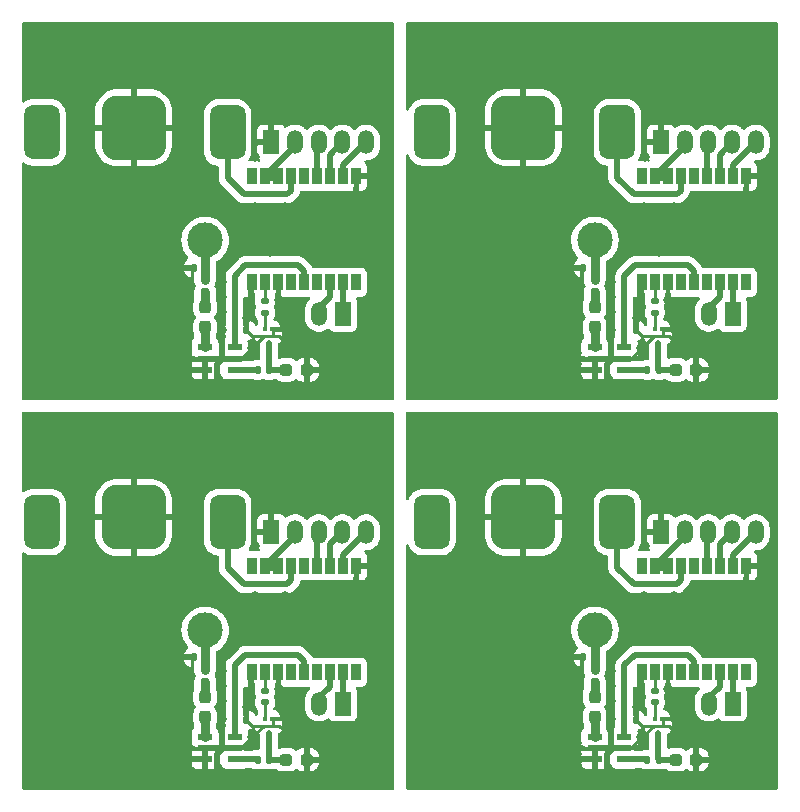
<source format=gbr>
%TF.GenerationSoftware,KiCad,Pcbnew,(6.0.4)*%
%TF.CreationDate,2022-09-16T03:15:39+09:00*%
%TF.ProjectId,gnssboard_p,676e7373-626f-4617-9264-5f702e6b6963,rev?*%
%TF.SameCoordinates,Original*%
%TF.FileFunction,Copper,L1,Top*%
%TF.FilePolarity,Positive*%
%FSLAX46Y46*%
G04 Gerber Fmt 4.6, Leading zero omitted, Abs format (unit mm)*
G04 Created by KiCad (PCBNEW (6.0.4)) date 2022-09-16 03:15:39*
%MOMM*%
%LPD*%
G01*
G04 APERTURE LIST*
G04 Aperture macros list*
%AMRoundRect*
0 Rectangle with rounded corners*
0 $1 Rounding radius*
0 $2 $3 $4 $5 $6 $7 $8 $9 X,Y pos of 4 corners*
0 Add a 4 corners polygon primitive as box body*
4,1,4,$2,$3,$4,$5,$6,$7,$8,$9,$2,$3,0*
0 Add four circle primitives for the rounded corners*
1,1,$1+$1,$2,$3*
1,1,$1+$1,$4,$5*
1,1,$1+$1,$6,$7*
1,1,$1+$1,$8,$9*
0 Add four rect primitives between the rounded corners*
20,1,$1+$1,$2,$3,$4,$5,0*
20,1,$1+$1,$4,$5,$6,$7,0*
20,1,$1+$1,$6,$7,$8,$9,0*
20,1,$1+$1,$8,$9,$2,$3,0*%
G04 Aperture macros list end*
%TA.AperFunction,ComponentPad*%
%ADD10C,3.000000*%
%TD*%
%TA.AperFunction,SMDPad,CuDef*%
%ADD11RoundRect,0.140000X0.170000X-0.140000X0.170000X0.140000X-0.170000X0.140000X-0.170000X-0.140000X0*%
%TD*%
%TA.AperFunction,SMDPad,CuDef*%
%ADD12O,1.350000X2.000000*%
%TD*%
%TA.AperFunction,SMDPad,CuDef*%
%ADD13R,1.350000X2.000000*%
%TD*%
%TA.AperFunction,SMDPad,CuDef*%
%ADD14R,1.250000X0.600000*%
%TD*%
%TA.AperFunction,SMDPad,CuDef*%
%ADD15RoundRect,0.237500X-0.237500X0.287500X-0.237500X-0.287500X0.237500X-0.287500X0.237500X0.287500X0*%
%TD*%
%TA.AperFunction,SMDPad,CuDef*%
%ADD16RoundRect,0.140000X0.140000X0.170000X-0.140000X0.170000X-0.140000X-0.170000X0.140000X-0.170000X0*%
%TD*%
%TA.AperFunction,SMDPad,CuDef*%
%ADD17RoundRect,0.237500X-0.287500X-0.237500X0.287500X-0.237500X0.287500X0.237500X-0.287500X0.237500X0*%
%TD*%
%TA.AperFunction,SMDPad,CuDef*%
%ADD18RoundRect,0.140000X-0.170000X0.140000X-0.170000X-0.140000X0.170000X-0.140000X0.170000X0.140000X0*%
%TD*%
%TA.AperFunction,SMDPad,CuDef*%
%ADD19RoundRect,0.140000X-0.140000X-0.170000X0.140000X-0.170000X0.140000X0.170000X-0.140000X0.170000X0*%
%TD*%
%TA.AperFunction,SMDPad,CuDef*%
%ADD20R,0.525000X0.250000*%
%TD*%
%TA.AperFunction,SMDPad,CuDef*%
%ADD21R,0.325000X0.425000*%
%TD*%
%TA.AperFunction,SMDPad,CuDef*%
%ADD22R,0.850000X1.450000*%
%TD*%
%TA.AperFunction,SMDPad,CuDef*%
%ADD23RoundRect,0.750000X-0.750000X-1.550000X0.750000X-1.550000X0.750000X1.550000X-0.750000X1.550000X0*%
%TD*%
%TA.AperFunction,SMDPad,CuDef*%
%ADD24RoundRect,1.375000X-1.375000X-1.375000X1.375000X-1.375000X1.375000X1.375000X-1.375000X1.375000X0*%
%TD*%
%TA.AperFunction,ViaPad*%
%ADD25C,0.800000*%
%TD*%
%TA.AperFunction,Conductor*%
%ADD26C,0.500000*%
%TD*%
%TA.AperFunction,Conductor*%
%ADD27C,0.800000*%
%TD*%
%TA.AperFunction,Conductor*%
%ADD28C,0.250000*%
%TD*%
%TA.AperFunction,Conductor*%
%ADD29C,1.000000*%
%TD*%
G04 APERTURE END LIST*
D10*
%TO.P,IC14,1,1*%
%TO.N,Net-(C24-Pad1)*%
X159020000Y-91750000D03*
%TD*%
D11*
%TO.P,C41,2*%
%TO.N,Net-(C27-Pad2)*%
X164089000Y-96896200D03*
%TO.P,C41,1*%
%TO.N,Net-(C27-Pad1)*%
X164089000Y-97856200D03*
%TD*%
D12*
%TO.P,J14,2,Pin_2*%
%TO.N,Net-(IC4-Pad16)*%
X168667600Y-97957800D03*
D13*
%TO.P,J14,1,Pin_1*%
%TO.N,Net-(IC4-Pad17)*%
X170667600Y-97957800D03*
%TD*%
D14*
%TO.P,IC15,6,VCC*%
%TO.N,/VCC_RF*%
X161503600Y-100792400D03*
%TO.P,IC15,5,GND_3*%
%TO.N,GND2*%
X161503600Y-101742400D03*
%TO.P,IC15,4,RFOUT*%
%TO.N,Net-(C28-Pad1)*%
X161503600Y-102692400D03*
%TO.P,IC15,3,GND_2*%
%TO.N,GND2*%
X159003600Y-102692400D03*
%TO.P,IC15,2,GND_1*%
X159003600Y-101742400D03*
%TO.P,IC15,1,RFIN*%
%TO.N,Net-(IC6-Pad1)*%
X159003600Y-100792400D03*
%TD*%
D15*
%TO.P,L7,2,2*%
%TO.N,Net-(IC6-Pad1)*%
X159009000Y-99112200D03*
%TO.P,L7,1,1*%
%TO.N,Net-(C25-Pad2)*%
X159009000Y-97362200D03*
%TD*%
D16*
%TO.P,C39,2*%
%TO.N,GND2*%
X158043800Y-94046200D03*
%TO.P,C39,1*%
%TO.N,Net-(C24-Pad1)*%
X159003800Y-94046200D03*
%TD*%
D17*
%TO.P,L8,2,2*%
%TO.N,GND2*%
X167605600Y-102707600D03*
%TO.P,L8,1,1*%
%TO.N,Net-(C28-Pad2)*%
X165855600Y-102707600D03*
%TD*%
D12*
%TO.P,J15,5,Pin_5*%
%TO.N,/GPIO5_GNSS_TX*%
X172620000Y-83450000D03*
%TO.P,J15,4,Pin_4*%
%TO.N,/GPIO4_GNSS_RX*%
X170620000Y-83450000D03*
%TO.P,J15,3,Pin_3*%
%TO.N,/GNSS_1PPS*%
X168620000Y-83450000D03*
%TO.P,J15,2,Pin_2*%
%TO.N,+3V3*%
X166620000Y-83450000D03*
D13*
%TO.P,J15,1,Pin_1*%
%TO.N,GND2*%
X164620000Y-83450000D03*
%TD*%
D18*
%TO.P,C40,2*%
%TO.N,Net-(C25-Pad2)*%
X159009000Y-96050200D03*
%TO.P,C40,1*%
%TO.N,Net-(C24-Pad1)*%
X159009000Y-95090200D03*
%TD*%
D19*
%TO.P,C42,2*%
%TO.N,Net-(C28-Pad2)*%
X164416600Y-102707600D03*
%TO.P,C42,1*%
%TO.N,Net-(C28-Pad1)*%
X163456600Y-102707600D03*
%TD*%
%TO.P,C43,2*%
%TO.N,GND2*%
X162460800Y-99329400D03*
%TO.P,C43,1*%
%TO.N,/VCC_RF*%
X161500800Y-99329400D03*
%TD*%
D20*
%TO.P,FL4,5,GND_3*%
%TO.N,GND2*%
X164000800Y-99837400D03*
D21*
%TO.P,FL4,4,OUT*%
%TO.N,Net-(C27-Pad1)*%
X164100800Y-99249400D03*
%TO.P,FL4,3,GND_2*%
%TO.N,GND2*%
X164674800Y-99249400D03*
D20*
%TO.P,FL4,2,GND_1*%
X164774800Y-99837400D03*
D21*
%TO.P,FL4,1,IN*%
%TO.N,Net-(C28-Pad2)*%
X164387800Y-100425400D03*
%TD*%
D22*
%TO.P,IC13,18,RESERVED_2*%
%TO.N,unconnected-(IC4-Pad18)*%
X171791000Y-95295000D03*
%TO.P,IC13,17,SCL*%
%TO.N,Net-(IC4-Pad17)*%
X170691000Y-95295000D03*
%TO.P,IC13,16,SDA*%
%TO.N,Net-(IC4-Pad16)*%
X169591000Y-95295000D03*
%TO.P,IC13,15,RESERVED_1*%
%TO.N,unconnected-(IC4-Pad15)*%
X168491000Y-95295000D03*
%TO.P,IC13,14,VCC_RF*%
%TO.N,/VCC_RF*%
X167391000Y-95295000D03*
%TO.P,IC13,13,ANT_OFF*%
%TO.N,unconnected-(IC4-Pad13)*%
X166291000Y-95295000D03*
%TO.P,IC13,12,GND_RF_2*%
%TO.N,GND2*%
X165191000Y-95295000D03*
%TO.P,IC13,11,RF_IN*%
%TO.N,Net-(C27-Pad2)*%
X164091000Y-95295000D03*
%TO.P,IC13,10,GND_RF_1*%
%TO.N,GND2*%
X162991000Y-95295000D03*
%TO.P,IC13,9,SYS_RSTN*%
%TO.N,unconnected-(IC4-Pad9)*%
X162991000Y-86295000D03*
%TO.P,IC13,8,VCC*%
%TO.N,+3V3*%
X164091000Y-86295000D03*
%TO.P,IC13,7,VCC_IO*%
X165191000Y-86295000D03*
%TO.P,IC13,6,VBATT*%
%TO.N,+3V0*%
X166291000Y-86295000D03*
%TO.P,IC13,5,WAKE-UP*%
%TO.N,unconnected-(IC4-Pad5)*%
X167391000Y-86295000D03*
%TO.P,IC13,4,1PPS*%
%TO.N,/GNSS_1PPS*%
X168491000Y-86295000D03*
%TO.P,IC13,3,RX*%
%TO.N,/GPIO4_GNSS_RX*%
X169591000Y-86295000D03*
%TO.P,IC13,2,TX*%
%TO.N,/GPIO5_GNSS_TX*%
X170691000Y-86295000D03*
%TO.P,IC13,1,GND*%
%TO.N,GND2*%
X171791000Y-86295000D03*
%TD*%
D23*
%TO.P,U5,2,plus*%
%TO.N,+3V0*%
X145215400Y-82601138D03*
X160915400Y-82601138D03*
D24*
%TO.P,U5,1,minus*%
%TO.N,GND2*%
X152965400Y-82201138D03*
%TD*%
D10*
%TO.P,IC11,1,1*%
%TO.N,Net-(C24-Pad1)*%
X126020000Y-91750000D03*
%TD*%
D11*
%TO.P,C36,2*%
%TO.N,Net-(C27-Pad2)*%
X131089000Y-96896200D03*
%TO.P,C36,1*%
%TO.N,Net-(C27-Pad1)*%
X131089000Y-97856200D03*
%TD*%
D12*
%TO.P,J12,2,Pin_2*%
%TO.N,Net-(IC4-Pad16)*%
X135667600Y-97957800D03*
D13*
%TO.P,J12,1,Pin_1*%
%TO.N,Net-(IC4-Pad17)*%
X137667600Y-97957800D03*
%TD*%
D14*
%TO.P,IC12,6,VCC*%
%TO.N,/VCC_RF*%
X128503600Y-100792400D03*
%TO.P,IC12,5,GND_3*%
%TO.N,GND2*%
X128503600Y-101742400D03*
%TO.P,IC12,4,RFOUT*%
%TO.N,Net-(C28-Pad1)*%
X128503600Y-102692400D03*
%TO.P,IC12,3,GND_2*%
%TO.N,GND2*%
X126003600Y-102692400D03*
%TO.P,IC12,2,GND_1*%
X126003600Y-101742400D03*
%TO.P,IC12,1,RFIN*%
%TO.N,Net-(IC6-Pad1)*%
X126003600Y-100792400D03*
%TD*%
D15*
%TO.P,L5,2,2*%
%TO.N,Net-(IC6-Pad1)*%
X126009000Y-99112200D03*
%TO.P,L5,1,1*%
%TO.N,Net-(C25-Pad2)*%
X126009000Y-97362200D03*
%TD*%
D16*
%TO.P,C34,2*%
%TO.N,GND2*%
X125043800Y-94046200D03*
%TO.P,C34,1*%
%TO.N,Net-(C24-Pad1)*%
X126003800Y-94046200D03*
%TD*%
D17*
%TO.P,L6,2,2*%
%TO.N,GND2*%
X134605600Y-102707600D03*
%TO.P,L6,1,1*%
%TO.N,Net-(C28-Pad2)*%
X132855600Y-102707600D03*
%TD*%
D12*
%TO.P,J13,5,Pin_5*%
%TO.N,/GPIO5_GNSS_TX*%
X139620000Y-83450000D03*
%TO.P,J13,4,Pin_4*%
%TO.N,/GPIO4_GNSS_RX*%
X137620000Y-83450000D03*
%TO.P,J13,3,Pin_3*%
%TO.N,/GNSS_1PPS*%
X135620000Y-83450000D03*
%TO.P,J13,2,Pin_2*%
%TO.N,+3V3*%
X133620000Y-83450000D03*
D13*
%TO.P,J13,1,Pin_1*%
%TO.N,GND2*%
X131620000Y-83450000D03*
%TD*%
D18*
%TO.P,C35,2*%
%TO.N,Net-(C25-Pad2)*%
X126009000Y-96050200D03*
%TO.P,C35,1*%
%TO.N,Net-(C24-Pad1)*%
X126009000Y-95090200D03*
%TD*%
D19*
%TO.P,C37,2*%
%TO.N,Net-(C28-Pad2)*%
X131416600Y-102707600D03*
%TO.P,C37,1*%
%TO.N,Net-(C28-Pad1)*%
X130456600Y-102707600D03*
%TD*%
%TO.P,C38,2*%
%TO.N,GND2*%
X129460800Y-99329400D03*
%TO.P,C38,1*%
%TO.N,/VCC_RF*%
X128500800Y-99329400D03*
%TD*%
D20*
%TO.P,FL3,5,GND_3*%
%TO.N,GND2*%
X131000800Y-99837400D03*
D21*
%TO.P,FL3,4,OUT*%
%TO.N,Net-(C27-Pad1)*%
X131100800Y-99249400D03*
%TO.P,FL3,3,GND_2*%
%TO.N,GND2*%
X131674800Y-99249400D03*
D20*
%TO.P,FL3,2,GND_1*%
X131774800Y-99837400D03*
D21*
%TO.P,FL3,1,IN*%
%TO.N,Net-(C28-Pad2)*%
X131387800Y-100425400D03*
%TD*%
D22*
%TO.P,IC10,18,RESERVED_2*%
%TO.N,unconnected-(IC4-Pad18)*%
X138791000Y-95295000D03*
%TO.P,IC10,17,SCL*%
%TO.N,Net-(IC4-Pad17)*%
X137691000Y-95295000D03*
%TO.P,IC10,16,SDA*%
%TO.N,Net-(IC4-Pad16)*%
X136591000Y-95295000D03*
%TO.P,IC10,15,RESERVED_1*%
%TO.N,unconnected-(IC4-Pad15)*%
X135491000Y-95295000D03*
%TO.P,IC10,14,VCC_RF*%
%TO.N,/VCC_RF*%
X134391000Y-95295000D03*
%TO.P,IC10,13,ANT_OFF*%
%TO.N,unconnected-(IC4-Pad13)*%
X133291000Y-95295000D03*
%TO.P,IC10,12,GND_RF_2*%
%TO.N,GND2*%
X132191000Y-95295000D03*
%TO.P,IC10,11,RF_IN*%
%TO.N,Net-(C27-Pad2)*%
X131091000Y-95295000D03*
%TO.P,IC10,10,GND_RF_1*%
%TO.N,GND2*%
X129991000Y-95295000D03*
%TO.P,IC10,9,SYS_RSTN*%
%TO.N,unconnected-(IC4-Pad9)*%
X129991000Y-86295000D03*
%TO.P,IC10,8,VCC*%
%TO.N,+3V3*%
X131091000Y-86295000D03*
%TO.P,IC10,7,VCC_IO*%
X132191000Y-86295000D03*
%TO.P,IC10,6,VBATT*%
%TO.N,+3V0*%
X133291000Y-86295000D03*
%TO.P,IC10,5,WAKE-UP*%
%TO.N,unconnected-(IC4-Pad5)*%
X134391000Y-86295000D03*
%TO.P,IC10,4,1PPS*%
%TO.N,/GNSS_1PPS*%
X135491000Y-86295000D03*
%TO.P,IC10,3,RX*%
%TO.N,/GPIO4_GNSS_RX*%
X136591000Y-86295000D03*
%TO.P,IC10,2,TX*%
%TO.N,/GPIO5_GNSS_TX*%
X137691000Y-86295000D03*
%TO.P,IC10,1,GND*%
%TO.N,GND2*%
X138791000Y-86295000D03*
%TD*%
D23*
%TO.P,U4,2,plus*%
%TO.N,+3V0*%
X112215400Y-82601138D03*
X127915400Y-82601138D03*
D24*
%TO.P,U4,1,minus*%
%TO.N,GND2*%
X119965400Y-82201138D03*
%TD*%
D10*
%TO.P,IC8,1,1*%
%TO.N,Net-(C24-Pad1)*%
X159020000Y-58750000D03*
%TD*%
D11*
%TO.P,C31,2*%
%TO.N,Net-(C27-Pad2)*%
X164089000Y-63896200D03*
%TO.P,C31,1*%
%TO.N,Net-(C27-Pad1)*%
X164089000Y-64856200D03*
%TD*%
D12*
%TO.P,J10,2,Pin_2*%
%TO.N,Net-(IC4-Pad16)*%
X168667600Y-64957800D03*
D13*
%TO.P,J10,1,Pin_1*%
%TO.N,Net-(IC4-Pad17)*%
X170667600Y-64957800D03*
%TD*%
D14*
%TO.P,IC9,6,VCC*%
%TO.N,/VCC_RF*%
X161503600Y-67792400D03*
%TO.P,IC9,5,GND_3*%
%TO.N,GND2*%
X161503600Y-68742400D03*
%TO.P,IC9,4,RFOUT*%
%TO.N,Net-(C28-Pad1)*%
X161503600Y-69692400D03*
%TO.P,IC9,3,GND_2*%
%TO.N,GND2*%
X159003600Y-69692400D03*
%TO.P,IC9,2,GND_1*%
X159003600Y-68742400D03*
%TO.P,IC9,1,RFIN*%
%TO.N,Net-(IC6-Pad1)*%
X159003600Y-67792400D03*
%TD*%
D15*
%TO.P,L3,2,2*%
%TO.N,Net-(IC6-Pad1)*%
X159009000Y-66112200D03*
%TO.P,L3,1,1*%
%TO.N,Net-(C25-Pad2)*%
X159009000Y-64362200D03*
%TD*%
D16*
%TO.P,C26,2*%
%TO.N,GND2*%
X158043800Y-61046200D03*
%TO.P,C26,1*%
%TO.N,Net-(C24-Pad1)*%
X159003800Y-61046200D03*
%TD*%
D17*
%TO.P,L4,2,2*%
%TO.N,GND2*%
X167605600Y-69707600D03*
%TO.P,L4,1,1*%
%TO.N,Net-(C28-Pad2)*%
X165855600Y-69707600D03*
%TD*%
D12*
%TO.P,J11,5,Pin_5*%
%TO.N,/GPIO5_GNSS_TX*%
X172620000Y-50450000D03*
%TO.P,J11,4,Pin_4*%
%TO.N,/GPIO4_GNSS_RX*%
X170620000Y-50450000D03*
%TO.P,J11,3,Pin_3*%
%TO.N,/GNSS_1PPS*%
X168620000Y-50450000D03*
%TO.P,J11,2,Pin_2*%
%TO.N,+3V3*%
X166620000Y-50450000D03*
D13*
%TO.P,J11,1,Pin_1*%
%TO.N,GND2*%
X164620000Y-50450000D03*
%TD*%
D18*
%TO.P,C30,2*%
%TO.N,Net-(C25-Pad2)*%
X159009000Y-63050200D03*
%TO.P,C30,1*%
%TO.N,Net-(C24-Pad1)*%
X159009000Y-62090200D03*
%TD*%
D19*
%TO.P,C32,2*%
%TO.N,Net-(C28-Pad2)*%
X164416600Y-69707600D03*
%TO.P,C32,1*%
%TO.N,Net-(C28-Pad1)*%
X163456600Y-69707600D03*
%TD*%
%TO.P,C33,2*%
%TO.N,GND2*%
X162460800Y-66329400D03*
%TO.P,C33,1*%
%TO.N,/VCC_RF*%
X161500800Y-66329400D03*
%TD*%
D20*
%TO.P,FL2,5,GND_3*%
%TO.N,GND2*%
X164000800Y-66837400D03*
D21*
%TO.P,FL2,4,OUT*%
%TO.N,Net-(C27-Pad1)*%
X164100800Y-66249400D03*
%TO.P,FL2,3,GND_2*%
%TO.N,GND2*%
X164674800Y-66249400D03*
D20*
%TO.P,FL2,2,GND_1*%
X164774800Y-66837400D03*
D21*
%TO.P,FL2,1,IN*%
%TO.N,Net-(C28-Pad2)*%
X164387800Y-67425400D03*
%TD*%
D22*
%TO.P,IC7,18,RESERVED_2*%
%TO.N,unconnected-(IC4-Pad18)*%
X171791000Y-62295000D03*
%TO.P,IC7,17,SCL*%
%TO.N,Net-(IC4-Pad17)*%
X170691000Y-62295000D03*
%TO.P,IC7,16,SDA*%
%TO.N,Net-(IC4-Pad16)*%
X169591000Y-62295000D03*
%TO.P,IC7,15,RESERVED_1*%
%TO.N,unconnected-(IC4-Pad15)*%
X168491000Y-62295000D03*
%TO.P,IC7,14,VCC_RF*%
%TO.N,/VCC_RF*%
X167391000Y-62295000D03*
%TO.P,IC7,13,ANT_OFF*%
%TO.N,unconnected-(IC4-Pad13)*%
X166291000Y-62295000D03*
%TO.P,IC7,12,GND_RF_2*%
%TO.N,GND2*%
X165191000Y-62295000D03*
%TO.P,IC7,11,RF_IN*%
%TO.N,Net-(C27-Pad2)*%
X164091000Y-62295000D03*
%TO.P,IC7,10,GND_RF_1*%
%TO.N,GND2*%
X162991000Y-62295000D03*
%TO.P,IC7,9,SYS_RSTN*%
%TO.N,unconnected-(IC4-Pad9)*%
X162991000Y-53295000D03*
%TO.P,IC7,8,VCC*%
%TO.N,+3V3*%
X164091000Y-53295000D03*
%TO.P,IC7,7,VCC_IO*%
X165191000Y-53295000D03*
%TO.P,IC7,6,VBATT*%
%TO.N,+3V0*%
X166291000Y-53295000D03*
%TO.P,IC7,5,WAKE-UP*%
%TO.N,unconnected-(IC4-Pad5)*%
X167391000Y-53295000D03*
%TO.P,IC7,4,1PPS*%
%TO.N,/GNSS_1PPS*%
X168491000Y-53295000D03*
%TO.P,IC7,3,RX*%
%TO.N,/GPIO4_GNSS_RX*%
X169591000Y-53295000D03*
%TO.P,IC7,2,TX*%
%TO.N,/GPIO5_GNSS_TX*%
X170691000Y-53295000D03*
%TO.P,IC7,1,GND*%
%TO.N,GND2*%
X171791000Y-53295000D03*
%TD*%
D23*
%TO.P,U3,2,plus*%
%TO.N,+3V0*%
X145215400Y-49601138D03*
X160915400Y-49601138D03*
D24*
%TO.P,U3,1,minus*%
%TO.N,GND2*%
X152965400Y-49201138D03*
%TD*%
D16*
%TO.P,C24,2*%
%TO.N,GND2*%
X125043800Y-61046200D03*
%TO.P,C24,1*%
%TO.N,Net-(C24-Pad1)*%
X126003800Y-61046200D03*
%TD*%
D15*
%TO.P,L1,2,2*%
%TO.N,Net-(IC6-Pad1)*%
X126009000Y-66112200D03*
%TO.P,L1,1,1*%
%TO.N,Net-(C25-Pad2)*%
X126009000Y-64362200D03*
%TD*%
D11*
%TO.P,C27,2*%
%TO.N,Net-(C27-Pad2)*%
X131089000Y-63896200D03*
%TO.P,C27,1*%
%TO.N,Net-(C27-Pad1)*%
X131089000Y-64856200D03*
%TD*%
D14*
%TO.P,IC6,6,VCC*%
%TO.N,/VCC_RF*%
X128503600Y-67792400D03*
%TO.P,IC6,5,GND_3*%
%TO.N,GND2*%
X128503600Y-68742400D03*
%TO.P,IC6,4,RFOUT*%
%TO.N,Net-(C28-Pad1)*%
X128503600Y-69692400D03*
%TO.P,IC6,3,GND_2*%
%TO.N,GND2*%
X126003600Y-69692400D03*
%TO.P,IC6,2,GND_1*%
X126003600Y-68742400D03*
%TO.P,IC6,1,RFIN*%
%TO.N,Net-(IC6-Pad1)*%
X126003600Y-67792400D03*
%TD*%
D12*
%TO.P,J8,2,Pin_2*%
%TO.N,Net-(IC4-Pad16)*%
X135667600Y-64957800D03*
D13*
%TO.P,J8,1,Pin_1*%
%TO.N,Net-(IC4-Pad17)*%
X137667600Y-64957800D03*
%TD*%
D19*
%TO.P,C29,2*%
%TO.N,GND2*%
X129460800Y-66329400D03*
%TO.P,C29,1*%
%TO.N,/VCC_RF*%
X128500800Y-66329400D03*
%TD*%
D17*
%TO.P,L2,2,2*%
%TO.N,GND2*%
X134605600Y-69707600D03*
%TO.P,L2,1,1*%
%TO.N,Net-(C28-Pad2)*%
X132855600Y-69707600D03*
%TD*%
D12*
%TO.P,J9,5,Pin_5*%
%TO.N,/GPIO5_GNSS_TX*%
X139620000Y-50450000D03*
%TO.P,J9,4,Pin_4*%
%TO.N,/GPIO4_GNSS_RX*%
X137620000Y-50450000D03*
%TO.P,J9,3,Pin_3*%
%TO.N,/GNSS_1PPS*%
X135620000Y-50450000D03*
%TO.P,J9,2,Pin_2*%
%TO.N,+3V3*%
X133620000Y-50450000D03*
D13*
%TO.P,J9,1,Pin_1*%
%TO.N,GND2*%
X131620000Y-50450000D03*
%TD*%
D19*
%TO.P,C28,2*%
%TO.N,Net-(C28-Pad2)*%
X131416600Y-69707600D03*
%TO.P,C28,1*%
%TO.N,Net-(C28-Pad1)*%
X130456600Y-69707600D03*
%TD*%
D18*
%TO.P,C25,2*%
%TO.N,Net-(C25-Pad2)*%
X126009000Y-63050200D03*
%TO.P,C25,1*%
%TO.N,Net-(C24-Pad1)*%
X126009000Y-62090200D03*
%TD*%
D20*
%TO.P,FL1,5,GND_3*%
%TO.N,GND2*%
X131000800Y-66837400D03*
D21*
%TO.P,FL1,4,OUT*%
%TO.N,Net-(C27-Pad1)*%
X131100800Y-66249400D03*
%TO.P,FL1,3,GND_2*%
%TO.N,GND2*%
X131674800Y-66249400D03*
D20*
%TO.P,FL1,2,GND_1*%
X131774800Y-66837400D03*
D21*
%TO.P,FL1,1,IN*%
%TO.N,Net-(C28-Pad2)*%
X131387800Y-67425400D03*
%TD*%
D23*
%TO.P,U2,2,plus*%
%TO.N,+3V0*%
X112215400Y-49601138D03*
X127915400Y-49601138D03*
D24*
%TO.P,U2,1,minus*%
%TO.N,GND2*%
X119965400Y-49201138D03*
%TD*%
D22*
%TO.P,IC4,18,RESERVED_2*%
%TO.N,unconnected-(IC4-Pad18)*%
X138791000Y-62295000D03*
%TO.P,IC4,17,SCL*%
%TO.N,Net-(IC4-Pad17)*%
X137691000Y-62295000D03*
%TO.P,IC4,16,SDA*%
%TO.N,Net-(IC4-Pad16)*%
X136591000Y-62295000D03*
%TO.P,IC4,15,RESERVED_1*%
%TO.N,unconnected-(IC4-Pad15)*%
X135491000Y-62295000D03*
%TO.P,IC4,14,VCC_RF*%
%TO.N,/VCC_RF*%
X134391000Y-62295000D03*
%TO.P,IC4,13,ANT_OFF*%
%TO.N,unconnected-(IC4-Pad13)*%
X133291000Y-62295000D03*
%TO.P,IC4,12,GND_RF_2*%
%TO.N,GND2*%
X132191000Y-62295000D03*
%TO.P,IC4,11,RF_IN*%
%TO.N,Net-(C27-Pad2)*%
X131091000Y-62295000D03*
%TO.P,IC4,10,GND_RF_1*%
%TO.N,GND2*%
X129991000Y-62295000D03*
%TO.P,IC4,9,SYS_RSTN*%
%TO.N,unconnected-(IC4-Pad9)*%
X129991000Y-53295000D03*
%TO.P,IC4,8,VCC*%
%TO.N,+3V3*%
X131091000Y-53295000D03*
%TO.P,IC4,7,VCC_IO*%
X132191000Y-53295000D03*
%TO.P,IC4,6,VBATT*%
%TO.N,+3V0*%
X133291000Y-53295000D03*
%TO.P,IC4,5,WAKE-UP*%
%TO.N,unconnected-(IC4-Pad5)*%
X134391000Y-53295000D03*
%TO.P,IC4,4,1PPS*%
%TO.N,/GNSS_1PPS*%
X135491000Y-53295000D03*
%TO.P,IC4,3,RX*%
%TO.N,/GPIO4_GNSS_RX*%
X136591000Y-53295000D03*
%TO.P,IC4,2,TX*%
%TO.N,/GPIO5_GNSS_TX*%
X137691000Y-53295000D03*
%TO.P,IC4,1,GND*%
%TO.N,GND2*%
X138791000Y-53295000D03*
%TD*%
D10*
%TO.P,IC5,1,1*%
%TO.N,Net-(C24-Pad1)*%
X126020000Y-58750000D03*
%TD*%
D25*
%TO.N,GND2*%
X167772000Y-100574000D03*
X157485000Y-95240000D03*
X147579000Y-88001000D03*
X157485000Y-96510000D03*
X144658000Y-78857000D03*
X160406000Y-97780000D03*
X162565000Y-98288000D03*
X173360000Y-96510000D03*
X156850000Y-74920000D03*
X163817471Y-76817703D03*
X161295000Y-104130000D03*
X157485000Y-104130000D03*
X165740000Y-88890000D03*
X167010000Y-74920000D03*
X151135000Y-86350000D03*
X159009000Y-86223000D03*
X168280000Y-91430000D03*
X162692000Y-97018000D03*
X172920000Y-76950000D03*
X155580000Y-93970000D03*
X160660000Y-74920000D03*
X156850000Y-85080000D03*
X169720000Y-80150000D03*
X166248000Y-100828000D03*
X170185000Y-104130000D03*
X155580000Y-101590000D03*
X157485000Y-102225000D03*
X173360000Y-94224000D03*
X169550000Y-100320000D03*
X173360000Y-102860000D03*
X160406000Y-95240000D03*
X145420000Y-101590000D03*
X173360000Y-91430000D03*
X156850000Y-78730000D03*
X155562095Y-104117210D03*
X173520000Y-80150000D03*
X149224884Y-101582326D03*
X170185000Y-76825000D03*
X153040000Y-104130000D03*
X163220000Y-84650000D03*
X168120000Y-78150000D03*
X153027210Y-90142848D03*
X160660000Y-93970000D03*
X159020000Y-89250000D03*
X157358000Y-89906000D03*
X163835000Y-104130000D03*
X160406000Y-99304000D03*
X163200000Y-91430000D03*
X173720000Y-86450000D03*
X154183000Y-86350000D03*
X157485000Y-100320000D03*
X147960000Y-83175000D03*
X164470000Y-92700000D03*
X165740000Y-91430000D03*
X145420000Y-93970000D03*
X156596000Y-91430000D03*
X162946000Y-100828000D03*
X168280000Y-92700000D03*
X153027210Y-93945174D03*
X160025000Y-103876000D03*
X157485000Y-98415000D03*
X153040000Y-74920000D03*
X163200000Y-88890000D03*
X148595000Y-80000000D03*
X168280000Y-88890000D03*
X165232000Y-96764000D03*
X158755000Y-76825000D03*
X166248000Y-99304000D03*
X155580000Y-90160000D03*
X165720000Y-79950000D03*
X170312000Y-102352000D03*
X149865000Y-74920000D03*
X161295000Y-92700000D03*
X172090000Y-100320000D03*
X160660000Y-78730000D03*
X170820000Y-91430000D03*
X145420000Y-97780000D03*
X173360000Y-88890000D03*
X145420000Y-74920000D03*
X163320000Y-78950000D03*
X157612000Y-81778000D03*
X170820000Y-88890000D03*
X161422000Y-91430000D03*
X145420000Y-86350000D03*
X149230000Y-90160000D03*
X171620000Y-80150000D03*
X160660000Y-89906000D03*
X163720000Y-81350000D03*
X166820000Y-76650000D03*
X156850000Y-93970000D03*
X160406000Y-96510000D03*
X145420000Y-104130000D03*
X173360000Y-99050000D03*
X173360000Y-74920000D03*
X167620000Y-80650000D03*
X155580000Y-97780000D03*
X170820000Y-93208000D03*
X156850000Y-92954000D03*
X147960000Y-77460000D03*
X149230000Y-104130000D03*
X149230000Y-97780000D03*
X149230000Y-93970000D03*
X153040000Y-97780000D03*
X145420000Y-90160000D03*
X166248000Y-97780000D03*
X153040000Y-78095000D03*
X153040000Y-101590000D03*
X134772000Y-100574000D03*
X124485000Y-95240000D03*
X114579000Y-88001000D03*
X124485000Y-96510000D03*
X111658000Y-78857000D03*
X127406000Y-97780000D03*
X129565000Y-98288000D03*
X140360000Y-96510000D03*
X123850000Y-74920000D03*
X130817471Y-76817703D03*
X128295000Y-104130000D03*
X124485000Y-104130000D03*
X132740000Y-88890000D03*
X134010000Y-74920000D03*
X118135000Y-86350000D03*
X126009000Y-86223000D03*
X135280000Y-91430000D03*
X129692000Y-97018000D03*
X139920000Y-76950000D03*
X122580000Y-93970000D03*
X127660000Y-74920000D03*
X123850000Y-85080000D03*
X136720000Y-80150000D03*
X133248000Y-100828000D03*
X137185000Y-104130000D03*
X122580000Y-101590000D03*
X124485000Y-102225000D03*
X140360000Y-94224000D03*
X136550000Y-100320000D03*
X140360000Y-102860000D03*
X127406000Y-95240000D03*
X112420000Y-101590000D03*
X140360000Y-91430000D03*
X123850000Y-78730000D03*
X122562095Y-104117210D03*
X140520000Y-80150000D03*
X116224884Y-101582326D03*
X137185000Y-76825000D03*
X120040000Y-104130000D03*
X130220000Y-84650000D03*
X135120000Y-78150000D03*
X120027210Y-90142848D03*
X127660000Y-93970000D03*
X126020000Y-89250000D03*
X124358000Y-89906000D03*
X130835000Y-104130000D03*
X127406000Y-99304000D03*
X130200000Y-91430000D03*
X140720000Y-86450000D03*
X121183000Y-86350000D03*
X124485000Y-100320000D03*
X114960000Y-83175000D03*
X131470000Y-92700000D03*
X132740000Y-91430000D03*
X112420000Y-93970000D03*
X123596000Y-91430000D03*
X129946000Y-100828000D03*
X135280000Y-92700000D03*
X120027210Y-93945174D03*
X127025000Y-103876000D03*
X124485000Y-98415000D03*
X120040000Y-74920000D03*
X130200000Y-88890000D03*
X115595000Y-80000000D03*
X135280000Y-88890000D03*
X132232000Y-96764000D03*
X125755000Y-76825000D03*
X133248000Y-99304000D03*
X122580000Y-90160000D03*
X132720000Y-79950000D03*
X137312000Y-102352000D03*
X116865000Y-74920000D03*
X128295000Y-92700000D03*
X139090000Y-100320000D03*
X127660000Y-78730000D03*
X137820000Y-91430000D03*
X112420000Y-97780000D03*
X140360000Y-88890000D03*
X112420000Y-74920000D03*
X130320000Y-78950000D03*
X124612000Y-81778000D03*
X137820000Y-88890000D03*
X128422000Y-91430000D03*
X112420000Y-86350000D03*
X116230000Y-90160000D03*
X138620000Y-80150000D03*
X127660000Y-89906000D03*
X130720000Y-81350000D03*
X133820000Y-76650000D03*
X123850000Y-93970000D03*
X127406000Y-96510000D03*
X112420000Y-104130000D03*
X140360000Y-99050000D03*
X140360000Y-74920000D03*
X134620000Y-80650000D03*
X122580000Y-97780000D03*
X137820000Y-93208000D03*
X123850000Y-92954000D03*
X114960000Y-77460000D03*
X116230000Y-104130000D03*
X116230000Y-97780000D03*
X116230000Y-93970000D03*
X120040000Y-97780000D03*
X112420000Y-90160000D03*
X133248000Y-97780000D03*
X120040000Y-78095000D03*
X120040000Y-101590000D03*
X167772000Y-67574000D03*
X157485000Y-62240000D03*
X147579000Y-55001000D03*
X157485000Y-63510000D03*
X144658000Y-45857000D03*
X160406000Y-64780000D03*
X162565000Y-65288000D03*
X173360000Y-63510000D03*
X156850000Y-41920000D03*
X163817471Y-43817703D03*
X161295000Y-71130000D03*
X157485000Y-71130000D03*
X165740000Y-55890000D03*
X167010000Y-41920000D03*
X151135000Y-53350000D03*
X159009000Y-53223000D03*
X168280000Y-58430000D03*
X162692000Y-64018000D03*
X172920000Y-43950000D03*
X155580000Y-60970000D03*
X160660000Y-41920000D03*
X156850000Y-52080000D03*
X169720000Y-47150000D03*
X166248000Y-67828000D03*
X170185000Y-71130000D03*
X155580000Y-68590000D03*
X157485000Y-69225000D03*
X173360000Y-61224000D03*
X169550000Y-67320000D03*
X173360000Y-69860000D03*
X160406000Y-62240000D03*
X145420000Y-68590000D03*
X173360000Y-58430000D03*
X156850000Y-45730000D03*
X155562095Y-71117210D03*
X173520000Y-47150000D03*
X149224884Y-68582326D03*
X170185000Y-43825000D03*
X153040000Y-71130000D03*
X163220000Y-51650000D03*
X168120000Y-45150000D03*
X153027210Y-57142848D03*
X160660000Y-60970000D03*
X159020000Y-56250000D03*
X157358000Y-56906000D03*
X163835000Y-71130000D03*
X160406000Y-66304000D03*
X163200000Y-58430000D03*
X173720000Y-53450000D03*
X154183000Y-53350000D03*
X157485000Y-67320000D03*
X147960000Y-50175000D03*
X164470000Y-59700000D03*
X165740000Y-58430000D03*
X145420000Y-60970000D03*
X156596000Y-58430000D03*
X162946000Y-67828000D03*
X168280000Y-59700000D03*
X153027210Y-60945174D03*
X160025000Y-70876000D03*
X157485000Y-65415000D03*
X153040000Y-41920000D03*
X163200000Y-55890000D03*
X148595000Y-47000000D03*
X168280000Y-55890000D03*
X165232000Y-63764000D03*
X158755000Y-43825000D03*
X166248000Y-66304000D03*
X155580000Y-57160000D03*
X165720000Y-46950000D03*
X170312000Y-69352000D03*
X149865000Y-41920000D03*
X161295000Y-59700000D03*
X172090000Y-67320000D03*
X160660000Y-45730000D03*
X170820000Y-58430000D03*
X145420000Y-64780000D03*
X173360000Y-55890000D03*
X145420000Y-41920000D03*
X163320000Y-45950000D03*
X157612000Y-48778000D03*
X170820000Y-55890000D03*
X161422000Y-58430000D03*
X145420000Y-53350000D03*
X149230000Y-57160000D03*
X171620000Y-47150000D03*
X160660000Y-56906000D03*
X163720000Y-48350000D03*
X166820000Y-43650000D03*
X156850000Y-60970000D03*
X160406000Y-63510000D03*
X145420000Y-71130000D03*
X173360000Y-66050000D03*
X173360000Y-41920000D03*
X167620000Y-47650000D03*
X155580000Y-64780000D03*
X170820000Y-60208000D03*
X156850000Y-59954000D03*
X147960000Y-44460000D03*
X149230000Y-71130000D03*
X149230000Y-64780000D03*
X149230000Y-60970000D03*
X153040000Y-64780000D03*
X145420000Y-57160000D03*
X166248000Y-64780000D03*
X153040000Y-45095000D03*
X153040000Y-68590000D03*
X135280000Y-55890000D03*
X127025000Y-70876000D03*
X120027210Y-60945174D03*
X115595000Y-47000000D03*
X135280000Y-59700000D03*
X129946000Y-67828000D03*
X132740000Y-58430000D03*
X130200000Y-55890000D03*
X123596000Y-58430000D03*
X112420000Y-60970000D03*
X131470000Y-59700000D03*
X132232000Y-63764000D03*
X114960000Y-50175000D03*
X120040000Y-41920000D03*
X124485000Y-65415000D03*
X124485000Y-67320000D03*
X125755000Y-43825000D03*
X121183000Y-53350000D03*
X128295000Y-71130000D03*
X135280000Y-58430000D03*
X140720000Y-53450000D03*
X123850000Y-41920000D03*
X137185000Y-43825000D03*
X122580000Y-68590000D03*
X134772000Y-67574000D03*
X127406000Y-62240000D03*
X130220000Y-51650000D03*
X135120000Y-45150000D03*
X120040000Y-71130000D03*
X127660000Y-41920000D03*
X123850000Y-45730000D03*
X140360000Y-69860000D03*
X127406000Y-64780000D03*
X140360000Y-63510000D03*
X126020000Y-56250000D03*
X114579000Y-55001000D03*
X127660000Y-60970000D03*
X111658000Y-45857000D03*
X137185000Y-71130000D03*
X120027210Y-57142848D03*
X130200000Y-58430000D03*
X130835000Y-71130000D03*
X134010000Y-41920000D03*
X126009000Y-53223000D03*
X124358000Y-56906000D03*
X118135000Y-53350000D03*
X140360000Y-58430000D03*
X112420000Y-68590000D03*
X124485000Y-69225000D03*
X140520000Y-47150000D03*
X136720000Y-47150000D03*
X133248000Y-67828000D03*
X116224884Y-68582326D03*
X132740000Y-55890000D03*
X124485000Y-71130000D03*
X123850000Y-52080000D03*
X122562095Y-71117210D03*
X136550000Y-67320000D03*
X140360000Y-61224000D03*
X127406000Y-66304000D03*
X122580000Y-60970000D03*
X124485000Y-63510000D03*
X139920000Y-43950000D03*
X129692000Y-64018000D03*
X130817471Y-43817703D03*
X129565000Y-65288000D03*
X124485000Y-62240000D03*
X137312000Y-69352000D03*
X132720000Y-46950000D03*
X133248000Y-66304000D03*
X122580000Y-57160000D03*
X127660000Y-45730000D03*
X139090000Y-67320000D03*
X128295000Y-59700000D03*
X116865000Y-41920000D03*
X134620000Y-47650000D03*
X140360000Y-41920000D03*
X140360000Y-66050000D03*
X112420000Y-71130000D03*
X120040000Y-68590000D03*
X124612000Y-48778000D03*
X116230000Y-64780000D03*
X127406000Y-63510000D03*
X137820000Y-55890000D03*
X140360000Y-55890000D03*
X112420000Y-64780000D03*
X116230000Y-60970000D03*
X114960000Y-44460000D03*
X130720000Y-48350000D03*
X138620000Y-47150000D03*
X120040000Y-45095000D03*
X133820000Y-43650000D03*
X128422000Y-58430000D03*
X133248000Y-64780000D03*
X122580000Y-64780000D03*
X116230000Y-57160000D03*
X123850000Y-59954000D03*
X130320000Y-45950000D03*
X127660000Y-56906000D03*
X112420000Y-41920000D03*
X137820000Y-58430000D03*
X137820000Y-60208000D03*
X112420000Y-57160000D03*
X123850000Y-60970000D03*
X112420000Y-53350000D03*
X120040000Y-64780000D03*
X116230000Y-71130000D03*
%TD*%
D26*
%TO.N,+3V3*%
X166620000Y-83450000D02*
X166620000Y-83766000D01*
D27*
X164091000Y-86295000D02*
X165191000Y-86295000D01*
D26*
X166620000Y-83766000D02*
X164091000Y-86295000D01*
X164784111Y-86295000D02*
X165191000Y-86295000D01*
D28*
%TO.N,GND2*%
X164774800Y-99837400D02*
X164774800Y-99349400D01*
X164774800Y-99349400D02*
X164674800Y-99249400D01*
X162460800Y-99329400D02*
X162460800Y-98392200D01*
X165232000Y-96764000D02*
X165232000Y-95336000D01*
D26*
X160025000Y-102225000D02*
X160507600Y-101742400D01*
D28*
X162692000Y-95594000D02*
X162991000Y-95295000D01*
D26*
%TO.N,/GPIO4_GNSS_RX*%
X170620000Y-83450000D02*
X169591000Y-84479000D01*
D28*
%TO.N,GND2*%
X165257400Y-99837400D02*
X166248000Y-100828000D01*
D26*
%TO.N,/GPIO4_GNSS_RX*%
X169591000Y-84479000D02*
X169591000Y-86295000D01*
D28*
%TO.N,GND2*%
X164774800Y-99837400D02*
X165257400Y-99837400D01*
D26*
X160406000Y-101640800D02*
X160507600Y-101742400D01*
D28*
X166248000Y-99304000D02*
X164729400Y-99304000D01*
X162692000Y-97018000D02*
X162692000Y-95594000D01*
X162031600Y-101742400D02*
X161503600Y-101742400D01*
X165232000Y-95336000D02*
X165191000Y-95295000D01*
X164000800Y-99837400D02*
X162968800Y-99837400D01*
D26*
X160507600Y-101742400D02*
X161503600Y-101742400D01*
D28*
X162968800Y-99837400D02*
X162460800Y-99329400D01*
X163010200Y-100828000D02*
X164000800Y-99837400D01*
D26*
X159003600Y-101742400D02*
X160507600Y-101742400D01*
D28*
X162460800Y-98392200D02*
X162565000Y-98288000D01*
X164729400Y-99304000D02*
X164674800Y-99249400D01*
X164000800Y-99837400D02*
X164774800Y-99837400D01*
D26*
X160025000Y-103876000D02*
X160025000Y-102225000D01*
X159003600Y-102692400D02*
X159003600Y-101742400D01*
D28*
X162946000Y-100828000D02*
X163010200Y-100828000D01*
D26*
X160406000Y-99304000D02*
X160406000Y-101640800D01*
%TO.N,Net-(IC4-Pad16)*%
X169591000Y-95295000D02*
X169591000Y-96520000D01*
X169591000Y-96520000D02*
X168667600Y-97443400D01*
%TO.N,Net-(IC4-Pad17)*%
X170691000Y-95295000D02*
X170691000Y-97934400D01*
X170691000Y-97934400D02*
X170667600Y-97957800D01*
%TO.N,Net-(IC4-Pad16)*%
X168667600Y-97443400D02*
X168667600Y-97957800D01*
D27*
%TO.N,Net-(IC6-Pad1)*%
X159003600Y-99117600D02*
X159009000Y-99112200D01*
X159003600Y-100792400D02*
X159003600Y-99117600D01*
D28*
%TO.N,GND2*%
X162946000Y-100828000D02*
X162031600Y-101742400D01*
D26*
%TO.N,+3V0*%
X165962400Y-87848600D02*
X162285600Y-87848600D01*
D29*
X145215400Y-82601138D02*
X145215400Y-82109600D01*
D26*
X166291000Y-86295000D02*
X166291000Y-87520000D01*
X162285600Y-87848600D02*
X160915400Y-86478400D01*
%TO.N,/GPIO5_GNSS_TX*%
X170695800Y-86290200D02*
X170691000Y-86295000D01*
%TO.N,+3V0*%
X160915400Y-86478400D02*
X160915400Y-82601138D01*
%TO.N,/GPIO5_GNSS_TX*%
X170691000Y-85379000D02*
X170691000Y-86295000D01*
X172620000Y-83450000D02*
X170691000Y-85379000D01*
%TO.N,+3V0*%
X166291000Y-87520000D02*
X165962400Y-87848600D01*
D28*
%TO.N,Net-(C27-Pad2)*%
X164089000Y-96896200D02*
X164089000Y-95297000D01*
%TO.N,Net-(C27-Pad1)*%
X164100800Y-97868000D02*
X164089000Y-97856200D01*
D26*
%TO.N,Net-(C28-Pad1)*%
X161503600Y-102692400D02*
X163441400Y-102692400D01*
%TO.N,Net-(C28-Pad2)*%
X164387800Y-102678800D02*
X164416600Y-102707600D01*
X164387800Y-100425400D02*
X164387800Y-102678800D01*
%TO.N,Net-(C28-Pad1)*%
X163441400Y-102692400D02*
X163456600Y-102707600D01*
%TO.N,Net-(C28-Pad2)*%
X165855600Y-102707600D02*
X164416600Y-102707600D01*
D28*
%TO.N,Net-(C27-Pad1)*%
X164100800Y-99249400D02*
X164100800Y-97868000D01*
%TO.N,Net-(C27-Pad2)*%
X164089000Y-95297000D02*
X164091000Y-95295000D01*
D26*
%TO.N,/VCC_RF*%
X162387200Y-93843000D02*
X161500800Y-94729400D01*
X161500800Y-99329400D02*
X161500800Y-100789600D01*
%TO.N,/GNSS_1PPS*%
X168491000Y-86295000D02*
X168491000Y-83579000D01*
%TO.N,/VCC_RF*%
X167391000Y-94345978D02*
X166888022Y-93843000D01*
D27*
%TO.N,Net-(C25-Pad2)*%
X159009000Y-97362200D02*
X159009000Y-96089719D01*
D26*
%TO.N,/VCC_RF*%
X161500800Y-94729400D02*
X161500800Y-99329400D01*
X161500800Y-100789600D02*
X161503600Y-100792400D01*
D27*
%TO.N,Net-(C24-Pad1)*%
X159003800Y-94046200D02*
X159003800Y-95085000D01*
D26*
%TO.N,/VCC_RF*%
X167391000Y-95295000D02*
X167391000Y-94345978D01*
%TO.N,/GNSS_1PPS*%
X168491000Y-83579000D02*
X168620000Y-83450000D01*
D27*
%TO.N,Net-(C24-Pad1)*%
X159003800Y-91766200D02*
X159020000Y-91750000D01*
X159003800Y-95085000D02*
X159009000Y-95090200D01*
D26*
%TO.N,/GNSS_1PPS*%
X168620000Y-86166000D02*
X168491000Y-86295000D01*
%TO.N,/VCC_RF*%
X166888022Y-93843000D02*
X162387200Y-93843000D01*
D27*
%TO.N,Net-(C24-Pad1)*%
X159003800Y-94046200D02*
X159003800Y-91766200D01*
D26*
%TO.N,+3V3*%
X133620000Y-83450000D02*
X133620000Y-83766000D01*
D27*
X131091000Y-86295000D02*
X132191000Y-86295000D01*
D26*
X133620000Y-83766000D02*
X131091000Y-86295000D01*
X131784111Y-86295000D02*
X132191000Y-86295000D01*
D28*
%TO.N,GND2*%
X131774800Y-99837400D02*
X131774800Y-99349400D01*
X131774800Y-99349400D02*
X131674800Y-99249400D01*
X129460800Y-99329400D02*
X129460800Y-98392200D01*
X132232000Y-96764000D02*
X132232000Y-95336000D01*
D26*
X127025000Y-102225000D02*
X127507600Y-101742400D01*
D28*
X129692000Y-95594000D02*
X129991000Y-95295000D01*
D26*
%TO.N,/GPIO4_GNSS_RX*%
X137620000Y-83450000D02*
X136591000Y-84479000D01*
D28*
%TO.N,GND2*%
X132257400Y-99837400D02*
X133248000Y-100828000D01*
D26*
%TO.N,/GPIO4_GNSS_RX*%
X136591000Y-84479000D02*
X136591000Y-86295000D01*
D28*
%TO.N,GND2*%
X131774800Y-99837400D02*
X132257400Y-99837400D01*
D26*
X127406000Y-101640800D02*
X127507600Y-101742400D01*
D28*
X133248000Y-99304000D02*
X131729400Y-99304000D01*
X129692000Y-97018000D02*
X129692000Y-95594000D01*
X129031600Y-101742400D02*
X128503600Y-101742400D01*
X132232000Y-95336000D02*
X132191000Y-95295000D01*
X131000800Y-99837400D02*
X129968800Y-99837400D01*
D26*
X127507600Y-101742400D02*
X128503600Y-101742400D01*
D28*
X129968800Y-99837400D02*
X129460800Y-99329400D01*
X130010200Y-100828000D02*
X131000800Y-99837400D01*
D26*
X126003600Y-101742400D02*
X127507600Y-101742400D01*
D28*
X129460800Y-98392200D02*
X129565000Y-98288000D01*
X131729400Y-99304000D02*
X131674800Y-99249400D01*
X131000800Y-99837400D02*
X131774800Y-99837400D01*
D26*
X127025000Y-103876000D02*
X127025000Y-102225000D01*
X126003600Y-102692400D02*
X126003600Y-101742400D01*
D28*
X129946000Y-100828000D02*
X130010200Y-100828000D01*
D26*
X127406000Y-99304000D02*
X127406000Y-101640800D01*
%TO.N,Net-(IC4-Pad16)*%
X136591000Y-95295000D02*
X136591000Y-96520000D01*
X136591000Y-96520000D02*
X135667600Y-97443400D01*
%TO.N,Net-(IC4-Pad17)*%
X137691000Y-95295000D02*
X137691000Y-97934400D01*
X137691000Y-97934400D02*
X137667600Y-97957800D01*
%TO.N,Net-(IC4-Pad16)*%
X135667600Y-97443400D02*
X135667600Y-97957800D01*
D27*
%TO.N,Net-(IC6-Pad1)*%
X126003600Y-99117600D02*
X126009000Y-99112200D01*
X126003600Y-100792400D02*
X126003600Y-99117600D01*
D28*
%TO.N,GND2*%
X129946000Y-100828000D02*
X129031600Y-101742400D01*
D26*
%TO.N,+3V0*%
X132962400Y-87848600D02*
X129285600Y-87848600D01*
D29*
X112215400Y-82601138D02*
X112215400Y-82109600D01*
D26*
X133291000Y-86295000D02*
X133291000Y-87520000D01*
X129285600Y-87848600D02*
X127915400Y-86478400D01*
%TO.N,/GPIO5_GNSS_TX*%
X137695800Y-86290200D02*
X137691000Y-86295000D01*
%TO.N,+3V0*%
X127915400Y-86478400D02*
X127915400Y-82601138D01*
%TO.N,/GPIO5_GNSS_TX*%
X137691000Y-85379000D02*
X137691000Y-86295000D01*
X139620000Y-83450000D02*
X137691000Y-85379000D01*
%TO.N,+3V0*%
X133291000Y-87520000D02*
X132962400Y-87848600D01*
D28*
%TO.N,Net-(C27-Pad2)*%
X131089000Y-96896200D02*
X131089000Y-95297000D01*
%TO.N,Net-(C27-Pad1)*%
X131100800Y-97868000D02*
X131089000Y-97856200D01*
D26*
%TO.N,Net-(C28-Pad1)*%
X128503600Y-102692400D02*
X130441400Y-102692400D01*
%TO.N,Net-(C28-Pad2)*%
X131387800Y-102678800D02*
X131416600Y-102707600D01*
X131387800Y-100425400D02*
X131387800Y-102678800D01*
%TO.N,Net-(C28-Pad1)*%
X130441400Y-102692400D02*
X130456600Y-102707600D01*
%TO.N,Net-(C28-Pad2)*%
X132855600Y-102707600D02*
X131416600Y-102707600D01*
D28*
%TO.N,Net-(C27-Pad1)*%
X131100800Y-99249400D02*
X131100800Y-97868000D01*
%TO.N,Net-(C27-Pad2)*%
X131089000Y-95297000D02*
X131091000Y-95295000D01*
D26*
%TO.N,/VCC_RF*%
X129387200Y-93843000D02*
X128500800Y-94729400D01*
X128500800Y-99329400D02*
X128500800Y-100789600D01*
%TO.N,/GNSS_1PPS*%
X135491000Y-86295000D02*
X135491000Y-83579000D01*
%TO.N,/VCC_RF*%
X134391000Y-94345978D02*
X133888022Y-93843000D01*
D27*
%TO.N,Net-(C25-Pad2)*%
X126009000Y-97362200D02*
X126009000Y-96089719D01*
D26*
%TO.N,/VCC_RF*%
X128500800Y-94729400D02*
X128500800Y-99329400D01*
X128500800Y-100789600D02*
X128503600Y-100792400D01*
D27*
%TO.N,Net-(C24-Pad1)*%
X126003800Y-94046200D02*
X126003800Y-95085000D01*
D26*
%TO.N,/VCC_RF*%
X134391000Y-95295000D02*
X134391000Y-94345978D01*
%TO.N,/GNSS_1PPS*%
X135491000Y-83579000D02*
X135620000Y-83450000D01*
D27*
%TO.N,Net-(C24-Pad1)*%
X126003800Y-91766200D02*
X126020000Y-91750000D01*
X126003800Y-95085000D02*
X126009000Y-95090200D01*
D26*
%TO.N,/GNSS_1PPS*%
X135620000Y-86166000D02*
X135491000Y-86295000D01*
%TO.N,/VCC_RF*%
X133888022Y-93843000D02*
X129387200Y-93843000D01*
D27*
%TO.N,Net-(C24-Pad1)*%
X126003800Y-94046200D02*
X126003800Y-91766200D01*
D26*
%TO.N,+3V3*%
X166620000Y-50450000D02*
X166620000Y-50766000D01*
D27*
X164091000Y-53295000D02*
X165191000Y-53295000D01*
D26*
X166620000Y-50766000D02*
X164091000Y-53295000D01*
X164784111Y-53295000D02*
X165191000Y-53295000D01*
D28*
%TO.N,GND2*%
X164774800Y-66837400D02*
X164774800Y-66349400D01*
X164774800Y-66349400D02*
X164674800Y-66249400D01*
X162460800Y-66329400D02*
X162460800Y-65392200D01*
X165232000Y-63764000D02*
X165232000Y-62336000D01*
D26*
X160025000Y-69225000D02*
X160507600Y-68742400D01*
D28*
X162692000Y-62594000D02*
X162991000Y-62295000D01*
D26*
%TO.N,/GPIO4_GNSS_RX*%
X170620000Y-50450000D02*
X169591000Y-51479000D01*
D28*
%TO.N,GND2*%
X165257400Y-66837400D02*
X166248000Y-67828000D01*
D26*
%TO.N,/GPIO4_GNSS_RX*%
X169591000Y-51479000D02*
X169591000Y-53295000D01*
D28*
%TO.N,GND2*%
X164774800Y-66837400D02*
X165257400Y-66837400D01*
D26*
X160406000Y-68640800D02*
X160507600Y-68742400D01*
D28*
X166248000Y-66304000D02*
X164729400Y-66304000D01*
X162692000Y-64018000D02*
X162692000Y-62594000D01*
X162031600Y-68742400D02*
X161503600Y-68742400D01*
X165232000Y-62336000D02*
X165191000Y-62295000D01*
X164000800Y-66837400D02*
X162968800Y-66837400D01*
D26*
X160507600Y-68742400D02*
X161503600Y-68742400D01*
D28*
X162968800Y-66837400D02*
X162460800Y-66329400D01*
X163010200Y-67828000D02*
X164000800Y-66837400D01*
D26*
X159003600Y-68742400D02*
X160507600Y-68742400D01*
D28*
X162460800Y-65392200D02*
X162565000Y-65288000D01*
X164729400Y-66304000D02*
X164674800Y-66249400D01*
X164000800Y-66837400D02*
X164774800Y-66837400D01*
D26*
X160025000Y-70876000D02*
X160025000Y-69225000D01*
X159003600Y-69692400D02*
X159003600Y-68742400D01*
D28*
X162946000Y-67828000D02*
X163010200Y-67828000D01*
D26*
X160406000Y-66304000D02*
X160406000Y-68640800D01*
%TO.N,Net-(IC4-Pad16)*%
X169591000Y-62295000D02*
X169591000Y-63520000D01*
X169591000Y-63520000D02*
X168667600Y-64443400D01*
%TO.N,Net-(IC4-Pad17)*%
X170691000Y-62295000D02*
X170691000Y-64934400D01*
X170691000Y-64934400D02*
X170667600Y-64957800D01*
%TO.N,Net-(IC4-Pad16)*%
X168667600Y-64443400D02*
X168667600Y-64957800D01*
D27*
%TO.N,Net-(IC6-Pad1)*%
X159003600Y-66117600D02*
X159009000Y-66112200D01*
X159003600Y-67792400D02*
X159003600Y-66117600D01*
D28*
%TO.N,GND2*%
X162946000Y-67828000D02*
X162031600Y-68742400D01*
D26*
%TO.N,+3V0*%
X165962400Y-54848600D02*
X162285600Y-54848600D01*
D29*
X145215400Y-49601138D02*
X145215400Y-49109600D01*
D26*
X166291000Y-53295000D02*
X166291000Y-54520000D01*
X162285600Y-54848600D02*
X160915400Y-53478400D01*
%TO.N,/GPIO5_GNSS_TX*%
X170695800Y-53290200D02*
X170691000Y-53295000D01*
%TO.N,+3V0*%
X160915400Y-53478400D02*
X160915400Y-49601138D01*
%TO.N,/GPIO5_GNSS_TX*%
X170691000Y-52379000D02*
X170691000Y-53295000D01*
X172620000Y-50450000D02*
X170691000Y-52379000D01*
%TO.N,+3V0*%
X166291000Y-54520000D02*
X165962400Y-54848600D01*
D28*
%TO.N,Net-(C27-Pad2)*%
X164089000Y-63896200D02*
X164089000Y-62297000D01*
%TO.N,Net-(C27-Pad1)*%
X164100800Y-64868000D02*
X164089000Y-64856200D01*
D26*
%TO.N,Net-(C28-Pad1)*%
X161503600Y-69692400D02*
X163441400Y-69692400D01*
%TO.N,Net-(C28-Pad2)*%
X164387800Y-69678800D02*
X164416600Y-69707600D01*
X164387800Y-67425400D02*
X164387800Y-69678800D01*
%TO.N,Net-(C28-Pad1)*%
X163441400Y-69692400D02*
X163456600Y-69707600D01*
%TO.N,Net-(C28-Pad2)*%
X165855600Y-69707600D02*
X164416600Y-69707600D01*
D28*
%TO.N,Net-(C27-Pad1)*%
X164100800Y-66249400D02*
X164100800Y-64868000D01*
%TO.N,Net-(C27-Pad2)*%
X164089000Y-62297000D02*
X164091000Y-62295000D01*
D26*
%TO.N,/VCC_RF*%
X162387200Y-60843000D02*
X161500800Y-61729400D01*
X161500800Y-66329400D02*
X161500800Y-67789600D01*
%TO.N,/GNSS_1PPS*%
X168491000Y-53295000D02*
X168491000Y-50579000D01*
%TO.N,/VCC_RF*%
X167391000Y-61345978D02*
X166888022Y-60843000D01*
D27*
%TO.N,Net-(C25-Pad2)*%
X159009000Y-64362200D02*
X159009000Y-63089719D01*
D26*
%TO.N,/VCC_RF*%
X161500800Y-61729400D02*
X161500800Y-66329400D01*
X161500800Y-67789600D02*
X161503600Y-67792400D01*
D27*
%TO.N,Net-(C24-Pad1)*%
X159003800Y-61046200D02*
X159003800Y-62085000D01*
D26*
%TO.N,/VCC_RF*%
X167391000Y-62295000D02*
X167391000Y-61345978D01*
%TO.N,/GNSS_1PPS*%
X168491000Y-50579000D02*
X168620000Y-50450000D01*
D27*
%TO.N,Net-(C24-Pad1)*%
X159003800Y-58766200D02*
X159020000Y-58750000D01*
X159003800Y-62085000D02*
X159009000Y-62090200D01*
D26*
%TO.N,/GNSS_1PPS*%
X168620000Y-53166000D02*
X168491000Y-53295000D01*
%TO.N,/VCC_RF*%
X166888022Y-60843000D02*
X162387200Y-60843000D01*
D27*
%TO.N,Net-(C24-Pad1)*%
X159003800Y-61046200D02*
X159003800Y-58766200D01*
D26*
%TO.N,+3V3*%
X131784111Y-53295000D02*
X132191000Y-53295000D01*
X133620000Y-50766000D02*
X131091000Y-53295000D01*
X133620000Y-50450000D02*
X133620000Y-50766000D01*
D27*
X131091000Y-53295000D02*
X132191000Y-53295000D01*
%TO.N,Net-(C24-Pad1)*%
X126003800Y-61046200D02*
X126003800Y-62085000D01*
X126003800Y-62085000D02*
X126009000Y-62090200D01*
X126003800Y-61046200D02*
X126003800Y-58766200D01*
X126003800Y-58766200D02*
X126020000Y-58750000D01*
D26*
%TO.N,/GNSS_1PPS*%
X135620000Y-53166000D02*
X135491000Y-53295000D01*
X135491000Y-53295000D02*
X135491000Y-50579000D01*
X135491000Y-50579000D02*
X135620000Y-50450000D01*
D27*
%TO.N,Net-(C25-Pad2)*%
X126009000Y-64362200D02*
X126009000Y-63089719D01*
D26*
%TO.N,/VCC_RF*%
X128500800Y-61729400D02*
X128500800Y-66329400D01*
X133888022Y-60843000D02*
X129387200Y-60843000D01*
X134391000Y-62295000D02*
X134391000Y-61345978D01*
X128500800Y-67789600D02*
X128503600Y-67792400D01*
X134391000Y-61345978D02*
X133888022Y-60843000D01*
X128500800Y-66329400D02*
X128500800Y-67789600D01*
X129387200Y-60843000D02*
X128500800Y-61729400D01*
D28*
%TO.N,Net-(C27-Pad1)*%
X131100800Y-66249400D02*
X131100800Y-64868000D01*
X131100800Y-64868000D02*
X131089000Y-64856200D01*
%TO.N,Net-(C27-Pad2)*%
X131089000Y-63896200D02*
X131089000Y-62297000D01*
X131089000Y-62297000D02*
X131091000Y-62295000D01*
D26*
%TO.N,Net-(C28-Pad1)*%
X130441400Y-69692400D02*
X130456600Y-69707600D01*
X128503600Y-69692400D02*
X130441400Y-69692400D01*
%TO.N,Net-(C28-Pad2)*%
X132855600Y-69707600D02*
X131416600Y-69707600D01*
X131387800Y-67425400D02*
X131387800Y-69678800D01*
X131387800Y-69678800D02*
X131416600Y-69707600D01*
%TO.N,/GPIO5_GNSS_TX*%
X139620000Y-50450000D02*
X137691000Y-52379000D01*
X137691000Y-52379000D02*
X137691000Y-53295000D01*
X137695800Y-53290200D02*
X137691000Y-53295000D01*
%TO.N,+3V0*%
X127915400Y-53478400D02*
X127915400Y-49601138D01*
X133291000Y-54520000D02*
X132962400Y-54848600D01*
X129285600Y-54848600D02*
X127915400Y-53478400D01*
X133291000Y-53295000D02*
X133291000Y-54520000D01*
D29*
X112215400Y-49601138D02*
X112215400Y-49109600D01*
D26*
X132962400Y-54848600D02*
X129285600Y-54848600D01*
%TO.N,Net-(IC4-Pad16)*%
X136591000Y-63520000D02*
X135667600Y-64443400D01*
X136591000Y-62295000D02*
X136591000Y-63520000D01*
X135667600Y-64443400D02*
X135667600Y-64957800D01*
%TO.N,Net-(IC4-Pad17)*%
X137691000Y-62295000D02*
X137691000Y-64934400D01*
X137691000Y-64934400D02*
X137667600Y-64957800D01*
D27*
%TO.N,Net-(IC6-Pad1)*%
X126003600Y-66117600D02*
X126009000Y-66112200D01*
X126003600Y-67792400D02*
X126003600Y-66117600D01*
D26*
%TO.N,GND2*%
X127406000Y-66304000D02*
X127406000Y-68640800D01*
D28*
X129946000Y-67828000D02*
X130010200Y-67828000D01*
D26*
X126003600Y-69692400D02*
X126003600Y-68742400D01*
X127025000Y-70876000D02*
X127025000Y-69225000D01*
D28*
X131000800Y-66837400D02*
X131774800Y-66837400D01*
X129946000Y-67828000D02*
X129031600Y-68742400D01*
X131729400Y-66304000D02*
X131674800Y-66249400D01*
X130010200Y-67828000D02*
X131000800Y-66837400D01*
D26*
X127025000Y-69225000D02*
X127507600Y-68742400D01*
D28*
X129968800Y-66837400D02*
X129460800Y-66329400D01*
X132257400Y-66837400D02*
X133248000Y-67828000D01*
X132232000Y-62336000D02*
X132191000Y-62295000D01*
D26*
X126003600Y-68742400D02*
X127507600Y-68742400D01*
D28*
X132232000Y-63764000D02*
X132232000Y-62336000D01*
X131774800Y-66837400D02*
X131774800Y-66349400D01*
X129031600Y-68742400D02*
X128503600Y-68742400D01*
X131774800Y-66349400D02*
X131674800Y-66249400D01*
D26*
X127507600Y-68742400D02*
X128503600Y-68742400D01*
D28*
X131774800Y-66837400D02*
X132257400Y-66837400D01*
X129692000Y-64018000D02*
X129692000Y-62594000D01*
X131000800Y-66837400D02*
X129968800Y-66837400D01*
X133248000Y-66304000D02*
X131729400Y-66304000D01*
X129460800Y-66329400D02*
X129460800Y-65392200D01*
D26*
X127406000Y-68640800D02*
X127507600Y-68742400D01*
D28*
X129460800Y-65392200D02*
X129565000Y-65288000D01*
X129692000Y-62594000D02*
X129991000Y-62295000D01*
D26*
%TO.N,/GPIO4_GNSS_RX*%
X136591000Y-51479000D02*
X136591000Y-53295000D01*
X137620000Y-50450000D02*
X136591000Y-51479000D01*
%TD*%
%TA.AperFunction,Conductor*%
%TO.N,GND2*%
G36*
X141962121Y-40270002D02*
G01*
X142008614Y-40323658D01*
X142020000Y-40376000D01*
X142020000Y-72124000D01*
X141999998Y-72192121D01*
X141946342Y-72238614D01*
X141894000Y-72250000D01*
X110634500Y-72250000D01*
X110566379Y-72229998D01*
X110519886Y-72176342D01*
X110508500Y-72124000D01*
X110508500Y-70037069D01*
X124870601Y-70037069D01*
X124870971Y-70043890D01*
X124876495Y-70094752D01*
X124880121Y-70110004D01*
X124925276Y-70230454D01*
X124933814Y-70246049D01*
X125010315Y-70348124D01*
X125022876Y-70360685D01*
X125124951Y-70437186D01*
X125140546Y-70445724D01*
X125260994Y-70490878D01*
X125276249Y-70494505D01*
X125327114Y-70500031D01*
X125333928Y-70500400D01*
X125731485Y-70500400D01*
X125746724Y-70495925D01*
X125747929Y-70494535D01*
X125749600Y-70486852D01*
X125749600Y-69964515D01*
X125745125Y-69949276D01*
X125743735Y-69948071D01*
X125736052Y-69946400D01*
X124888716Y-69946400D01*
X124873477Y-69950875D01*
X124872272Y-69952265D01*
X124870601Y-69959948D01*
X124870601Y-70037069D01*
X110508500Y-70037069D01*
X110508500Y-69420285D01*
X124870600Y-69420285D01*
X124875075Y-69435524D01*
X124876465Y-69436729D01*
X124884148Y-69438400D01*
X125731485Y-69438400D01*
X125746724Y-69433925D01*
X125747929Y-69432535D01*
X125749600Y-69424852D01*
X125749600Y-69014515D01*
X125745125Y-68999276D01*
X125743735Y-68998071D01*
X125736052Y-68996400D01*
X124888716Y-68996400D01*
X124873477Y-69000875D01*
X124872272Y-69002265D01*
X124870601Y-69009948D01*
X124870601Y-69087069D01*
X124870971Y-69093890D01*
X124876495Y-69144752D01*
X124880122Y-69160007D01*
X124885056Y-69173169D01*
X124890240Y-69243976D01*
X124885056Y-69261631D01*
X124880123Y-69274790D01*
X124876495Y-69290049D01*
X124870969Y-69340914D01*
X124870600Y-69347728D01*
X124870600Y-69420285D01*
X110508500Y-69420285D01*
X110508500Y-61314975D01*
X124258737Y-61314975D01*
X124260488Y-61324559D01*
X124302157Y-61467984D01*
X124308404Y-61482420D01*
X124383676Y-61609699D01*
X124393316Y-61622126D01*
X124497874Y-61726684D01*
X124510301Y-61736324D01*
X124637580Y-61811596D01*
X124652016Y-61817843D01*
X124772405Y-61852819D01*
X124786505Y-61852779D01*
X124789800Y-61845509D01*
X124789800Y-61318315D01*
X124785325Y-61303076D01*
X124783935Y-61301871D01*
X124776252Y-61300200D01*
X124275376Y-61300200D01*
X124260581Y-61304544D01*
X124258737Y-61314975D01*
X110508500Y-61314975D01*
X110508500Y-58728918D01*
X124006917Y-58728918D01*
X124022682Y-59002320D01*
X124023507Y-59006525D01*
X124023508Y-59006533D01*
X124034127Y-59060657D01*
X124075405Y-59271053D01*
X124076792Y-59275103D01*
X124076793Y-59275108D01*
X124097605Y-59335895D01*
X124164112Y-59530144D01*
X124287160Y-59774799D01*
X124289586Y-59778328D01*
X124289589Y-59778334D01*
X124439843Y-59996953D01*
X124442274Y-60000490D01*
X124445161Y-60003663D01*
X124445162Y-60003664D01*
X124572272Y-60143357D01*
X124603324Y-60207203D01*
X124594928Y-60277701D01*
X124549751Y-60332469D01*
X124543216Y-60336610D01*
X124510304Y-60356074D01*
X124497874Y-60365716D01*
X124393316Y-60470274D01*
X124383676Y-60482701D01*
X124308404Y-60609980D01*
X124302157Y-60624416D01*
X124260488Y-60767841D01*
X124259032Y-60775809D01*
X124261852Y-60789231D01*
X124273313Y-60792200D01*
X124969300Y-60792200D01*
X125037421Y-60812202D01*
X125083914Y-60865858D01*
X125095300Y-60918200D01*
X125095300Y-62003583D01*
X125093749Y-62023292D01*
X125091548Y-62037190D01*
X125091893Y-62043777D01*
X125091893Y-62043782D01*
X125095127Y-62105480D01*
X125095300Y-62112074D01*
X125095300Y-62132610D01*
X125095644Y-62135882D01*
X125095644Y-62135884D01*
X125097447Y-62153042D01*
X125097964Y-62159616D01*
X125101543Y-62227903D01*
X125103253Y-62234284D01*
X125103253Y-62234286D01*
X125105183Y-62241491D01*
X125108785Y-62260925D01*
X125109566Y-62268354D01*
X125109568Y-62268363D01*
X125110258Y-62274928D01*
X125131400Y-62339997D01*
X125133267Y-62346299D01*
X125150971Y-62412370D01*
X125157359Y-62424907D01*
X125164925Y-62443173D01*
X125169273Y-62456556D01*
X125172576Y-62462278D01*
X125172577Y-62462279D01*
X125203467Y-62515782D01*
X125206614Y-62521578D01*
X125213695Y-62535475D01*
X125226800Y-62605252D01*
X125210548Y-62655679D01*
X125174473Y-62718163D01*
X125115458Y-62899791D01*
X125100500Y-63042109D01*
X125100500Y-63710532D01*
X125090181Y-63757078D01*
X125090791Y-63757280D01*
X125036026Y-63922391D01*
X125025500Y-64025128D01*
X125025500Y-64699272D01*
X125036293Y-64803293D01*
X125091346Y-64968307D01*
X125095202Y-64974538D01*
X125175706Y-65104631D01*
X125182884Y-65116231D01*
X125214787Y-65148079D01*
X125248866Y-65210359D01*
X125243863Y-65281179D01*
X125214943Y-65326267D01*
X125206148Y-65335078D01*
X125182071Y-65359197D01*
X125178231Y-65365427D01*
X125178230Y-65365428D01*
X125095364Y-65499862D01*
X125090791Y-65507280D01*
X125036026Y-65672391D01*
X125025500Y-65775128D01*
X125025500Y-66449272D01*
X125025837Y-66452518D01*
X125025837Y-66452522D01*
X125031805Y-66510034D01*
X125036293Y-66553293D01*
X125038474Y-66559829D01*
X125038474Y-66559831D01*
X125088624Y-66710148D01*
X125095100Y-66750024D01*
X125095100Y-67006334D01*
X125075098Y-67074455D01*
X125044668Y-67107158D01*
X125015339Y-67129139D01*
X124927985Y-67245695D01*
X124876855Y-67382084D01*
X124870100Y-67444266D01*
X124870100Y-68140534D01*
X124876855Y-68202716D01*
X124884790Y-68223883D01*
X124889973Y-68294689D01*
X124884790Y-68312342D01*
X124880122Y-68324795D01*
X124876495Y-68340049D01*
X124870969Y-68390914D01*
X124870600Y-68397728D01*
X124870600Y-68470285D01*
X124875075Y-68485524D01*
X124876465Y-68486729D01*
X124884148Y-68488400D01*
X125017047Y-68488400D01*
X125085168Y-68508402D01*
X125092612Y-68513574D01*
X125131895Y-68543015D01*
X125268284Y-68594145D01*
X125330466Y-68600900D01*
X125559106Y-68600900D01*
X125610355Y-68611793D01*
X125721312Y-68661194D01*
X125814713Y-68681047D01*
X125901656Y-68699528D01*
X125901661Y-68699528D01*
X125908113Y-68700900D01*
X126099087Y-68700900D01*
X126105544Y-68699528D01*
X126112115Y-68698837D01*
X126112246Y-68700081D01*
X126176185Y-68704956D01*
X126232821Y-68747768D01*
X126257320Y-68814404D01*
X126257600Y-68822804D01*
X126257600Y-70482284D01*
X126262075Y-70497523D01*
X126263465Y-70498728D01*
X126271148Y-70500399D01*
X126673269Y-70500399D01*
X126680090Y-70500029D01*
X126730952Y-70494505D01*
X126746204Y-70490879D01*
X126866654Y-70445724D01*
X126882249Y-70437186D01*
X126984324Y-70360685D01*
X126996885Y-70348124D01*
X127073386Y-70246049D01*
X127081924Y-70230454D01*
X127127080Y-70110002D01*
X127130759Y-70094529D01*
X127165978Y-70032884D01*
X127228933Y-70000065D01*
X127299638Y-70006492D01*
X127355644Y-70050125D01*
X127375924Y-70094534D01*
X127376002Y-70094861D01*
X127376855Y-70102716D01*
X127427985Y-70239105D01*
X127515339Y-70355661D01*
X127631895Y-70443015D01*
X127768284Y-70494145D01*
X127830466Y-70500900D01*
X129176734Y-70500900D01*
X129181346Y-70500399D01*
X129231066Y-70494998D01*
X129231068Y-70494998D01*
X129238916Y-70494145D01*
X129246309Y-70491373D01*
X129246311Y-70491373D01*
X129332884Y-70458918D01*
X129377113Y-70450900D01*
X129977566Y-70450900D01*
X130041703Y-70468446D01*
X130057003Y-70477494D01*
X130064614Y-70479705D01*
X130064616Y-70479706D01*
X130103071Y-70490878D01*
X130214346Y-70523206D01*
X130220751Y-70523710D01*
X130220756Y-70523711D01*
X130248660Y-70525907D01*
X130248668Y-70525907D01*
X130251116Y-70526100D01*
X130662084Y-70526100D01*
X130664532Y-70525907D01*
X130664540Y-70525907D01*
X130692444Y-70523711D01*
X130692449Y-70523710D01*
X130698854Y-70523206D01*
X130810129Y-70490878D01*
X130848584Y-70479706D01*
X130848586Y-70479705D01*
X130856197Y-70477494D01*
X130863022Y-70473458D01*
X130872463Y-70467875D01*
X130941280Y-70450417D01*
X131000737Y-70467875D01*
X131010178Y-70473458D01*
X131017003Y-70477494D01*
X131024614Y-70479705D01*
X131024616Y-70479706D01*
X131063071Y-70490878D01*
X131174346Y-70523206D01*
X131180751Y-70523710D01*
X131180756Y-70523711D01*
X131208660Y-70525907D01*
X131208668Y-70525907D01*
X131211116Y-70526100D01*
X131622084Y-70526100D01*
X131624532Y-70525907D01*
X131624540Y-70525907D01*
X131652444Y-70523711D01*
X131652449Y-70523710D01*
X131658854Y-70523206D01*
X131770129Y-70490878D01*
X131808584Y-70479706D01*
X131808586Y-70479705D01*
X131816197Y-70477494D01*
X131818943Y-70475870D01*
X131866118Y-70466100D01*
X131981923Y-70466100D01*
X132050044Y-70486102D01*
X132070934Y-70502921D01*
X132102597Y-70534529D01*
X132250680Y-70625809D01*
X132415791Y-70680574D01*
X132422627Y-70681274D01*
X132422630Y-70681275D01*
X132469970Y-70686125D01*
X132518528Y-70691100D01*
X133192672Y-70691100D01*
X133195918Y-70690763D01*
X133195922Y-70690763D01*
X133289835Y-70681019D01*
X133289839Y-70681018D01*
X133296693Y-70680307D01*
X133303229Y-70678126D01*
X133303231Y-70678126D01*
X133435995Y-70633832D01*
X133461707Y-70625254D01*
X133609631Y-70533716D01*
X133641831Y-70501459D01*
X133704112Y-70467380D01*
X133774932Y-70472382D01*
X133820022Y-70501304D01*
X133847729Y-70528963D01*
X133859140Y-70537975D01*
X133994663Y-70621512D01*
X134007841Y-70627656D01*
X134159366Y-70677915D01*
X134172732Y-70680781D01*
X134265370Y-70690272D01*
X134271785Y-70690600D01*
X134333485Y-70690600D01*
X134348724Y-70686125D01*
X134349929Y-70684735D01*
X134351600Y-70677052D01*
X134351600Y-70672485D01*
X134859600Y-70672485D01*
X134864075Y-70687724D01*
X134865465Y-70688929D01*
X134873148Y-70690600D01*
X134939366Y-70690600D01*
X134945882Y-70690263D01*
X135039732Y-70680525D01*
X135053128Y-70677632D01*
X135204553Y-70627112D01*
X135217715Y-70620947D01*
X135353092Y-70537174D01*
X135364490Y-70528140D01*
X135476963Y-70415471D01*
X135485975Y-70404060D01*
X135569512Y-70268537D01*
X135575656Y-70255359D01*
X135625915Y-70103834D01*
X135628781Y-70090468D01*
X135638272Y-69997830D01*
X135638600Y-69991415D01*
X135638600Y-69979715D01*
X135634125Y-69964476D01*
X135632735Y-69963271D01*
X135625052Y-69961600D01*
X134877715Y-69961600D01*
X134862476Y-69966075D01*
X134861271Y-69967465D01*
X134859600Y-69975148D01*
X134859600Y-70672485D01*
X134351600Y-70672485D01*
X134351600Y-69435485D01*
X134859600Y-69435485D01*
X134864075Y-69450724D01*
X134865465Y-69451929D01*
X134873148Y-69453600D01*
X135620485Y-69453600D01*
X135635724Y-69449125D01*
X135636929Y-69447735D01*
X135638600Y-69440052D01*
X135638600Y-69423834D01*
X135638263Y-69417318D01*
X135628525Y-69323468D01*
X135625632Y-69310072D01*
X135575112Y-69158647D01*
X135568947Y-69145485D01*
X135485174Y-69010108D01*
X135476140Y-68998710D01*
X135363471Y-68886237D01*
X135352060Y-68877225D01*
X135216537Y-68793688D01*
X135203359Y-68787544D01*
X135051834Y-68737285D01*
X135038468Y-68734419D01*
X134945830Y-68724928D01*
X134939415Y-68724600D01*
X134877715Y-68724600D01*
X134862476Y-68729075D01*
X134861271Y-68730465D01*
X134859600Y-68738148D01*
X134859600Y-69435485D01*
X134351600Y-69435485D01*
X134351600Y-68742715D01*
X134347125Y-68727476D01*
X134345735Y-68726271D01*
X134338052Y-68724600D01*
X134271834Y-68724600D01*
X134265318Y-68724937D01*
X134171468Y-68734675D01*
X134158072Y-68737568D01*
X134006647Y-68788088D01*
X133993485Y-68794253D01*
X133858108Y-68878026D01*
X133846705Y-68887064D01*
X133820075Y-68913740D01*
X133757793Y-68947819D01*
X133686973Y-68942816D01*
X133641885Y-68913895D01*
X133613783Y-68885842D01*
X133608603Y-68880671D01*
X133602372Y-68876830D01*
X133466750Y-68793231D01*
X133466748Y-68793230D01*
X133460520Y-68789391D01*
X133295409Y-68734626D01*
X133288573Y-68733926D01*
X133288570Y-68733925D01*
X133237074Y-68728649D01*
X133192672Y-68724100D01*
X132518528Y-68724100D01*
X132515282Y-68724437D01*
X132515278Y-68724437D01*
X132421365Y-68734181D01*
X132421361Y-68734182D01*
X132414507Y-68734893D01*
X132407971Y-68737074D01*
X132407969Y-68737074D01*
X132312176Y-68769033D01*
X132241226Y-68771617D01*
X132180142Y-68735433D01*
X132148318Y-68671969D01*
X132146300Y-68649509D01*
X132146300Y-67551432D01*
X132166302Y-67483311D01*
X132219958Y-67436818D01*
X132228071Y-67433450D01*
X132275352Y-67415725D01*
X132290949Y-67407186D01*
X132393024Y-67330685D01*
X132405585Y-67318124D01*
X132482086Y-67216049D01*
X132490624Y-67200454D01*
X132535778Y-67080006D01*
X132539405Y-67064751D01*
X132544931Y-67013886D01*
X132545300Y-67007073D01*
X132545299Y-66667732D01*
X132544929Y-66660910D01*
X132539405Y-66610048D01*
X132535779Y-66594796D01*
X132490624Y-66474346D01*
X132482086Y-66458751D01*
X132405585Y-66356676D01*
X132397088Y-66348179D01*
X132386586Y-66344255D01*
X132367077Y-66363742D01*
X132358525Y-66378146D01*
X132295028Y-66409905D01*
X132272696Y-66411900D01*
X131897800Y-66411900D01*
X131829679Y-66391898D01*
X131783186Y-66338242D01*
X131771800Y-66285900D01*
X131771800Y-66212900D01*
X131791802Y-66144779D01*
X131845458Y-66098286D01*
X131897800Y-66086900D01*
X132327184Y-66086900D01*
X132342423Y-66082425D01*
X132343628Y-66081035D01*
X132345299Y-66073352D01*
X132345299Y-65992231D01*
X132344929Y-65985410D01*
X132339405Y-65934548D01*
X132335779Y-65919296D01*
X132290624Y-65798846D01*
X132282086Y-65783251D01*
X132205585Y-65681176D01*
X132193024Y-65668615D01*
X132090949Y-65592114D01*
X132075354Y-65583576D01*
X131954906Y-65538422D01*
X131939651Y-65534795D01*
X131903101Y-65530824D01*
X131837539Y-65503582D01*
X131797113Y-65445219D01*
X131794658Y-65374265D01*
X131808256Y-65341421D01*
X131810294Y-65337976D01*
X131858894Y-65255797D01*
X131864267Y-65237305D01*
X131890173Y-65148133D01*
X131904606Y-65098454D01*
X131907500Y-65061684D01*
X131907500Y-64650716D01*
X131904606Y-64613946D01*
X131858894Y-64456603D01*
X131854858Y-64449778D01*
X131849275Y-64440337D01*
X131831817Y-64371520D01*
X131849275Y-64312063D01*
X131854858Y-64302622D01*
X131854859Y-64302620D01*
X131858894Y-64295797D01*
X131904606Y-64138454D01*
X131907500Y-64101684D01*
X131907500Y-63690716D01*
X131904606Y-63653946D01*
X131902771Y-63647630D01*
X131902771Y-63647551D01*
X131901654Y-63641434D01*
X131902789Y-63641227D01*
X131902974Y-63576635D01*
X131928544Y-63529966D01*
X131935328Y-63522136D01*
X131937000Y-63514452D01*
X131937000Y-63348196D01*
X131957002Y-63280075D01*
X131960974Y-63274357D01*
X131961229Y-63273891D01*
X131966615Y-63266705D01*
X132017745Y-63130316D01*
X132024500Y-63068134D01*
X132024500Y-62167000D01*
X132044502Y-62098879D01*
X132098158Y-62052386D01*
X132150500Y-62041000D01*
X132231500Y-62041000D01*
X132299621Y-62061002D01*
X132346114Y-62114658D01*
X132357500Y-62167000D01*
X132357500Y-63068134D01*
X132364255Y-63130316D01*
X132415385Y-63266705D01*
X132420771Y-63273891D01*
X132425079Y-63281760D01*
X132423551Y-63282597D01*
X132444674Y-63339141D01*
X132445000Y-63348196D01*
X132445000Y-63509884D01*
X132449475Y-63525123D01*
X132450865Y-63526328D01*
X132458548Y-63527999D01*
X132660669Y-63527999D01*
X132667490Y-63527629D01*
X132726207Y-63521252D01*
X132726505Y-63523998D01*
X132755446Y-63523940D01*
X132755684Y-63521745D01*
X132809867Y-63527631D01*
X132817866Y-63528500D01*
X133764134Y-63528500D01*
X133772134Y-63527631D01*
X133826316Y-63521745D01*
X133826580Y-63524174D01*
X133855420Y-63524174D01*
X133855684Y-63521745D01*
X133909867Y-63527631D01*
X133917866Y-63528500D01*
X134796951Y-63528500D01*
X134865072Y-63548502D01*
X134911565Y-63602158D01*
X134921669Y-63672432D01*
X134892175Y-63737012D01*
X134880028Y-63749232D01*
X134805442Y-63814642D01*
X134801870Y-63819173D01*
X134726666Y-63914569D01*
X134670781Y-63985458D01*
X134668093Y-63990567D01*
X134620143Y-64081706D01*
X134569505Y-64177954D01*
X134567792Y-64183471D01*
X134527863Y-64312063D01*
X134505003Y-64385682D01*
X134484100Y-64562290D01*
X134484100Y-65337976D01*
X134498933Y-65499400D01*
X134500502Y-65504962D01*
X134500502Y-65504964D01*
X134501155Y-65507280D01*
X134557974Y-65708745D01*
X134654177Y-65903826D01*
X134657631Y-65908452D01*
X134657632Y-65908453D01*
X134773453Y-66063556D01*
X134784320Y-66078109D01*
X134788554Y-66082023D01*
X134788556Y-66082025D01*
X134928829Y-66211691D01*
X134944044Y-66225756D01*
X135128001Y-66341824D01*
X135330028Y-66422424D01*
X135543361Y-66464859D01*
X135549136Y-66464935D01*
X135549140Y-66464935D01*
X135658181Y-66466362D01*
X135760854Y-66467706D01*
X135766551Y-66466727D01*
X135766552Y-66466727D01*
X135969535Y-66431848D01*
X135969538Y-66431847D01*
X135975225Y-66430870D01*
X136179293Y-66355586D01*
X136366224Y-66244373D01*
X136388008Y-66225269D01*
X136452412Y-66195392D01*
X136522745Y-66205078D01*
X136571911Y-66244435D01*
X136629339Y-66321061D01*
X136745895Y-66408415D01*
X136882284Y-66459545D01*
X136944466Y-66466300D01*
X138390734Y-66466300D01*
X138452916Y-66459545D01*
X138589305Y-66408415D01*
X138705861Y-66321061D01*
X138793215Y-66204505D01*
X138844345Y-66068116D01*
X138851100Y-66005934D01*
X138851100Y-63909666D01*
X138844345Y-63847484D01*
X138793215Y-63711095D01*
X138792984Y-63710787D01*
X138778738Y-63645654D01*
X138803473Y-63579105D01*
X138860261Y-63536494D01*
X138904427Y-63528500D01*
X139264134Y-63528500D01*
X139326316Y-63521745D01*
X139462705Y-63470615D01*
X139579261Y-63383261D01*
X139666615Y-63266705D01*
X139717745Y-63130316D01*
X139724500Y-63068134D01*
X139724500Y-61521866D01*
X139717745Y-61459684D01*
X139666615Y-61323295D01*
X139579261Y-61206739D01*
X139462705Y-61119385D01*
X139326316Y-61068255D01*
X139264134Y-61061500D01*
X138317866Y-61061500D01*
X138255684Y-61068255D01*
X138255420Y-61065826D01*
X138226580Y-61065826D01*
X138226316Y-61068255D01*
X138167531Y-61061869D01*
X138164134Y-61061500D01*
X137217866Y-61061500D01*
X137155684Y-61068255D01*
X137155420Y-61065826D01*
X137126580Y-61065826D01*
X137126316Y-61068255D01*
X137067531Y-61061869D01*
X137064134Y-61061500D01*
X136117866Y-61061500D01*
X136055684Y-61068255D01*
X136055420Y-61065826D01*
X136026580Y-61065826D01*
X136026316Y-61068255D01*
X135967531Y-61061869D01*
X135964134Y-61061500D01*
X135179477Y-61061500D01*
X135111356Y-61041498D01*
X135076283Y-61002435D01*
X135073833Y-61004041D01*
X135033819Y-60943010D01*
X135031472Y-60939290D01*
X134996509Y-60881671D01*
X134996505Y-60881666D01*
X134993595Y-60876870D01*
X134986197Y-60868494D01*
X134986223Y-60868471D01*
X134983574Y-60865481D01*
X134980866Y-60862242D01*
X134976856Y-60856126D01*
X134971549Y-60851099D01*
X134971546Y-60851095D01*
X134920617Y-60802850D01*
X134918175Y-60800472D01*
X134471792Y-60354089D01*
X134459406Y-60339677D01*
X134450873Y-60328082D01*
X134450868Y-60328077D01*
X134446530Y-60322182D01*
X134440952Y-60317443D01*
X134440949Y-60317440D01*
X134406254Y-60287965D01*
X134398738Y-60281035D01*
X134393043Y-60275340D01*
X134376758Y-60262456D01*
X134370771Y-60257719D01*
X134367367Y-60254928D01*
X134317319Y-60212409D01*
X134317317Y-60212408D01*
X134311737Y-60207667D01*
X134305221Y-60204339D01*
X134300172Y-60200972D01*
X134295043Y-60197805D01*
X134289306Y-60193266D01*
X134223147Y-60162345D01*
X134219247Y-60160439D01*
X134154214Y-60127231D01*
X134147106Y-60125492D01*
X134141463Y-60123393D01*
X134135700Y-60121476D01*
X134129072Y-60118378D01*
X134057605Y-60103513D01*
X134053321Y-60102543D01*
X133982412Y-60085192D01*
X133976810Y-60084844D01*
X133976807Y-60084844D01*
X133971258Y-60084500D01*
X133971260Y-60084464D01*
X133967267Y-60084225D01*
X133963075Y-60083851D01*
X133955907Y-60082360D01*
X133892142Y-60084085D01*
X133878501Y-60084454D01*
X133875094Y-60084500D01*
X129454270Y-60084500D01*
X129435320Y-60083067D01*
X129421085Y-60080901D01*
X129421081Y-60080901D01*
X129413851Y-60079801D01*
X129406559Y-60080394D01*
X129406556Y-60080394D01*
X129361182Y-60084085D01*
X129350967Y-60084500D01*
X129342907Y-60084500D01*
X129339273Y-60084924D01*
X129339267Y-60084924D01*
X129326242Y-60086443D01*
X129314680Y-60087791D01*
X129310332Y-60088221D01*
X129237564Y-60094140D01*
X129230603Y-60096395D01*
X129224663Y-60097582D01*
X129218788Y-60098971D01*
X129211519Y-60099818D01*
X129142870Y-60124736D01*
X129138742Y-60126153D01*
X129076264Y-60146393D01*
X129076262Y-60146394D01*
X129069301Y-60148649D01*
X129063046Y-60152445D01*
X129057572Y-60154951D01*
X129052142Y-60157670D01*
X129045263Y-60160167D01*
X129039143Y-60164180D01*
X129039142Y-60164180D01*
X128984224Y-60200186D01*
X128980520Y-60202523D01*
X128918093Y-60240405D01*
X128909716Y-60247803D01*
X128909692Y-60247776D01*
X128906700Y-60250429D01*
X128903467Y-60253132D01*
X128897348Y-60257144D01*
X128868151Y-60287965D01*
X128844072Y-60313383D01*
X128841694Y-60315825D01*
X128011889Y-61145630D01*
X127997477Y-61158016D01*
X127985882Y-61166549D01*
X127985877Y-61166554D01*
X127979982Y-61170892D01*
X127975243Y-61176470D01*
X127975240Y-61176473D01*
X127945765Y-61211168D01*
X127938835Y-61218684D01*
X127933140Y-61224379D01*
X127930860Y-61227261D01*
X127915519Y-61246651D01*
X127912728Y-61250055D01*
X127870209Y-61300103D01*
X127865467Y-61305685D01*
X127862139Y-61312201D01*
X127858772Y-61317250D01*
X127855605Y-61322379D01*
X127851066Y-61328116D01*
X127820145Y-61394275D01*
X127818242Y-61398169D01*
X127785031Y-61463208D01*
X127783292Y-61470316D01*
X127781193Y-61475959D01*
X127779276Y-61481722D01*
X127776178Y-61488350D01*
X127774688Y-61495512D01*
X127774688Y-61495513D01*
X127761314Y-61559812D01*
X127760344Y-61564096D01*
X127742992Y-61635010D01*
X127742300Y-61646164D01*
X127742264Y-61646162D01*
X127742025Y-61650155D01*
X127741651Y-61654347D01*
X127740160Y-61661515D01*
X127740358Y-61668832D01*
X127742254Y-61738921D01*
X127742300Y-61742328D01*
X127742300Y-65945914D01*
X127737297Y-65981067D01*
X127716988Y-66050969D01*
X127716987Y-66050974D01*
X127715194Y-66057146D01*
X127714690Y-66063551D01*
X127714689Y-66063556D01*
X127713236Y-66082025D01*
X127712300Y-66093916D01*
X127712300Y-66564884D01*
X127715194Y-66601654D01*
X127716987Y-66607826D01*
X127716988Y-66607831D01*
X127737297Y-66677733D01*
X127742300Y-66712886D01*
X127742300Y-66913069D01*
X127722298Y-66981190D01*
X127668642Y-67027683D01*
X127660554Y-67031041D01*
X127631895Y-67041785D01*
X127624716Y-67047165D01*
X127624713Y-67047167D01*
X127552827Y-67101043D01*
X127515339Y-67129139D01*
X127427985Y-67245695D01*
X127376855Y-67382084D01*
X127376061Y-67389390D01*
X127340965Y-67450824D01*
X127278010Y-67483644D01*
X127207305Y-67477218D01*
X127151298Y-67433586D01*
X127131146Y-67389460D01*
X127130345Y-67382084D01*
X127079215Y-67245695D01*
X126991861Y-67129139D01*
X126962533Y-67107159D01*
X126920020Y-67050300D01*
X126912100Y-67006334D01*
X126912100Y-66775448D01*
X126923809Y-66722636D01*
X126927209Y-66717120D01*
X126930034Y-66708605D01*
X126962723Y-66610048D01*
X126981974Y-66552009D01*
X126986305Y-66509742D01*
X126990619Y-66467630D01*
X126992500Y-66449272D01*
X126992500Y-65775128D01*
X126986150Y-65713928D01*
X126982419Y-65677965D01*
X126982418Y-65677961D01*
X126981707Y-65671107D01*
X126971088Y-65639276D01*
X126928972Y-65513041D01*
X126926654Y-65506093D01*
X126862509Y-65402435D01*
X126838969Y-65364395D01*
X126838968Y-65364394D01*
X126835116Y-65358169D01*
X126803213Y-65326321D01*
X126769134Y-65264041D01*
X126774137Y-65193221D01*
X126803057Y-65148133D01*
X126830757Y-65120384D01*
X126835929Y-65115203D01*
X126846253Y-65098454D01*
X126923369Y-64973350D01*
X126923370Y-64973348D01*
X126927209Y-64967120D01*
X126981974Y-64802009D01*
X126992500Y-64699272D01*
X126992500Y-64025128D01*
X126988384Y-63985458D01*
X126982419Y-63927965D01*
X126982418Y-63927961D01*
X126981707Y-63921107D01*
X126959766Y-63855340D01*
X126926654Y-63756093D01*
X126927581Y-63755784D01*
X126917500Y-63710500D01*
X126917500Y-63042109D01*
X126902542Y-62899791D01*
X126843527Y-62718163D01*
X126807270Y-62655364D01*
X126790533Y-62586369D01*
X126810717Y-62523741D01*
X126819341Y-62510461D01*
X126822938Y-62504922D01*
X126839308Y-62462279D01*
X126889012Y-62332795D01*
X126889013Y-62332792D01*
X126891377Y-62326633D01*
X126910357Y-62206795D01*
X126920220Y-62144527D01*
X126920220Y-62144525D01*
X126921252Y-62138010D01*
X126920029Y-62114658D01*
X126912473Y-61970499D01*
X126912300Y-61963905D01*
X126912300Y-60627206D01*
X126932302Y-60559085D01*
X126974729Y-60518418D01*
X127147879Y-60417237D01*
X127147880Y-60417236D01*
X127151582Y-60415073D01*
X127367089Y-60246094D01*
X127404328Y-60207667D01*
X127506421Y-60102315D01*
X127557669Y-60049431D01*
X127560202Y-60045983D01*
X127560206Y-60045978D01*
X127717257Y-59832178D01*
X127719795Y-59828723D01*
X127747154Y-59778334D01*
X127848418Y-59591830D01*
X127848419Y-59591828D01*
X127850468Y-59588054D01*
X127947269Y-59331877D01*
X128008407Y-59064933D01*
X128032751Y-58792161D01*
X128033193Y-58750000D01*
X128014567Y-58476778D01*
X127959032Y-58208612D01*
X127867617Y-57950465D01*
X127742013Y-57707112D01*
X127732040Y-57692921D01*
X127587008Y-57486562D01*
X127584545Y-57483057D01*
X127398125Y-57282445D01*
X127394810Y-57279731D01*
X127394806Y-57279728D01*
X127189523Y-57111706D01*
X127186205Y-57108990D01*
X126952704Y-56965901D01*
X126948768Y-56964173D01*
X126705873Y-56857549D01*
X126705869Y-56857548D01*
X126701945Y-56855825D01*
X126438566Y-56780800D01*
X126434324Y-56780196D01*
X126434318Y-56780195D01*
X126233834Y-56751662D01*
X126167443Y-56742213D01*
X126023589Y-56741460D01*
X125897877Y-56740802D01*
X125897871Y-56740802D01*
X125893591Y-56740780D01*
X125889347Y-56741339D01*
X125889343Y-56741339D01*
X125770302Y-56757011D01*
X125622078Y-56776525D01*
X125617938Y-56777658D01*
X125617936Y-56777658D01*
X125545008Y-56797609D01*
X125357928Y-56848788D01*
X125353980Y-56850472D01*
X125109982Y-56954546D01*
X125109978Y-56954548D01*
X125106030Y-56956232D01*
X125086125Y-56968145D01*
X124874725Y-57094664D01*
X124874721Y-57094667D01*
X124871043Y-57096868D01*
X124657318Y-57268094D01*
X124468808Y-57466742D01*
X124309002Y-57689136D01*
X124180857Y-57931161D01*
X124179385Y-57935184D01*
X124179383Y-57935188D01*
X124172314Y-57954506D01*
X124086743Y-58188337D01*
X124028404Y-58455907D01*
X124006917Y-58728918D01*
X110508500Y-58728918D01*
X110508500Y-52259802D01*
X110528502Y-52191681D01*
X110582158Y-52145188D01*
X110652432Y-52135084D01*
X110706410Y-52156337D01*
X110748513Y-52185599D01*
X110839345Y-52248729D01*
X111043606Y-52342248D01*
X111049038Y-52343643D01*
X111049039Y-52343643D01*
X111240772Y-52392871D01*
X111261200Y-52398116D01*
X111315105Y-52402500D01*
X111400308Y-52409431D01*
X111400318Y-52409431D01*
X111402858Y-52409638D01*
X113027942Y-52409638D01*
X113030482Y-52409431D01*
X113030492Y-52409431D01*
X113115695Y-52402500D01*
X113169600Y-52398116D01*
X113190029Y-52392871D01*
X113381761Y-52343643D01*
X113381762Y-52343643D01*
X113387194Y-52342248D01*
X113591455Y-52248729D01*
X113775927Y-52120518D01*
X113934780Y-51961665D01*
X114038071Y-51813049D01*
X114059790Y-51781799D01*
X114059791Y-51781797D01*
X114062991Y-51777193D01*
X114156510Y-51572932D01*
X114194010Y-51426876D01*
X114211044Y-51360534D01*
X114211044Y-51360533D01*
X114212378Y-51355338D01*
X114223900Y-51213680D01*
X114223900Y-50649859D01*
X116707401Y-50649859D01*
X116707543Y-50654078D01*
X116719091Y-50824735D01*
X116720288Y-50833401D01*
X116774564Y-51092084D01*
X116777075Y-51100838D01*
X116868064Y-51348806D01*
X116871814Y-51357110D01*
X116997642Y-51589339D01*
X117002551Y-51597016D01*
X117160589Y-51808655D01*
X117166552Y-51815538D01*
X117353489Y-52002150D01*
X117360379Y-52008097D01*
X117572290Y-52165763D01*
X117579980Y-52170662D01*
X117812433Y-52296088D01*
X117820735Y-52299819D01*
X118068867Y-52390376D01*
X118077625Y-52392871D01*
X118336418Y-52446700D01*
X118345057Y-52447880D01*
X118512469Y-52458999D01*
X118516661Y-52459138D01*
X119693285Y-52459138D01*
X119708524Y-52454663D01*
X119709729Y-52453273D01*
X119711400Y-52445590D01*
X119711400Y-52441022D01*
X120219400Y-52441022D01*
X120223875Y-52456261D01*
X120225265Y-52457466D01*
X120232948Y-52459137D01*
X121414121Y-52459137D01*
X121418340Y-52458995D01*
X121588997Y-52447447D01*
X121597663Y-52446250D01*
X121856346Y-52391974D01*
X121865100Y-52389463D01*
X122113068Y-52298474D01*
X122121372Y-52294724D01*
X122353601Y-52168896D01*
X122361278Y-52163987D01*
X122572917Y-52005949D01*
X122579800Y-51999986D01*
X122766412Y-51813049D01*
X122772359Y-51806159D01*
X122930025Y-51594248D01*
X122934924Y-51586558D01*
X123060350Y-51354105D01*
X123064081Y-51345803D01*
X123112300Y-51213680D01*
X125906900Y-51213680D01*
X125918422Y-51355338D01*
X125919756Y-51360533D01*
X125919756Y-51360534D01*
X125936790Y-51426876D01*
X125974290Y-51572932D01*
X126067809Y-51777193D01*
X126071009Y-51781797D01*
X126071010Y-51781799D01*
X126092729Y-51813049D01*
X126196020Y-51961665D01*
X126354873Y-52120518D01*
X126539345Y-52248729D01*
X126743606Y-52342248D01*
X126749038Y-52343643D01*
X126749039Y-52343643D01*
X126940772Y-52392871D01*
X126961200Y-52398116D01*
X127041115Y-52404616D01*
X127107390Y-52430074D01*
X127149380Y-52487323D01*
X127156900Y-52530201D01*
X127156900Y-53411330D01*
X127155467Y-53430280D01*
X127152201Y-53451749D01*
X127152794Y-53459041D01*
X127152794Y-53459044D01*
X127156485Y-53504418D01*
X127156900Y-53514633D01*
X127156900Y-53522693D01*
X127157325Y-53526337D01*
X127160189Y-53550907D01*
X127160622Y-53555282D01*
X127161585Y-53567115D01*
X127166540Y-53628037D01*
X127168796Y-53635001D01*
X127169987Y-53640960D01*
X127171371Y-53646815D01*
X127172218Y-53654081D01*
X127197135Y-53722727D01*
X127198552Y-53726855D01*
X127221049Y-53796299D01*
X127224845Y-53802554D01*
X127227351Y-53808028D01*
X127230070Y-53813458D01*
X127232567Y-53820337D01*
X127236580Y-53826457D01*
X127236580Y-53826458D01*
X127272586Y-53881376D01*
X127274923Y-53885080D01*
X127312805Y-53947507D01*
X127316521Y-53951715D01*
X127316522Y-53951716D01*
X127320203Y-53955884D01*
X127320176Y-53955908D01*
X127322829Y-53958900D01*
X127325532Y-53962133D01*
X127329544Y-53968252D01*
X127334856Y-53973284D01*
X127385783Y-54021528D01*
X127388225Y-54023906D01*
X128701830Y-55337511D01*
X128714216Y-55351923D01*
X128722749Y-55363518D01*
X128722754Y-55363523D01*
X128727092Y-55369418D01*
X128732670Y-55374157D01*
X128732673Y-55374160D01*
X128767368Y-55403635D01*
X128774884Y-55410565D01*
X128780579Y-55416260D01*
X128783461Y-55418540D01*
X128802851Y-55433881D01*
X128806255Y-55436672D01*
X128856303Y-55479191D01*
X128861885Y-55483933D01*
X128868401Y-55487261D01*
X128873450Y-55490628D01*
X128878579Y-55493795D01*
X128884316Y-55498334D01*
X128950475Y-55529255D01*
X128954369Y-55531158D01*
X129019408Y-55564369D01*
X129026516Y-55566108D01*
X129032159Y-55568207D01*
X129037922Y-55570124D01*
X129044550Y-55573222D01*
X129051712Y-55574712D01*
X129051713Y-55574712D01*
X129116012Y-55588086D01*
X129120296Y-55589056D01*
X129191210Y-55606408D01*
X129196812Y-55606756D01*
X129196815Y-55606756D01*
X129202364Y-55607100D01*
X129202362Y-55607136D01*
X129206355Y-55607375D01*
X129210547Y-55607749D01*
X129217715Y-55609240D01*
X129295120Y-55607146D01*
X129298528Y-55607100D01*
X132895330Y-55607100D01*
X132914280Y-55608533D01*
X132928515Y-55610699D01*
X132928519Y-55610699D01*
X132935749Y-55611799D01*
X132943041Y-55611206D01*
X132943044Y-55611206D01*
X132988418Y-55607515D01*
X132998633Y-55607100D01*
X133006693Y-55607100D01*
X133024080Y-55605073D01*
X133034907Y-55603811D01*
X133039282Y-55603378D01*
X133104739Y-55598054D01*
X133104742Y-55598053D01*
X133112037Y-55597460D01*
X133119001Y-55595204D01*
X133124960Y-55594013D01*
X133130815Y-55592629D01*
X133138081Y-55591782D01*
X133206727Y-55566865D01*
X133210855Y-55565448D01*
X133273336Y-55545207D01*
X133273338Y-55545206D01*
X133280299Y-55542951D01*
X133286554Y-55539155D01*
X133292028Y-55536649D01*
X133297458Y-55533930D01*
X133304337Y-55531433D01*
X133310458Y-55527420D01*
X133365376Y-55491414D01*
X133369080Y-55489077D01*
X133431507Y-55451195D01*
X133439884Y-55443797D01*
X133439908Y-55443824D01*
X133442900Y-55441171D01*
X133446133Y-55438468D01*
X133452252Y-55434456D01*
X133505528Y-55378217D01*
X133507906Y-55375775D01*
X133779911Y-55103770D01*
X133794323Y-55091384D01*
X133805918Y-55082851D01*
X133805923Y-55082846D01*
X133811818Y-55078508D01*
X133816557Y-55072930D01*
X133816560Y-55072927D01*
X133846035Y-55038232D01*
X133852965Y-55030716D01*
X133858661Y-55025020D01*
X133860924Y-55022159D01*
X133860929Y-55022154D01*
X133876285Y-55002744D01*
X133879074Y-54999342D01*
X133921596Y-54949291D01*
X133921597Y-54949290D01*
X133926333Y-54943715D01*
X133929661Y-54937198D01*
X133933027Y-54932150D01*
X133936190Y-54927028D01*
X133940735Y-54921284D01*
X133971664Y-54855105D01*
X133973563Y-54851221D01*
X134006769Y-54786192D01*
X134008510Y-54779077D01*
X134010613Y-54773422D01*
X134012522Y-54767683D01*
X134015622Y-54761050D01*
X134030491Y-54689565D01*
X134031461Y-54685283D01*
X134046321Y-54624553D01*
X134081940Y-54563138D01*
X134145109Y-54530730D01*
X134168710Y-54528500D01*
X134864134Y-54528500D01*
X134872134Y-54527631D01*
X134926316Y-54521745D01*
X134926580Y-54524174D01*
X134955420Y-54524174D01*
X134955684Y-54521745D01*
X135009867Y-54527631D01*
X135017866Y-54528500D01*
X135964134Y-54528500D01*
X135972134Y-54527631D01*
X136026316Y-54521745D01*
X136026580Y-54524174D01*
X136055420Y-54524174D01*
X136055684Y-54521745D01*
X136109867Y-54527631D01*
X136117866Y-54528500D01*
X137064134Y-54528500D01*
X137072134Y-54527631D01*
X137126316Y-54521745D01*
X137126580Y-54524174D01*
X137155420Y-54524174D01*
X137155684Y-54521745D01*
X137209867Y-54527631D01*
X137217866Y-54528500D01*
X138164134Y-54528500D01*
X138172134Y-54527631D01*
X138226316Y-54521745D01*
X138226548Y-54523884D01*
X138255512Y-54523834D01*
X138255793Y-54521252D01*
X138314514Y-54527631D01*
X138321328Y-54528000D01*
X138518885Y-54528000D01*
X138534124Y-54523525D01*
X138535329Y-54522135D01*
X138537000Y-54514452D01*
X138537000Y-54509884D01*
X139045000Y-54509884D01*
X139049475Y-54525123D01*
X139050865Y-54526328D01*
X139058548Y-54527999D01*
X139260669Y-54527999D01*
X139267490Y-54527629D01*
X139318352Y-54522105D01*
X139333604Y-54518479D01*
X139454054Y-54473324D01*
X139469649Y-54464786D01*
X139571724Y-54388285D01*
X139584285Y-54375724D01*
X139660786Y-54273649D01*
X139669324Y-54258054D01*
X139714478Y-54137606D01*
X139718105Y-54122351D01*
X139723631Y-54071486D01*
X139724000Y-54064672D01*
X139724000Y-53567115D01*
X139719525Y-53551876D01*
X139718135Y-53550671D01*
X139710452Y-53549000D01*
X139063115Y-53549000D01*
X139047876Y-53553475D01*
X139046671Y-53554865D01*
X139045000Y-53562548D01*
X139045000Y-54509884D01*
X138537000Y-54509884D01*
X138537000Y-54348196D01*
X138557002Y-54280075D01*
X138560974Y-54274357D01*
X138561228Y-54273892D01*
X138566615Y-54266705D01*
X138617745Y-54130316D01*
X138624500Y-54068134D01*
X138624500Y-53167000D01*
X138644502Y-53098879D01*
X138698158Y-53052386D01*
X138750500Y-53041000D01*
X139705884Y-53041000D01*
X139721123Y-53036525D01*
X139722328Y-53035135D01*
X139723999Y-53027452D01*
X139723999Y-52525331D01*
X139723629Y-52518510D01*
X139718105Y-52467648D01*
X139714479Y-52452396D01*
X139669324Y-52331946D01*
X139660786Y-52316351D01*
X139584285Y-52214276D01*
X139571728Y-52201719D01*
X139550219Y-52185599D01*
X139507704Y-52128739D01*
X139502678Y-52057921D01*
X139536738Y-51995627D01*
X139599069Y-51961637D01*
X139627433Y-51958783D01*
X139672494Y-51959372D01*
X139713254Y-51959906D01*
X139718951Y-51958927D01*
X139718952Y-51958927D01*
X139921935Y-51924048D01*
X139921938Y-51924047D01*
X139927625Y-51923070D01*
X140131693Y-51847786D01*
X140318624Y-51736573D01*
X140482158Y-51593158D01*
X140539961Y-51519836D01*
X140613245Y-51426876D01*
X140613247Y-51426874D01*
X140616819Y-51422342D01*
X140718095Y-51229846D01*
X140760872Y-51092084D01*
X140780883Y-51027639D01*
X140780884Y-51027636D01*
X140782597Y-51022118D01*
X140803500Y-50845510D01*
X140803500Y-50069824D01*
X140788667Y-49908400D01*
X140729626Y-49699055D01*
X140633423Y-49503974D01*
X140554673Y-49398514D01*
X140506733Y-49334315D01*
X140506732Y-49334314D01*
X140503280Y-49329691D01*
X140375904Y-49211946D01*
X140347796Y-49185963D01*
X140347793Y-49185961D01*
X140343556Y-49182044D01*
X140159599Y-49065976D01*
X139957572Y-48985376D01*
X139765339Y-48947138D01*
X139749905Y-48944068D01*
X139749904Y-48944068D01*
X139744239Y-48942941D01*
X139738464Y-48942865D01*
X139738460Y-48942865D01*
X139629419Y-48941438D01*
X139526746Y-48940094D01*
X139521049Y-48941073D01*
X139521048Y-48941073D01*
X139318065Y-48975952D01*
X139318062Y-48975953D01*
X139312375Y-48976930D01*
X139108307Y-49052214D01*
X138921376Y-49163427D01*
X138757842Y-49306842D01*
X138754270Y-49311372D01*
X138754269Y-49311374D01*
X138720007Y-49354834D01*
X138662125Y-49395947D01*
X138591205Y-49399239D01*
X138529763Y-49363667D01*
X138520100Y-49352215D01*
X138506737Y-49334319D01*
X138506730Y-49334312D01*
X138503280Y-49329691D01*
X138375904Y-49211946D01*
X138347796Y-49185963D01*
X138347793Y-49185961D01*
X138343556Y-49182044D01*
X138159599Y-49065976D01*
X137957572Y-48985376D01*
X137765339Y-48947138D01*
X137749905Y-48944068D01*
X137749904Y-48944068D01*
X137744239Y-48942941D01*
X137738464Y-48942865D01*
X137738460Y-48942865D01*
X137629419Y-48941438D01*
X137526746Y-48940094D01*
X137521049Y-48941073D01*
X137521048Y-48941073D01*
X137318065Y-48975952D01*
X137318062Y-48975953D01*
X137312375Y-48976930D01*
X137108307Y-49052214D01*
X136921376Y-49163427D01*
X136757842Y-49306842D01*
X136754270Y-49311372D01*
X136754269Y-49311374D01*
X136720007Y-49354834D01*
X136662125Y-49395947D01*
X136591205Y-49399239D01*
X136529763Y-49363667D01*
X136520100Y-49352215D01*
X136506737Y-49334319D01*
X136506730Y-49334312D01*
X136503280Y-49329691D01*
X136375904Y-49211946D01*
X136347796Y-49185963D01*
X136347793Y-49185961D01*
X136343556Y-49182044D01*
X136159599Y-49065976D01*
X135957572Y-48985376D01*
X135765339Y-48947138D01*
X135749905Y-48944068D01*
X135749904Y-48944068D01*
X135744239Y-48942941D01*
X135738464Y-48942865D01*
X135738460Y-48942865D01*
X135629419Y-48941438D01*
X135526746Y-48940094D01*
X135521049Y-48941073D01*
X135521048Y-48941073D01*
X135318065Y-48975952D01*
X135318062Y-48975953D01*
X135312375Y-48976930D01*
X135108307Y-49052214D01*
X134921376Y-49163427D01*
X134757842Y-49306842D01*
X134754270Y-49311372D01*
X134754269Y-49311374D01*
X134720007Y-49354834D01*
X134662125Y-49395947D01*
X134591205Y-49399239D01*
X134529763Y-49363667D01*
X134520100Y-49352215D01*
X134506737Y-49334319D01*
X134506730Y-49334312D01*
X134503280Y-49329691D01*
X134375904Y-49211946D01*
X134347796Y-49185963D01*
X134347793Y-49185961D01*
X134343556Y-49182044D01*
X134159599Y-49065976D01*
X133957572Y-48985376D01*
X133765339Y-48947138D01*
X133749905Y-48944068D01*
X133749904Y-48944068D01*
X133744239Y-48942941D01*
X133738464Y-48942865D01*
X133738460Y-48942865D01*
X133629419Y-48941438D01*
X133526746Y-48940094D01*
X133521049Y-48941073D01*
X133521048Y-48941073D01*
X133318065Y-48975952D01*
X133318062Y-48975953D01*
X133312375Y-48976930D01*
X133108307Y-49052214D01*
X132921376Y-49163427D01*
X132917036Y-49167233D01*
X132917032Y-49167236D01*
X132899213Y-49182863D01*
X132834809Y-49212739D01*
X132764476Y-49203052D01*
X132715310Y-49163694D01*
X132663284Y-49094275D01*
X132650724Y-49081715D01*
X132548649Y-49005214D01*
X132533054Y-48996676D01*
X132412606Y-48951522D01*
X132397351Y-48947895D01*
X132346486Y-48942369D01*
X132339672Y-48942000D01*
X131892115Y-48942000D01*
X131876876Y-48946475D01*
X131875671Y-48947865D01*
X131874000Y-48955548D01*
X131874000Y-50578000D01*
X131853998Y-50646121D01*
X131800342Y-50692614D01*
X131748000Y-50704000D01*
X130455116Y-50704000D01*
X130439877Y-50708475D01*
X130438672Y-50709865D01*
X130437001Y-50717548D01*
X130437001Y-51494669D01*
X130437371Y-51501490D01*
X130442895Y-51552352D01*
X130446521Y-51567604D01*
X130491676Y-51688054D01*
X130500214Y-51703649D01*
X130576715Y-51805724D01*
X130589277Y-51818286D01*
X130620697Y-51841834D01*
X130663212Y-51898693D01*
X130668238Y-51969512D01*
X130634178Y-52031805D01*
X130571846Y-52065795D01*
X130558740Y-52067923D01*
X130555684Y-52068255D01*
X130555420Y-52065826D01*
X130526580Y-52065826D01*
X130526316Y-52068255D01*
X130467531Y-52061869D01*
X130464134Y-52061500D01*
X129806409Y-52061500D01*
X129738288Y-52041498D01*
X129691795Y-51987842D01*
X129681691Y-51917568D01*
X129702944Y-51863590D01*
X129759790Y-51781799D01*
X129759791Y-51781797D01*
X129762991Y-51777193D01*
X129856510Y-51572932D01*
X129894010Y-51426876D01*
X129911044Y-51360534D01*
X129911044Y-51360533D01*
X129912378Y-51355338D01*
X129923900Y-51213680D01*
X129923900Y-50177885D01*
X130437000Y-50177885D01*
X130441475Y-50193124D01*
X130442865Y-50194329D01*
X130450548Y-50196000D01*
X131347885Y-50196000D01*
X131363124Y-50191525D01*
X131364329Y-50190135D01*
X131366000Y-50182452D01*
X131366000Y-48960116D01*
X131361525Y-48944877D01*
X131360135Y-48943672D01*
X131352452Y-48942001D01*
X130900331Y-48942001D01*
X130893510Y-48942371D01*
X130842648Y-48947895D01*
X130827396Y-48951521D01*
X130706946Y-48996676D01*
X130691351Y-49005214D01*
X130589276Y-49081715D01*
X130576715Y-49094276D01*
X130500214Y-49196351D01*
X130491676Y-49211946D01*
X130446522Y-49332394D01*
X130442895Y-49347649D01*
X130437369Y-49398514D01*
X130437000Y-49405328D01*
X130437000Y-50177885D01*
X129923900Y-50177885D01*
X129923900Y-47988596D01*
X129912378Y-47846938D01*
X129887029Y-47748207D01*
X129857905Y-47634777D01*
X129857905Y-47634776D01*
X129856510Y-47629344D01*
X129762991Y-47425083D01*
X129634780Y-47240611D01*
X129475927Y-47081758D01*
X129291455Y-46953547D01*
X129087194Y-46860028D01*
X128869600Y-46804160D01*
X128815695Y-46799776D01*
X128730492Y-46792845D01*
X128730482Y-46792845D01*
X128727942Y-46792638D01*
X127102858Y-46792638D01*
X127100318Y-46792845D01*
X127100308Y-46792845D01*
X127015105Y-46799776D01*
X126961200Y-46804160D01*
X126743606Y-46860028D01*
X126539345Y-46953547D01*
X126354873Y-47081758D01*
X126196020Y-47240611D01*
X126067809Y-47425083D01*
X125974290Y-47629344D01*
X125972895Y-47634776D01*
X125972895Y-47634777D01*
X125943772Y-47748207D01*
X125918422Y-47846938D01*
X125906900Y-47988596D01*
X125906900Y-51213680D01*
X123112300Y-51213680D01*
X123154638Y-51097671D01*
X123157133Y-51088913D01*
X123210962Y-50830120D01*
X123212142Y-50821481D01*
X123223261Y-50654069D01*
X123223400Y-50649877D01*
X123223400Y-49473253D01*
X123218925Y-49458014D01*
X123217535Y-49456809D01*
X123209852Y-49455138D01*
X120237515Y-49455138D01*
X120222276Y-49459613D01*
X120221071Y-49461003D01*
X120219400Y-49468686D01*
X120219400Y-52441022D01*
X119711400Y-52441022D01*
X119711400Y-49473253D01*
X119706925Y-49458014D01*
X119705535Y-49456809D01*
X119697852Y-49455138D01*
X116725516Y-49455138D01*
X116710277Y-49459613D01*
X116709072Y-49461003D01*
X116707401Y-49468686D01*
X116707401Y-50649859D01*
X114223900Y-50649859D01*
X114223900Y-48929023D01*
X116707400Y-48929023D01*
X116711875Y-48944262D01*
X116713265Y-48945467D01*
X116720948Y-48947138D01*
X119693285Y-48947138D01*
X119708524Y-48942663D01*
X119709729Y-48941273D01*
X119711400Y-48933590D01*
X119711400Y-48929023D01*
X120219400Y-48929023D01*
X120223875Y-48944262D01*
X120225265Y-48945467D01*
X120232948Y-48947138D01*
X123205284Y-48947138D01*
X123220523Y-48942663D01*
X123221728Y-48941273D01*
X123223399Y-48933590D01*
X123223399Y-47752417D01*
X123223257Y-47748198D01*
X123211709Y-47577541D01*
X123210512Y-47568875D01*
X123156236Y-47310192D01*
X123153725Y-47301438D01*
X123062736Y-47053470D01*
X123058986Y-47045166D01*
X122933158Y-46812937D01*
X122928249Y-46805260D01*
X122770211Y-46593621D01*
X122764248Y-46586738D01*
X122577311Y-46400126D01*
X122570421Y-46394179D01*
X122358510Y-46236513D01*
X122350820Y-46231614D01*
X122118367Y-46106188D01*
X122110065Y-46102457D01*
X121861933Y-46011900D01*
X121853175Y-46009405D01*
X121594382Y-45955576D01*
X121585743Y-45954396D01*
X121418331Y-45943277D01*
X121414139Y-45943138D01*
X120237515Y-45943138D01*
X120222276Y-45947613D01*
X120221071Y-45949003D01*
X120219400Y-45956686D01*
X120219400Y-48929023D01*
X119711400Y-48929023D01*
X119711400Y-45961254D01*
X119706925Y-45946015D01*
X119705535Y-45944810D01*
X119697852Y-45943139D01*
X118516679Y-45943139D01*
X118512460Y-45943281D01*
X118341803Y-45954829D01*
X118333137Y-45956026D01*
X118074454Y-46010302D01*
X118065700Y-46012813D01*
X117817732Y-46103802D01*
X117809428Y-46107552D01*
X117577199Y-46233380D01*
X117569522Y-46238289D01*
X117357883Y-46396327D01*
X117351000Y-46402290D01*
X117164388Y-46589227D01*
X117158441Y-46596117D01*
X117000775Y-46808028D01*
X116995876Y-46815718D01*
X116870450Y-47048171D01*
X116866719Y-47056473D01*
X116776162Y-47304605D01*
X116773667Y-47313363D01*
X116719838Y-47572156D01*
X116718658Y-47580795D01*
X116707539Y-47748207D01*
X116707400Y-47752399D01*
X116707400Y-48929023D01*
X114223900Y-48929023D01*
X114223900Y-47988596D01*
X114212378Y-47846938D01*
X114187029Y-47748207D01*
X114157905Y-47634777D01*
X114157905Y-47634776D01*
X114156510Y-47629344D01*
X114062991Y-47425083D01*
X113934780Y-47240611D01*
X113775927Y-47081758D01*
X113591455Y-46953547D01*
X113387194Y-46860028D01*
X113169600Y-46804160D01*
X113115695Y-46799776D01*
X113030492Y-46792845D01*
X113030482Y-46792845D01*
X113027942Y-46792638D01*
X111402858Y-46792638D01*
X111400318Y-46792845D01*
X111400308Y-46792845D01*
X111315105Y-46799776D01*
X111261200Y-46804160D01*
X111043606Y-46860028D01*
X110839345Y-46953547D01*
X110834741Y-46956747D01*
X110834739Y-46956748D01*
X110706410Y-47045939D01*
X110639057Y-47068392D01*
X110570257Y-47050866D01*
X110521854Y-46998927D01*
X110508500Y-46942474D01*
X110508500Y-40376000D01*
X110528502Y-40307879D01*
X110582158Y-40261386D01*
X110634500Y-40250000D01*
X141894000Y-40250000D01*
X141962121Y-40270002D01*
G37*
%TD.AperFunction*%
%TA.AperFunction,Conductor*%
G36*
X130155504Y-66965272D02*
G01*
X130212340Y-67007819D01*
X130231970Y-67057638D01*
X130234368Y-67057068D01*
X130239821Y-67080004D01*
X130284976Y-67200454D01*
X130293514Y-67216049D01*
X130370015Y-67318124D01*
X130382576Y-67330685D01*
X130484651Y-67407186D01*
X130500248Y-67415725D01*
X130547529Y-67433450D01*
X130604294Y-67476091D01*
X130628994Y-67542653D01*
X130629300Y-67551432D01*
X130629300Y-68763100D01*
X130609298Y-68831221D01*
X130555642Y-68877714D01*
X130503300Y-68889100D01*
X130251116Y-68889100D01*
X130248668Y-68889293D01*
X130248660Y-68889293D01*
X130220756Y-68891489D01*
X130220751Y-68891490D01*
X130214346Y-68891994D01*
X130087324Y-68928897D01*
X130052171Y-68933900D01*
X129377113Y-68933900D01*
X129332884Y-68925882D01*
X129246311Y-68893427D01*
X129246309Y-68893427D01*
X129238916Y-68890655D01*
X129231068Y-68889802D01*
X129231066Y-68889802D01*
X129180131Y-68884269D01*
X129176734Y-68883900D01*
X128375600Y-68883900D01*
X128307479Y-68863898D01*
X128260986Y-68810242D01*
X128249600Y-68757900D01*
X128249600Y-68726900D01*
X128269602Y-68658779D01*
X128323258Y-68612286D01*
X128375600Y-68600900D01*
X129176734Y-68600900D01*
X129238916Y-68594145D01*
X129375305Y-68543015D01*
X129414588Y-68513574D01*
X129481094Y-68488726D01*
X129490153Y-68488400D01*
X129618484Y-68488400D01*
X129633723Y-68483925D01*
X129634928Y-68482535D01*
X129636599Y-68474852D01*
X129636599Y-68397731D01*
X129636229Y-68390910D01*
X129630705Y-68340048D01*
X129627079Y-68324797D01*
X129622410Y-68312342D01*
X129617227Y-68241535D01*
X129622408Y-68223888D01*
X129630345Y-68202716D01*
X129637100Y-68140534D01*
X129637100Y-67444266D01*
X129630345Y-67382084D01*
X129604307Y-67312627D01*
X129599124Y-67241822D01*
X129633044Y-67179453D01*
X129699650Y-67144450D01*
X129709151Y-67142715D01*
X129852584Y-67101043D01*
X129867020Y-67094796D01*
X129994299Y-67019524D01*
X130006726Y-67009884D01*
X130022377Y-66994233D01*
X130084689Y-66960207D01*
X130155504Y-66965272D01*
G37*
%TD.AperFunction*%
%TA.AperFunction,Conductor*%
G36*
X130099621Y-62061002D02*
G01*
X130146114Y-62114658D01*
X130157500Y-62167000D01*
X130157500Y-63068134D01*
X130164255Y-63130316D01*
X130215385Y-63266705D01*
X130220771Y-63273891D01*
X130225079Y-63281760D01*
X130223551Y-63282597D01*
X130244674Y-63339141D01*
X130245000Y-63348196D01*
X130245000Y-63509884D01*
X130253947Y-63540355D01*
X130275861Y-63574454D01*
X130275959Y-63641361D01*
X130276346Y-63641432D01*
X130275962Y-63643536D01*
X130275964Y-63645098D01*
X130275189Y-63647765D01*
X130275188Y-63647772D01*
X130273394Y-63653946D01*
X130272890Y-63660351D01*
X130272889Y-63660356D01*
X130271939Y-63672432D01*
X130270500Y-63690716D01*
X130270500Y-64101684D01*
X130273394Y-64138454D01*
X130319106Y-64295797D01*
X130323141Y-64302620D01*
X130323142Y-64302622D01*
X130328725Y-64312063D01*
X130346183Y-64380880D01*
X130328725Y-64440337D01*
X130323142Y-64449778D01*
X130319106Y-64456603D01*
X130273394Y-64613946D01*
X130270500Y-64650716D01*
X130270500Y-65061684D01*
X130273394Y-65098454D01*
X130287827Y-65148133D01*
X130313734Y-65237305D01*
X130319106Y-65255797D01*
X130323141Y-65262619D01*
X130323141Y-65262620D01*
X130389168Y-65374265D01*
X130402512Y-65396829D01*
X130430395Y-65424712D01*
X130464421Y-65487024D01*
X130467300Y-65513807D01*
X130467300Y-65821730D01*
X130459282Y-65865960D01*
X130440916Y-65914951D01*
X130398274Y-65971715D01*
X130331713Y-65996415D01*
X130262364Y-65981208D01*
X130212246Y-65930922D01*
X130205638Y-65914868D01*
X130205590Y-65914889D01*
X130196196Y-65893180D01*
X130120924Y-65765901D01*
X130111284Y-65753474D01*
X130006726Y-65648916D01*
X129994299Y-65639276D01*
X129867020Y-65564004D01*
X129852584Y-65557757D01*
X129732195Y-65522781D01*
X129718095Y-65522821D01*
X129714800Y-65530091D01*
X129714800Y-66457400D01*
X129694798Y-66525521D01*
X129641142Y-66572014D01*
X129588800Y-66583400D01*
X129415300Y-66583400D01*
X129347179Y-66563398D01*
X129300686Y-66509742D01*
X129289300Y-66457400D01*
X129289300Y-66093916D01*
X129288364Y-66082025D01*
X129286911Y-66063556D01*
X129286910Y-66063551D01*
X129286406Y-66057146D01*
X129284613Y-66050974D01*
X129284612Y-66050969D01*
X129264303Y-65981067D01*
X129259300Y-65945914D01*
X129259300Y-63629388D01*
X129279302Y-63561267D01*
X129332958Y-63514774D01*
X129403232Y-63504670D01*
X129429531Y-63511407D01*
X129448391Y-63518477D01*
X129463649Y-63522105D01*
X129514514Y-63527631D01*
X129521328Y-63528000D01*
X129718885Y-63528000D01*
X129734124Y-63523525D01*
X129735329Y-63522135D01*
X129737000Y-63514452D01*
X129737000Y-62167000D01*
X129757002Y-62098879D01*
X129810658Y-62052386D01*
X129863000Y-62041000D01*
X130031500Y-62041000D01*
X130099621Y-62061002D01*
G37*
%TD.AperFunction*%
%TD*%
%TA.AperFunction,Conductor*%
%TO.N,GND2*%
G36*
X174433621Y-40270002D02*
G01*
X174480114Y-40323658D01*
X174491500Y-40376000D01*
X174491500Y-72124000D01*
X174471498Y-72192121D01*
X174417842Y-72238614D01*
X174365500Y-72250000D01*
X143146000Y-72250000D01*
X143077879Y-72229998D01*
X143031386Y-72176342D01*
X143020000Y-72124000D01*
X143020000Y-70037069D01*
X157870601Y-70037069D01*
X157870971Y-70043890D01*
X157876495Y-70094752D01*
X157880121Y-70110004D01*
X157925276Y-70230454D01*
X157933814Y-70246049D01*
X158010315Y-70348124D01*
X158022876Y-70360685D01*
X158124951Y-70437186D01*
X158140546Y-70445724D01*
X158260994Y-70490878D01*
X158276249Y-70494505D01*
X158327114Y-70500031D01*
X158333928Y-70500400D01*
X158731485Y-70500400D01*
X158746724Y-70495925D01*
X158747929Y-70494535D01*
X158749600Y-70486852D01*
X158749600Y-69964515D01*
X158745125Y-69949276D01*
X158743735Y-69948071D01*
X158736052Y-69946400D01*
X157888716Y-69946400D01*
X157873477Y-69950875D01*
X157872272Y-69952265D01*
X157870601Y-69959948D01*
X157870601Y-70037069D01*
X143020000Y-70037069D01*
X143020000Y-69420285D01*
X157870600Y-69420285D01*
X157875075Y-69435524D01*
X157876465Y-69436729D01*
X157884148Y-69438400D01*
X158731485Y-69438400D01*
X158746724Y-69433925D01*
X158747929Y-69432535D01*
X158749600Y-69424852D01*
X158749600Y-69014515D01*
X158745125Y-68999276D01*
X158743735Y-68998071D01*
X158736052Y-68996400D01*
X157888716Y-68996400D01*
X157873477Y-69000875D01*
X157872272Y-69002265D01*
X157870601Y-69009948D01*
X157870601Y-69087069D01*
X157870971Y-69093890D01*
X157876495Y-69144752D01*
X157880122Y-69160007D01*
X157885056Y-69173169D01*
X157890240Y-69243976D01*
X157885056Y-69261631D01*
X157880123Y-69274790D01*
X157876495Y-69290049D01*
X157870969Y-69340914D01*
X157870600Y-69347728D01*
X157870600Y-69420285D01*
X143020000Y-69420285D01*
X143020000Y-61314975D01*
X157258737Y-61314975D01*
X157260488Y-61324559D01*
X157302157Y-61467984D01*
X157308404Y-61482420D01*
X157383676Y-61609699D01*
X157393316Y-61622126D01*
X157497874Y-61726684D01*
X157510301Y-61736324D01*
X157637580Y-61811596D01*
X157652016Y-61817843D01*
X157772405Y-61852819D01*
X157786505Y-61852779D01*
X157789800Y-61845509D01*
X157789800Y-61318315D01*
X157785325Y-61303076D01*
X157783935Y-61301871D01*
X157776252Y-61300200D01*
X157275376Y-61300200D01*
X157260581Y-61304544D01*
X157258737Y-61314975D01*
X143020000Y-61314975D01*
X143020000Y-58728918D01*
X157006917Y-58728918D01*
X157022682Y-59002320D01*
X157023507Y-59006525D01*
X157023508Y-59006533D01*
X157034127Y-59060657D01*
X157075405Y-59271053D01*
X157076792Y-59275103D01*
X157076793Y-59275108D01*
X157097605Y-59335895D01*
X157164112Y-59530144D01*
X157287160Y-59774799D01*
X157289586Y-59778328D01*
X157289589Y-59778334D01*
X157439843Y-59996953D01*
X157442274Y-60000490D01*
X157445161Y-60003663D01*
X157445162Y-60003664D01*
X157572272Y-60143357D01*
X157603324Y-60207203D01*
X157594928Y-60277701D01*
X157549751Y-60332469D01*
X157543216Y-60336610D01*
X157510304Y-60356074D01*
X157497874Y-60365716D01*
X157393316Y-60470274D01*
X157383676Y-60482701D01*
X157308404Y-60609980D01*
X157302157Y-60624416D01*
X157260488Y-60767841D01*
X157259032Y-60775809D01*
X157261852Y-60789231D01*
X157273313Y-60792200D01*
X157969300Y-60792200D01*
X158037421Y-60812202D01*
X158083914Y-60865858D01*
X158095300Y-60918200D01*
X158095300Y-62003583D01*
X158093749Y-62023292D01*
X158091548Y-62037190D01*
X158091893Y-62043777D01*
X158091893Y-62043782D01*
X158095127Y-62105480D01*
X158095300Y-62112074D01*
X158095300Y-62132610D01*
X158095644Y-62135882D01*
X158095644Y-62135884D01*
X158097447Y-62153042D01*
X158097964Y-62159616D01*
X158101543Y-62227903D01*
X158103253Y-62234284D01*
X158103253Y-62234286D01*
X158105183Y-62241491D01*
X158108785Y-62260925D01*
X158109566Y-62268354D01*
X158109568Y-62268363D01*
X158110258Y-62274928D01*
X158131400Y-62339997D01*
X158133267Y-62346299D01*
X158150971Y-62412370D01*
X158157359Y-62424907D01*
X158164925Y-62443173D01*
X158169273Y-62456556D01*
X158172576Y-62462278D01*
X158172577Y-62462279D01*
X158203467Y-62515782D01*
X158206614Y-62521578D01*
X158213695Y-62535475D01*
X158226800Y-62605252D01*
X158210548Y-62655679D01*
X158174473Y-62718163D01*
X158115458Y-62899791D01*
X158100500Y-63042109D01*
X158100500Y-63710532D01*
X158090181Y-63757078D01*
X158090791Y-63757280D01*
X158036026Y-63922391D01*
X158025500Y-64025128D01*
X158025500Y-64699272D01*
X158036293Y-64803293D01*
X158091346Y-64968307D01*
X158095202Y-64974538D01*
X158175706Y-65104631D01*
X158182884Y-65116231D01*
X158214787Y-65148079D01*
X158248866Y-65210359D01*
X158243863Y-65281179D01*
X158214943Y-65326267D01*
X158206148Y-65335078D01*
X158182071Y-65359197D01*
X158178231Y-65365427D01*
X158178230Y-65365428D01*
X158095364Y-65499862D01*
X158090791Y-65507280D01*
X158036026Y-65672391D01*
X158025500Y-65775128D01*
X158025500Y-66449272D01*
X158025837Y-66452518D01*
X158025837Y-66452522D01*
X158031805Y-66510034D01*
X158036293Y-66553293D01*
X158038474Y-66559829D01*
X158038474Y-66559831D01*
X158088624Y-66710148D01*
X158095100Y-66750024D01*
X158095100Y-67006334D01*
X158075098Y-67074455D01*
X158044668Y-67107158D01*
X158015339Y-67129139D01*
X157927985Y-67245695D01*
X157876855Y-67382084D01*
X157870100Y-67444266D01*
X157870100Y-68140534D01*
X157876855Y-68202716D01*
X157884790Y-68223883D01*
X157889973Y-68294689D01*
X157884790Y-68312342D01*
X157880122Y-68324795D01*
X157876495Y-68340049D01*
X157870969Y-68390914D01*
X157870600Y-68397728D01*
X157870600Y-68470285D01*
X157875075Y-68485524D01*
X157876465Y-68486729D01*
X157884148Y-68488400D01*
X158017047Y-68488400D01*
X158085168Y-68508402D01*
X158092612Y-68513574D01*
X158131895Y-68543015D01*
X158268284Y-68594145D01*
X158330466Y-68600900D01*
X158559106Y-68600900D01*
X158610355Y-68611793D01*
X158721312Y-68661194D01*
X158814713Y-68681047D01*
X158901656Y-68699528D01*
X158901661Y-68699528D01*
X158908113Y-68700900D01*
X159099087Y-68700900D01*
X159105544Y-68699528D01*
X159112115Y-68698837D01*
X159112246Y-68700081D01*
X159176185Y-68704956D01*
X159232821Y-68747768D01*
X159257320Y-68814404D01*
X159257600Y-68822804D01*
X159257600Y-70482284D01*
X159262075Y-70497523D01*
X159263465Y-70498728D01*
X159271148Y-70500399D01*
X159673269Y-70500399D01*
X159680090Y-70500029D01*
X159730952Y-70494505D01*
X159746204Y-70490879D01*
X159866654Y-70445724D01*
X159882249Y-70437186D01*
X159984324Y-70360685D01*
X159996885Y-70348124D01*
X160073386Y-70246049D01*
X160081924Y-70230454D01*
X160127080Y-70110002D01*
X160130759Y-70094529D01*
X160165978Y-70032884D01*
X160228933Y-70000065D01*
X160299638Y-70006492D01*
X160355644Y-70050125D01*
X160375924Y-70094534D01*
X160376002Y-70094861D01*
X160376855Y-70102716D01*
X160427985Y-70239105D01*
X160515339Y-70355661D01*
X160631895Y-70443015D01*
X160768284Y-70494145D01*
X160830466Y-70500900D01*
X162176734Y-70500900D01*
X162181346Y-70500399D01*
X162231066Y-70494998D01*
X162231068Y-70494998D01*
X162238916Y-70494145D01*
X162246309Y-70491373D01*
X162246311Y-70491373D01*
X162332884Y-70458918D01*
X162377113Y-70450900D01*
X162977566Y-70450900D01*
X163041703Y-70468446D01*
X163057003Y-70477494D01*
X163064614Y-70479705D01*
X163064616Y-70479706D01*
X163103071Y-70490878D01*
X163214346Y-70523206D01*
X163220751Y-70523710D01*
X163220756Y-70523711D01*
X163248660Y-70525907D01*
X163248668Y-70525907D01*
X163251116Y-70526100D01*
X163662084Y-70526100D01*
X163664532Y-70525907D01*
X163664540Y-70525907D01*
X163692444Y-70523711D01*
X163692449Y-70523710D01*
X163698854Y-70523206D01*
X163810129Y-70490878D01*
X163848584Y-70479706D01*
X163848586Y-70479705D01*
X163856197Y-70477494D01*
X163863022Y-70473458D01*
X163872463Y-70467875D01*
X163941280Y-70450417D01*
X164000737Y-70467875D01*
X164010178Y-70473458D01*
X164017003Y-70477494D01*
X164024614Y-70479705D01*
X164024616Y-70479706D01*
X164063071Y-70490878D01*
X164174346Y-70523206D01*
X164180751Y-70523710D01*
X164180756Y-70523711D01*
X164208660Y-70525907D01*
X164208668Y-70525907D01*
X164211116Y-70526100D01*
X164622084Y-70526100D01*
X164624532Y-70525907D01*
X164624540Y-70525907D01*
X164652444Y-70523711D01*
X164652449Y-70523710D01*
X164658854Y-70523206D01*
X164770129Y-70490878D01*
X164808584Y-70479706D01*
X164808586Y-70479705D01*
X164816197Y-70477494D01*
X164818943Y-70475870D01*
X164866118Y-70466100D01*
X164981923Y-70466100D01*
X165050044Y-70486102D01*
X165070934Y-70502921D01*
X165102597Y-70534529D01*
X165250680Y-70625809D01*
X165415791Y-70680574D01*
X165422627Y-70681274D01*
X165422630Y-70681275D01*
X165469970Y-70686125D01*
X165518528Y-70691100D01*
X166192672Y-70691100D01*
X166195918Y-70690763D01*
X166195922Y-70690763D01*
X166289835Y-70681019D01*
X166289839Y-70681018D01*
X166296693Y-70680307D01*
X166303229Y-70678126D01*
X166303231Y-70678126D01*
X166435995Y-70633832D01*
X166461707Y-70625254D01*
X166609631Y-70533716D01*
X166641831Y-70501459D01*
X166704112Y-70467380D01*
X166774932Y-70472382D01*
X166820022Y-70501304D01*
X166847729Y-70528963D01*
X166859140Y-70537975D01*
X166994663Y-70621512D01*
X167007841Y-70627656D01*
X167159366Y-70677915D01*
X167172732Y-70680781D01*
X167265370Y-70690272D01*
X167271785Y-70690600D01*
X167333485Y-70690600D01*
X167348724Y-70686125D01*
X167349929Y-70684735D01*
X167351600Y-70677052D01*
X167351600Y-70672485D01*
X167859600Y-70672485D01*
X167864075Y-70687724D01*
X167865465Y-70688929D01*
X167873148Y-70690600D01*
X167939366Y-70690600D01*
X167945882Y-70690263D01*
X168039732Y-70680525D01*
X168053128Y-70677632D01*
X168204553Y-70627112D01*
X168217715Y-70620947D01*
X168353092Y-70537174D01*
X168364490Y-70528140D01*
X168476963Y-70415471D01*
X168485975Y-70404060D01*
X168569512Y-70268537D01*
X168575656Y-70255359D01*
X168625915Y-70103834D01*
X168628781Y-70090468D01*
X168638272Y-69997830D01*
X168638600Y-69991415D01*
X168638600Y-69979715D01*
X168634125Y-69964476D01*
X168632735Y-69963271D01*
X168625052Y-69961600D01*
X167877715Y-69961600D01*
X167862476Y-69966075D01*
X167861271Y-69967465D01*
X167859600Y-69975148D01*
X167859600Y-70672485D01*
X167351600Y-70672485D01*
X167351600Y-69435485D01*
X167859600Y-69435485D01*
X167864075Y-69450724D01*
X167865465Y-69451929D01*
X167873148Y-69453600D01*
X168620485Y-69453600D01*
X168635724Y-69449125D01*
X168636929Y-69447735D01*
X168638600Y-69440052D01*
X168638600Y-69423834D01*
X168638263Y-69417318D01*
X168628525Y-69323468D01*
X168625632Y-69310072D01*
X168575112Y-69158647D01*
X168568947Y-69145485D01*
X168485174Y-69010108D01*
X168476140Y-68998710D01*
X168363471Y-68886237D01*
X168352060Y-68877225D01*
X168216537Y-68793688D01*
X168203359Y-68787544D01*
X168051834Y-68737285D01*
X168038468Y-68734419D01*
X167945830Y-68724928D01*
X167939415Y-68724600D01*
X167877715Y-68724600D01*
X167862476Y-68729075D01*
X167861271Y-68730465D01*
X167859600Y-68738148D01*
X167859600Y-69435485D01*
X167351600Y-69435485D01*
X167351600Y-68742715D01*
X167347125Y-68727476D01*
X167345735Y-68726271D01*
X167338052Y-68724600D01*
X167271834Y-68724600D01*
X167265318Y-68724937D01*
X167171468Y-68734675D01*
X167158072Y-68737568D01*
X167006647Y-68788088D01*
X166993485Y-68794253D01*
X166858108Y-68878026D01*
X166846705Y-68887064D01*
X166820075Y-68913740D01*
X166757793Y-68947819D01*
X166686973Y-68942816D01*
X166641885Y-68913895D01*
X166613783Y-68885842D01*
X166608603Y-68880671D01*
X166602372Y-68876830D01*
X166466750Y-68793231D01*
X166466748Y-68793230D01*
X166460520Y-68789391D01*
X166295409Y-68734626D01*
X166288573Y-68733926D01*
X166288570Y-68733925D01*
X166237074Y-68728649D01*
X166192672Y-68724100D01*
X165518528Y-68724100D01*
X165515282Y-68724437D01*
X165515278Y-68724437D01*
X165421365Y-68734181D01*
X165421361Y-68734182D01*
X165414507Y-68734893D01*
X165407971Y-68737074D01*
X165407969Y-68737074D01*
X165312176Y-68769033D01*
X165241226Y-68771617D01*
X165180142Y-68735433D01*
X165148318Y-68671969D01*
X165146300Y-68649509D01*
X165146300Y-67551432D01*
X165166302Y-67483311D01*
X165219958Y-67436818D01*
X165228071Y-67433450D01*
X165275352Y-67415725D01*
X165290949Y-67407186D01*
X165393024Y-67330685D01*
X165405585Y-67318124D01*
X165482086Y-67216049D01*
X165490624Y-67200454D01*
X165535778Y-67080006D01*
X165539405Y-67064751D01*
X165544931Y-67013886D01*
X165545300Y-67007073D01*
X165545299Y-66667732D01*
X165544929Y-66660910D01*
X165539405Y-66610048D01*
X165535779Y-66594796D01*
X165490624Y-66474346D01*
X165482086Y-66458751D01*
X165405585Y-66356676D01*
X165397088Y-66348179D01*
X165386586Y-66344255D01*
X165367077Y-66363742D01*
X165358525Y-66378146D01*
X165295028Y-66409905D01*
X165272696Y-66411900D01*
X164897800Y-66411900D01*
X164829679Y-66391898D01*
X164783186Y-66338242D01*
X164771800Y-66285900D01*
X164771800Y-66212900D01*
X164791802Y-66144779D01*
X164845458Y-66098286D01*
X164897800Y-66086900D01*
X165327184Y-66086900D01*
X165342423Y-66082425D01*
X165343628Y-66081035D01*
X165345299Y-66073352D01*
X165345299Y-65992231D01*
X165344929Y-65985410D01*
X165339405Y-65934548D01*
X165335779Y-65919296D01*
X165290624Y-65798846D01*
X165282086Y-65783251D01*
X165205585Y-65681176D01*
X165193024Y-65668615D01*
X165090949Y-65592114D01*
X165075354Y-65583576D01*
X164954906Y-65538422D01*
X164939651Y-65534795D01*
X164903101Y-65530824D01*
X164837539Y-65503582D01*
X164797113Y-65445219D01*
X164794658Y-65374265D01*
X164808256Y-65341421D01*
X164810294Y-65337976D01*
X164858894Y-65255797D01*
X164864267Y-65237305D01*
X164890173Y-65148133D01*
X164904606Y-65098454D01*
X164907500Y-65061684D01*
X164907500Y-64650716D01*
X164904606Y-64613946D01*
X164858894Y-64456603D01*
X164854858Y-64449778D01*
X164849275Y-64440337D01*
X164831817Y-64371520D01*
X164849275Y-64312063D01*
X164854858Y-64302622D01*
X164854859Y-64302620D01*
X164858894Y-64295797D01*
X164904606Y-64138454D01*
X164907500Y-64101684D01*
X164907500Y-63690716D01*
X164904606Y-63653946D01*
X164902771Y-63647630D01*
X164902771Y-63647551D01*
X164901654Y-63641434D01*
X164902789Y-63641227D01*
X164902974Y-63576635D01*
X164928544Y-63529966D01*
X164935328Y-63522136D01*
X164937000Y-63514452D01*
X164937000Y-63348196D01*
X164957002Y-63280075D01*
X164960974Y-63274357D01*
X164961229Y-63273891D01*
X164966615Y-63266705D01*
X165017745Y-63130316D01*
X165024500Y-63068134D01*
X165024500Y-62167000D01*
X165044502Y-62098879D01*
X165098158Y-62052386D01*
X165150500Y-62041000D01*
X165231500Y-62041000D01*
X165299621Y-62061002D01*
X165346114Y-62114658D01*
X165357500Y-62167000D01*
X165357500Y-63068134D01*
X165364255Y-63130316D01*
X165415385Y-63266705D01*
X165420771Y-63273891D01*
X165425079Y-63281760D01*
X165423551Y-63282597D01*
X165444674Y-63339141D01*
X165445000Y-63348196D01*
X165445000Y-63509884D01*
X165449475Y-63525123D01*
X165450865Y-63526328D01*
X165458548Y-63527999D01*
X165660669Y-63527999D01*
X165667490Y-63527629D01*
X165726207Y-63521252D01*
X165726505Y-63523998D01*
X165755446Y-63523940D01*
X165755684Y-63521745D01*
X165809867Y-63527631D01*
X165817866Y-63528500D01*
X166764134Y-63528500D01*
X166772134Y-63527631D01*
X166826316Y-63521745D01*
X166826580Y-63524174D01*
X166855420Y-63524174D01*
X166855684Y-63521745D01*
X166909867Y-63527631D01*
X166917866Y-63528500D01*
X167796951Y-63528500D01*
X167865072Y-63548502D01*
X167911565Y-63602158D01*
X167921669Y-63672432D01*
X167892175Y-63737012D01*
X167880028Y-63749232D01*
X167805442Y-63814642D01*
X167801870Y-63819173D01*
X167726666Y-63914569D01*
X167670781Y-63985458D01*
X167668093Y-63990567D01*
X167620143Y-64081706D01*
X167569505Y-64177954D01*
X167567792Y-64183471D01*
X167527863Y-64312063D01*
X167505003Y-64385682D01*
X167484100Y-64562290D01*
X167484100Y-65337976D01*
X167498933Y-65499400D01*
X167500502Y-65504962D01*
X167500502Y-65504964D01*
X167501155Y-65507280D01*
X167557974Y-65708745D01*
X167654177Y-65903826D01*
X167657631Y-65908452D01*
X167657632Y-65908453D01*
X167773453Y-66063556D01*
X167784320Y-66078109D01*
X167788554Y-66082023D01*
X167788556Y-66082025D01*
X167928829Y-66211691D01*
X167944044Y-66225756D01*
X168128001Y-66341824D01*
X168330028Y-66422424D01*
X168543361Y-66464859D01*
X168549136Y-66464935D01*
X168549140Y-66464935D01*
X168658181Y-66466362D01*
X168760854Y-66467706D01*
X168766551Y-66466727D01*
X168766552Y-66466727D01*
X168969535Y-66431848D01*
X168969538Y-66431847D01*
X168975225Y-66430870D01*
X169179293Y-66355586D01*
X169366224Y-66244373D01*
X169388008Y-66225269D01*
X169452412Y-66195392D01*
X169522745Y-66205078D01*
X169571911Y-66244435D01*
X169629339Y-66321061D01*
X169745895Y-66408415D01*
X169882284Y-66459545D01*
X169944466Y-66466300D01*
X171390734Y-66466300D01*
X171452916Y-66459545D01*
X171589305Y-66408415D01*
X171705861Y-66321061D01*
X171793215Y-66204505D01*
X171844345Y-66068116D01*
X171851100Y-66005934D01*
X171851100Y-63909666D01*
X171844345Y-63847484D01*
X171793215Y-63711095D01*
X171792984Y-63710787D01*
X171778738Y-63645654D01*
X171803473Y-63579105D01*
X171860261Y-63536494D01*
X171904427Y-63528500D01*
X172264134Y-63528500D01*
X172326316Y-63521745D01*
X172462705Y-63470615D01*
X172579261Y-63383261D01*
X172666615Y-63266705D01*
X172717745Y-63130316D01*
X172724500Y-63068134D01*
X172724500Y-61521866D01*
X172717745Y-61459684D01*
X172666615Y-61323295D01*
X172579261Y-61206739D01*
X172462705Y-61119385D01*
X172326316Y-61068255D01*
X172264134Y-61061500D01*
X171317866Y-61061500D01*
X171255684Y-61068255D01*
X171255420Y-61065826D01*
X171226580Y-61065826D01*
X171226316Y-61068255D01*
X171167531Y-61061869D01*
X171164134Y-61061500D01*
X170217866Y-61061500D01*
X170155684Y-61068255D01*
X170155420Y-61065826D01*
X170126580Y-61065826D01*
X170126316Y-61068255D01*
X170067531Y-61061869D01*
X170064134Y-61061500D01*
X169117866Y-61061500D01*
X169055684Y-61068255D01*
X169055420Y-61065826D01*
X169026580Y-61065826D01*
X169026316Y-61068255D01*
X168967531Y-61061869D01*
X168964134Y-61061500D01*
X168179477Y-61061500D01*
X168111356Y-61041498D01*
X168076283Y-61002435D01*
X168073833Y-61004041D01*
X168033819Y-60943010D01*
X168031472Y-60939290D01*
X167996509Y-60881671D01*
X167996505Y-60881666D01*
X167993595Y-60876870D01*
X167986197Y-60868494D01*
X167986223Y-60868471D01*
X167983574Y-60865481D01*
X167980866Y-60862242D01*
X167976856Y-60856126D01*
X167971549Y-60851099D01*
X167971546Y-60851095D01*
X167920617Y-60802850D01*
X167918175Y-60800472D01*
X167471792Y-60354089D01*
X167459406Y-60339677D01*
X167450873Y-60328082D01*
X167450868Y-60328077D01*
X167446530Y-60322182D01*
X167440952Y-60317443D01*
X167440949Y-60317440D01*
X167406254Y-60287965D01*
X167398738Y-60281035D01*
X167393043Y-60275340D01*
X167376758Y-60262456D01*
X167370771Y-60257719D01*
X167367367Y-60254928D01*
X167317319Y-60212409D01*
X167317317Y-60212408D01*
X167311737Y-60207667D01*
X167305221Y-60204339D01*
X167300172Y-60200972D01*
X167295043Y-60197805D01*
X167289306Y-60193266D01*
X167223147Y-60162345D01*
X167219247Y-60160439D01*
X167154214Y-60127231D01*
X167147106Y-60125492D01*
X167141463Y-60123393D01*
X167135700Y-60121476D01*
X167129072Y-60118378D01*
X167057605Y-60103513D01*
X167053321Y-60102543D01*
X166982412Y-60085192D01*
X166976810Y-60084844D01*
X166976807Y-60084844D01*
X166971258Y-60084500D01*
X166971260Y-60084464D01*
X166967267Y-60084225D01*
X166963075Y-60083851D01*
X166955907Y-60082360D01*
X166892142Y-60084085D01*
X166878501Y-60084454D01*
X166875094Y-60084500D01*
X162454270Y-60084500D01*
X162435320Y-60083067D01*
X162421085Y-60080901D01*
X162421081Y-60080901D01*
X162413851Y-60079801D01*
X162406559Y-60080394D01*
X162406556Y-60080394D01*
X162361182Y-60084085D01*
X162350967Y-60084500D01*
X162342907Y-60084500D01*
X162339273Y-60084924D01*
X162339267Y-60084924D01*
X162326242Y-60086443D01*
X162314680Y-60087791D01*
X162310332Y-60088221D01*
X162237564Y-60094140D01*
X162230603Y-60096395D01*
X162224663Y-60097582D01*
X162218788Y-60098971D01*
X162211519Y-60099818D01*
X162142870Y-60124736D01*
X162138742Y-60126153D01*
X162076264Y-60146393D01*
X162076262Y-60146394D01*
X162069301Y-60148649D01*
X162063046Y-60152445D01*
X162057572Y-60154951D01*
X162052142Y-60157670D01*
X162045263Y-60160167D01*
X162039143Y-60164180D01*
X162039142Y-60164180D01*
X161984224Y-60200186D01*
X161980520Y-60202523D01*
X161918093Y-60240405D01*
X161909716Y-60247803D01*
X161909692Y-60247776D01*
X161906700Y-60250429D01*
X161903467Y-60253132D01*
X161897348Y-60257144D01*
X161868151Y-60287965D01*
X161844072Y-60313383D01*
X161841694Y-60315825D01*
X161011889Y-61145630D01*
X160997477Y-61158016D01*
X160985882Y-61166549D01*
X160985877Y-61166554D01*
X160979982Y-61170892D01*
X160975243Y-61176470D01*
X160975240Y-61176473D01*
X160945765Y-61211168D01*
X160938835Y-61218684D01*
X160933140Y-61224379D01*
X160930860Y-61227261D01*
X160915519Y-61246651D01*
X160912728Y-61250055D01*
X160870209Y-61300103D01*
X160865467Y-61305685D01*
X160862139Y-61312201D01*
X160858772Y-61317250D01*
X160855605Y-61322379D01*
X160851066Y-61328116D01*
X160820145Y-61394275D01*
X160818242Y-61398169D01*
X160785031Y-61463208D01*
X160783292Y-61470316D01*
X160781193Y-61475959D01*
X160779276Y-61481722D01*
X160776178Y-61488350D01*
X160774688Y-61495512D01*
X160774688Y-61495513D01*
X160761314Y-61559812D01*
X160760344Y-61564096D01*
X160742992Y-61635010D01*
X160742300Y-61646164D01*
X160742264Y-61646162D01*
X160742025Y-61650155D01*
X160741651Y-61654347D01*
X160740160Y-61661515D01*
X160740358Y-61668832D01*
X160742254Y-61738921D01*
X160742300Y-61742328D01*
X160742300Y-65945914D01*
X160737297Y-65981067D01*
X160716988Y-66050969D01*
X160716987Y-66050974D01*
X160715194Y-66057146D01*
X160714690Y-66063551D01*
X160714689Y-66063556D01*
X160713236Y-66082025D01*
X160712300Y-66093916D01*
X160712300Y-66564884D01*
X160715194Y-66601654D01*
X160716987Y-66607826D01*
X160716988Y-66607831D01*
X160737297Y-66677733D01*
X160742300Y-66712886D01*
X160742300Y-66913069D01*
X160722298Y-66981190D01*
X160668642Y-67027683D01*
X160660554Y-67031041D01*
X160631895Y-67041785D01*
X160624716Y-67047165D01*
X160624713Y-67047167D01*
X160552827Y-67101043D01*
X160515339Y-67129139D01*
X160427985Y-67245695D01*
X160376855Y-67382084D01*
X160376061Y-67389390D01*
X160340965Y-67450824D01*
X160278010Y-67483644D01*
X160207305Y-67477218D01*
X160151298Y-67433586D01*
X160131146Y-67389460D01*
X160130345Y-67382084D01*
X160079215Y-67245695D01*
X159991861Y-67129139D01*
X159962533Y-67107159D01*
X159920020Y-67050300D01*
X159912100Y-67006334D01*
X159912100Y-66775448D01*
X159923809Y-66722636D01*
X159927209Y-66717120D01*
X159930034Y-66708605D01*
X159962723Y-66610048D01*
X159981974Y-66552009D01*
X159986305Y-66509742D01*
X159990619Y-66467630D01*
X159992500Y-66449272D01*
X159992500Y-65775128D01*
X159986150Y-65713928D01*
X159982419Y-65677965D01*
X159982418Y-65677961D01*
X159981707Y-65671107D01*
X159971088Y-65639276D01*
X159928972Y-65513041D01*
X159926654Y-65506093D01*
X159862509Y-65402435D01*
X159838969Y-65364395D01*
X159838968Y-65364394D01*
X159835116Y-65358169D01*
X159803213Y-65326321D01*
X159769134Y-65264041D01*
X159774137Y-65193221D01*
X159803057Y-65148133D01*
X159830757Y-65120384D01*
X159835929Y-65115203D01*
X159846253Y-65098454D01*
X159923369Y-64973350D01*
X159923370Y-64973348D01*
X159927209Y-64967120D01*
X159981974Y-64802009D01*
X159992500Y-64699272D01*
X159992500Y-64025128D01*
X159988384Y-63985458D01*
X159982419Y-63927965D01*
X159982418Y-63927961D01*
X159981707Y-63921107D01*
X159959766Y-63855340D01*
X159926654Y-63756093D01*
X159927581Y-63755784D01*
X159917500Y-63710500D01*
X159917500Y-63042109D01*
X159902542Y-62899791D01*
X159843527Y-62718163D01*
X159807270Y-62655364D01*
X159790533Y-62586369D01*
X159810717Y-62523741D01*
X159819341Y-62510461D01*
X159822938Y-62504922D01*
X159839308Y-62462279D01*
X159889012Y-62332795D01*
X159889013Y-62332792D01*
X159891377Y-62326633D01*
X159910357Y-62206795D01*
X159920220Y-62144527D01*
X159920220Y-62144525D01*
X159921252Y-62138010D01*
X159920029Y-62114658D01*
X159912473Y-61970499D01*
X159912300Y-61963905D01*
X159912300Y-60627206D01*
X159932302Y-60559085D01*
X159974729Y-60518418D01*
X160147879Y-60417237D01*
X160147880Y-60417236D01*
X160151582Y-60415073D01*
X160367089Y-60246094D01*
X160404328Y-60207667D01*
X160506421Y-60102315D01*
X160557669Y-60049431D01*
X160560202Y-60045983D01*
X160560206Y-60045978D01*
X160717257Y-59832178D01*
X160719795Y-59828723D01*
X160747154Y-59778334D01*
X160848418Y-59591830D01*
X160848419Y-59591828D01*
X160850468Y-59588054D01*
X160947269Y-59331877D01*
X161008407Y-59064933D01*
X161032751Y-58792161D01*
X161033193Y-58750000D01*
X161014567Y-58476778D01*
X160959032Y-58208612D01*
X160867617Y-57950465D01*
X160742013Y-57707112D01*
X160732040Y-57692921D01*
X160587008Y-57486562D01*
X160584545Y-57483057D01*
X160398125Y-57282445D01*
X160394810Y-57279731D01*
X160394806Y-57279728D01*
X160189523Y-57111706D01*
X160186205Y-57108990D01*
X159952704Y-56965901D01*
X159948768Y-56964173D01*
X159705873Y-56857549D01*
X159705869Y-56857548D01*
X159701945Y-56855825D01*
X159438566Y-56780800D01*
X159434324Y-56780196D01*
X159434318Y-56780195D01*
X159233834Y-56751662D01*
X159167443Y-56742213D01*
X159023589Y-56741460D01*
X158897877Y-56740802D01*
X158897871Y-56740802D01*
X158893591Y-56740780D01*
X158889347Y-56741339D01*
X158889343Y-56741339D01*
X158770302Y-56757011D01*
X158622078Y-56776525D01*
X158617938Y-56777658D01*
X158617936Y-56777658D01*
X158545008Y-56797609D01*
X158357928Y-56848788D01*
X158353980Y-56850472D01*
X158109982Y-56954546D01*
X158109978Y-56954548D01*
X158106030Y-56956232D01*
X158086125Y-56968145D01*
X157874725Y-57094664D01*
X157874721Y-57094667D01*
X157871043Y-57096868D01*
X157657318Y-57268094D01*
X157468808Y-57466742D01*
X157309002Y-57689136D01*
X157180857Y-57931161D01*
X157179385Y-57935184D01*
X157179383Y-57935188D01*
X157172314Y-57954506D01*
X157086743Y-58188337D01*
X157028404Y-58455907D01*
X157006917Y-58728918D01*
X143020000Y-58728918D01*
X143020000Y-51579932D01*
X143040002Y-51511811D01*
X143093658Y-51465318D01*
X143163932Y-51455214D01*
X143228512Y-51484708D01*
X143268042Y-51548598D01*
X143272894Y-51567497D01*
X143272895Y-51567499D01*
X143274290Y-51572932D01*
X143367809Y-51777193D01*
X143371009Y-51781797D01*
X143371010Y-51781799D01*
X143392729Y-51813049D01*
X143496020Y-51961665D01*
X143654873Y-52120518D01*
X143839345Y-52248729D01*
X144043606Y-52342248D01*
X144049038Y-52343643D01*
X144049039Y-52343643D01*
X144240772Y-52392871D01*
X144261200Y-52398116D01*
X144315105Y-52402500D01*
X144400308Y-52409431D01*
X144400318Y-52409431D01*
X144402858Y-52409638D01*
X146027942Y-52409638D01*
X146030482Y-52409431D01*
X146030492Y-52409431D01*
X146115695Y-52402500D01*
X146169600Y-52398116D01*
X146190029Y-52392871D01*
X146381761Y-52343643D01*
X146381762Y-52343643D01*
X146387194Y-52342248D01*
X146591455Y-52248729D01*
X146775927Y-52120518D01*
X146934780Y-51961665D01*
X147038071Y-51813049D01*
X147059790Y-51781799D01*
X147059791Y-51781797D01*
X147062991Y-51777193D01*
X147156510Y-51572932D01*
X147157905Y-51567499D01*
X147211044Y-51360534D01*
X147211044Y-51360533D01*
X147212378Y-51355338D01*
X147223900Y-51213680D01*
X147223900Y-50649859D01*
X149707401Y-50649859D01*
X149707543Y-50654078D01*
X149719091Y-50824735D01*
X149720288Y-50833401D01*
X149774564Y-51092084D01*
X149777075Y-51100838D01*
X149868064Y-51348806D01*
X149871814Y-51357110D01*
X149997642Y-51589339D01*
X150002551Y-51597016D01*
X150160589Y-51808655D01*
X150166552Y-51815538D01*
X150353489Y-52002150D01*
X150360379Y-52008097D01*
X150572290Y-52165763D01*
X150579980Y-52170662D01*
X150812433Y-52296088D01*
X150820735Y-52299819D01*
X151068867Y-52390376D01*
X151077625Y-52392871D01*
X151336418Y-52446700D01*
X151345057Y-52447880D01*
X151512469Y-52458999D01*
X151516661Y-52459138D01*
X152693285Y-52459138D01*
X152708524Y-52454663D01*
X152709729Y-52453273D01*
X152711400Y-52445590D01*
X152711400Y-52441022D01*
X153219400Y-52441022D01*
X153223875Y-52456261D01*
X153225265Y-52457466D01*
X153232948Y-52459137D01*
X154414121Y-52459137D01*
X154418340Y-52458995D01*
X154588997Y-52447447D01*
X154597663Y-52446250D01*
X154856346Y-52391974D01*
X154865100Y-52389463D01*
X155113068Y-52298474D01*
X155121372Y-52294724D01*
X155353601Y-52168896D01*
X155361278Y-52163987D01*
X155572917Y-52005949D01*
X155579800Y-51999986D01*
X155766412Y-51813049D01*
X155772359Y-51806159D01*
X155930025Y-51594248D01*
X155934924Y-51586558D01*
X156060350Y-51354105D01*
X156064081Y-51345803D01*
X156112300Y-51213680D01*
X158906900Y-51213680D01*
X158918422Y-51355338D01*
X158919756Y-51360533D01*
X158919756Y-51360534D01*
X158972895Y-51567499D01*
X158974290Y-51572932D01*
X159067809Y-51777193D01*
X159071009Y-51781797D01*
X159071010Y-51781799D01*
X159092729Y-51813049D01*
X159196020Y-51961665D01*
X159354873Y-52120518D01*
X159539345Y-52248729D01*
X159743606Y-52342248D01*
X159749038Y-52343643D01*
X159749039Y-52343643D01*
X159940772Y-52392871D01*
X159961200Y-52398116D01*
X160041115Y-52404616D01*
X160107390Y-52430074D01*
X160149380Y-52487323D01*
X160156900Y-52530201D01*
X160156900Y-53411330D01*
X160155467Y-53430280D01*
X160152201Y-53451749D01*
X160152794Y-53459041D01*
X160152794Y-53459044D01*
X160156485Y-53504418D01*
X160156900Y-53514633D01*
X160156900Y-53522693D01*
X160157325Y-53526337D01*
X160160189Y-53550907D01*
X160160622Y-53555282D01*
X160161585Y-53567115D01*
X160166540Y-53628037D01*
X160168796Y-53635001D01*
X160169987Y-53640960D01*
X160171371Y-53646815D01*
X160172218Y-53654081D01*
X160197135Y-53722727D01*
X160198552Y-53726855D01*
X160221049Y-53796299D01*
X160224845Y-53802554D01*
X160227351Y-53808028D01*
X160230070Y-53813458D01*
X160232567Y-53820337D01*
X160236580Y-53826457D01*
X160236580Y-53826458D01*
X160272586Y-53881376D01*
X160274923Y-53885080D01*
X160312805Y-53947507D01*
X160316521Y-53951715D01*
X160316522Y-53951716D01*
X160320203Y-53955884D01*
X160320176Y-53955908D01*
X160322829Y-53958900D01*
X160325532Y-53962133D01*
X160329544Y-53968252D01*
X160334856Y-53973284D01*
X160385783Y-54021528D01*
X160388225Y-54023906D01*
X161701830Y-55337511D01*
X161714216Y-55351923D01*
X161722749Y-55363518D01*
X161722754Y-55363523D01*
X161727092Y-55369418D01*
X161732670Y-55374157D01*
X161732673Y-55374160D01*
X161767368Y-55403635D01*
X161774884Y-55410565D01*
X161780579Y-55416260D01*
X161783461Y-55418540D01*
X161802851Y-55433881D01*
X161806255Y-55436672D01*
X161856303Y-55479191D01*
X161861885Y-55483933D01*
X161868401Y-55487261D01*
X161873450Y-55490628D01*
X161878579Y-55493795D01*
X161884316Y-55498334D01*
X161950475Y-55529255D01*
X161954369Y-55531158D01*
X162019408Y-55564369D01*
X162026516Y-55566108D01*
X162032159Y-55568207D01*
X162037922Y-55570124D01*
X162044550Y-55573222D01*
X162051712Y-55574712D01*
X162051713Y-55574712D01*
X162116012Y-55588086D01*
X162120296Y-55589056D01*
X162191210Y-55606408D01*
X162196812Y-55606756D01*
X162196815Y-55606756D01*
X162202364Y-55607100D01*
X162202362Y-55607136D01*
X162206355Y-55607375D01*
X162210547Y-55607749D01*
X162217715Y-55609240D01*
X162295120Y-55607146D01*
X162298528Y-55607100D01*
X165895330Y-55607100D01*
X165914280Y-55608533D01*
X165928515Y-55610699D01*
X165928519Y-55610699D01*
X165935749Y-55611799D01*
X165943041Y-55611206D01*
X165943044Y-55611206D01*
X165988418Y-55607515D01*
X165998633Y-55607100D01*
X166006693Y-55607100D01*
X166024080Y-55605073D01*
X166034907Y-55603811D01*
X166039282Y-55603378D01*
X166104739Y-55598054D01*
X166104742Y-55598053D01*
X166112037Y-55597460D01*
X166119001Y-55595204D01*
X166124960Y-55594013D01*
X166130815Y-55592629D01*
X166138081Y-55591782D01*
X166206727Y-55566865D01*
X166210855Y-55565448D01*
X166273336Y-55545207D01*
X166273338Y-55545206D01*
X166280299Y-55542951D01*
X166286554Y-55539155D01*
X166292028Y-55536649D01*
X166297458Y-55533930D01*
X166304337Y-55531433D01*
X166310458Y-55527420D01*
X166365376Y-55491414D01*
X166369080Y-55489077D01*
X166431507Y-55451195D01*
X166439884Y-55443797D01*
X166439908Y-55443824D01*
X166442900Y-55441171D01*
X166446133Y-55438468D01*
X166452252Y-55434456D01*
X166505528Y-55378217D01*
X166507906Y-55375775D01*
X166779911Y-55103770D01*
X166794323Y-55091384D01*
X166805918Y-55082851D01*
X166805923Y-55082846D01*
X166811818Y-55078508D01*
X166816557Y-55072930D01*
X166816560Y-55072927D01*
X166846035Y-55038232D01*
X166852965Y-55030716D01*
X166858661Y-55025020D01*
X166860924Y-55022159D01*
X166860929Y-55022154D01*
X166876285Y-55002744D01*
X166879074Y-54999342D01*
X166921596Y-54949291D01*
X166921597Y-54949290D01*
X166926333Y-54943715D01*
X166929661Y-54937198D01*
X166933027Y-54932150D01*
X166936190Y-54927028D01*
X166940735Y-54921284D01*
X166971664Y-54855105D01*
X166973563Y-54851221D01*
X167006769Y-54786192D01*
X167008510Y-54779077D01*
X167010613Y-54773422D01*
X167012522Y-54767683D01*
X167015622Y-54761050D01*
X167030491Y-54689565D01*
X167031461Y-54685283D01*
X167046321Y-54624553D01*
X167081940Y-54563138D01*
X167145109Y-54530730D01*
X167168710Y-54528500D01*
X167864134Y-54528500D01*
X167872134Y-54527631D01*
X167926316Y-54521745D01*
X167926580Y-54524174D01*
X167955420Y-54524174D01*
X167955684Y-54521745D01*
X168009867Y-54527631D01*
X168017866Y-54528500D01*
X168964134Y-54528500D01*
X168972134Y-54527631D01*
X169026316Y-54521745D01*
X169026580Y-54524174D01*
X169055420Y-54524174D01*
X169055684Y-54521745D01*
X169109867Y-54527631D01*
X169117866Y-54528500D01*
X170064134Y-54528500D01*
X170072134Y-54527631D01*
X170126316Y-54521745D01*
X170126580Y-54524174D01*
X170155420Y-54524174D01*
X170155684Y-54521745D01*
X170209867Y-54527631D01*
X170217866Y-54528500D01*
X171164134Y-54528500D01*
X171172134Y-54527631D01*
X171226316Y-54521745D01*
X171226548Y-54523884D01*
X171255512Y-54523834D01*
X171255793Y-54521252D01*
X171314514Y-54527631D01*
X171321328Y-54528000D01*
X171518885Y-54528000D01*
X171534124Y-54523525D01*
X171535329Y-54522135D01*
X171537000Y-54514452D01*
X171537000Y-54509884D01*
X172045000Y-54509884D01*
X172049475Y-54525123D01*
X172050865Y-54526328D01*
X172058548Y-54527999D01*
X172260669Y-54527999D01*
X172267490Y-54527629D01*
X172318352Y-54522105D01*
X172333604Y-54518479D01*
X172454054Y-54473324D01*
X172469649Y-54464786D01*
X172571724Y-54388285D01*
X172584285Y-54375724D01*
X172660786Y-54273649D01*
X172669324Y-54258054D01*
X172714478Y-54137606D01*
X172718105Y-54122351D01*
X172723631Y-54071486D01*
X172724000Y-54064672D01*
X172724000Y-53567115D01*
X172719525Y-53551876D01*
X172718135Y-53550671D01*
X172710452Y-53549000D01*
X172063115Y-53549000D01*
X172047876Y-53553475D01*
X172046671Y-53554865D01*
X172045000Y-53562548D01*
X172045000Y-54509884D01*
X171537000Y-54509884D01*
X171537000Y-54348196D01*
X171557002Y-54280075D01*
X171560974Y-54274357D01*
X171561228Y-54273892D01*
X171566615Y-54266705D01*
X171617745Y-54130316D01*
X171624500Y-54068134D01*
X171624500Y-53167000D01*
X171644502Y-53098879D01*
X171698158Y-53052386D01*
X171750500Y-53041000D01*
X172705884Y-53041000D01*
X172721123Y-53036525D01*
X172722328Y-53035135D01*
X172723999Y-53027452D01*
X172723999Y-52525331D01*
X172723629Y-52518510D01*
X172718105Y-52467648D01*
X172714479Y-52452396D01*
X172669324Y-52331946D01*
X172660786Y-52316351D01*
X172584285Y-52214276D01*
X172571728Y-52201719D01*
X172550219Y-52185599D01*
X172507704Y-52128739D01*
X172502678Y-52057921D01*
X172536738Y-51995627D01*
X172599069Y-51961637D01*
X172627433Y-51958783D01*
X172672494Y-51959372D01*
X172713254Y-51959906D01*
X172718951Y-51958927D01*
X172718952Y-51958927D01*
X172921935Y-51924048D01*
X172921938Y-51924047D01*
X172927625Y-51923070D01*
X173131693Y-51847786D01*
X173318624Y-51736573D01*
X173482158Y-51593158D01*
X173514515Y-51552114D01*
X173613245Y-51426876D01*
X173613247Y-51426874D01*
X173616819Y-51422342D01*
X173718095Y-51229846D01*
X173760872Y-51092084D01*
X173780883Y-51027639D01*
X173780884Y-51027636D01*
X173782597Y-51022118D01*
X173803500Y-50845510D01*
X173803500Y-50069824D01*
X173788667Y-49908400D01*
X173729626Y-49699055D01*
X173633423Y-49503974D01*
X173554673Y-49398514D01*
X173506733Y-49334315D01*
X173506732Y-49334314D01*
X173503280Y-49329691D01*
X173375904Y-49211946D01*
X173347796Y-49185963D01*
X173347793Y-49185961D01*
X173343556Y-49182044D01*
X173159599Y-49065976D01*
X172957572Y-48985376D01*
X172765339Y-48947138D01*
X172749905Y-48944068D01*
X172749904Y-48944068D01*
X172744239Y-48942941D01*
X172738464Y-48942865D01*
X172738460Y-48942865D01*
X172629419Y-48941438D01*
X172526746Y-48940094D01*
X172521049Y-48941073D01*
X172521048Y-48941073D01*
X172318065Y-48975952D01*
X172318062Y-48975953D01*
X172312375Y-48976930D01*
X172108307Y-49052214D01*
X171921376Y-49163427D01*
X171757842Y-49306842D01*
X171754270Y-49311372D01*
X171754269Y-49311374D01*
X171720007Y-49354834D01*
X171662125Y-49395947D01*
X171591205Y-49399239D01*
X171529763Y-49363667D01*
X171520100Y-49352215D01*
X171506737Y-49334319D01*
X171506730Y-49334312D01*
X171503280Y-49329691D01*
X171375904Y-49211946D01*
X171347796Y-49185963D01*
X171347793Y-49185961D01*
X171343556Y-49182044D01*
X171159599Y-49065976D01*
X170957572Y-48985376D01*
X170765339Y-48947138D01*
X170749905Y-48944068D01*
X170749904Y-48944068D01*
X170744239Y-48942941D01*
X170738464Y-48942865D01*
X170738460Y-48942865D01*
X170629419Y-48941438D01*
X170526746Y-48940094D01*
X170521049Y-48941073D01*
X170521048Y-48941073D01*
X170318065Y-48975952D01*
X170318062Y-48975953D01*
X170312375Y-48976930D01*
X170108307Y-49052214D01*
X169921376Y-49163427D01*
X169757842Y-49306842D01*
X169754270Y-49311372D01*
X169754269Y-49311374D01*
X169720007Y-49354834D01*
X169662125Y-49395947D01*
X169591205Y-49399239D01*
X169529763Y-49363667D01*
X169520100Y-49352215D01*
X169506737Y-49334319D01*
X169506730Y-49334312D01*
X169503280Y-49329691D01*
X169375904Y-49211946D01*
X169347796Y-49185963D01*
X169347793Y-49185961D01*
X169343556Y-49182044D01*
X169159599Y-49065976D01*
X168957572Y-48985376D01*
X168765339Y-48947138D01*
X168749905Y-48944068D01*
X168749904Y-48944068D01*
X168744239Y-48942941D01*
X168738464Y-48942865D01*
X168738460Y-48942865D01*
X168629419Y-48941438D01*
X168526746Y-48940094D01*
X168521049Y-48941073D01*
X168521048Y-48941073D01*
X168318065Y-48975952D01*
X168318062Y-48975953D01*
X168312375Y-48976930D01*
X168108307Y-49052214D01*
X167921376Y-49163427D01*
X167757842Y-49306842D01*
X167754270Y-49311372D01*
X167754269Y-49311374D01*
X167720007Y-49354834D01*
X167662125Y-49395947D01*
X167591205Y-49399239D01*
X167529763Y-49363667D01*
X167520100Y-49352215D01*
X167506737Y-49334319D01*
X167506730Y-49334312D01*
X167503280Y-49329691D01*
X167375904Y-49211946D01*
X167347796Y-49185963D01*
X167347793Y-49185961D01*
X167343556Y-49182044D01*
X167159599Y-49065976D01*
X166957572Y-48985376D01*
X166765339Y-48947138D01*
X166749905Y-48944068D01*
X166749904Y-48944068D01*
X166744239Y-48942941D01*
X166738464Y-48942865D01*
X166738460Y-48942865D01*
X166629419Y-48941438D01*
X166526746Y-48940094D01*
X166521049Y-48941073D01*
X166521048Y-48941073D01*
X166318065Y-48975952D01*
X166318062Y-48975953D01*
X166312375Y-48976930D01*
X166108307Y-49052214D01*
X165921376Y-49163427D01*
X165917036Y-49167233D01*
X165917032Y-49167236D01*
X165899213Y-49182863D01*
X165834809Y-49212739D01*
X165764476Y-49203052D01*
X165715310Y-49163694D01*
X165663284Y-49094275D01*
X165650724Y-49081715D01*
X165548649Y-49005214D01*
X165533054Y-48996676D01*
X165412606Y-48951522D01*
X165397351Y-48947895D01*
X165346486Y-48942369D01*
X165339672Y-48942000D01*
X164892115Y-48942000D01*
X164876876Y-48946475D01*
X164875671Y-48947865D01*
X164874000Y-48955548D01*
X164874000Y-50578000D01*
X164853998Y-50646121D01*
X164800342Y-50692614D01*
X164748000Y-50704000D01*
X163455116Y-50704000D01*
X163439877Y-50708475D01*
X163438672Y-50709865D01*
X163437001Y-50717548D01*
X163437001Y-51494669D01*
X163437371Y-51501490D01*
X163442895Y-51552352D01*
X163446521Y-51567604D01*
X163491676Y-51688054D01*
X163500214Y-51703649D01*
X163576715Y-51805724D01*
X163589277Y-51818286D01*
X163620697Y-51841834D01*
X163663212Y-51898693D01*
X163668238Y-51969512D01*
X163634178Y-52031805D01*
X163571846Y-52065795D01*
X163558740Y-52067923D01*
X163555684Y-52068255D01*
X163555420Y-52065826D01*
X163526580Y-52065826D01*
X163526316Y-52068255D01*
X163467531Y-52061869D01*
X163464134Y-52061500D01*
X162806409Y-52061500D01*
X162738288Y-52041498D01*
X162691795Y-51987842D01*
X162681691Y-51917568D01*
X162702944Y-51863590D01*
X162759790Y-51781799D01*
X162759791Y-51781797D01*
X162762991Y-51777193D01*
X162856510Y-51572932D01*
X162857905Y-51567499D01*
X162911044Y-51360534D01*
X162911044Y-51360533D01*
X162912378Y-51355338D01*
X162923900Y-51213680D01*
X162923900Y-50177885D01*
X163437000Y-50177885D01*
X163441475Y-50193124D01*
X163442865Y-50194329D01*
X163450548Y-50196000D01*
X164347885Y-50196000D01*
X164363124Y-50191525D01*
X164364329Y-50190135D01*
X164366000Y-50182452D01*
X164366000Y-48960116D01*
X164361525Y-48944877D01*
X164360135Y-48943672D01*
X164352452Y-48942001D01*
X163900331Y-48942001D01*
X163893510Y-48942371D01*
X163842648Y-48947895D01*
X163827396Y-48951521D01*
X163706946Y-48996676D01*
X163691351Y-49005214D01*
X163589276Y-49081715D01*
X163576715Y-49094276D01*
X163500214Y-49196351D01*
X163491676Y-49211946D01*
X163446522Y-49332394D01*
X163442895Y-49347649D01*
X163437369Y-49398514D01*
X163437000Y-49405328D01*
X163437000Y-50177885D01*
X162923900Y-50177885D01*
X162923900Y-47988596D01*
X162912378Y-47846938D01*
X162887029Y-47748207D01*
X162857905Y-47634777D01*
X162857905Y-47634776D01*
X162856510Y-47629344D01*
X162762991Y-47425083D01*
X162634780Y-47240611D01*
X162475927Y-47081758D01*
X162291455Y-46953547D01*
X162087194Y-46860028D01*
X161869600Y-46804160D01*
X161815695Y-46799776D01*
X161730492Y-46792845D01*
X161730482Y-46792845D01*
X161727942Y-46792638D01*
X160102858Y-46792638D01*
X160100318Y-46792845D01*
X160100308Y-46792845D01*
X160015105Y-46799776D01*
X159961200Y-46804160D01*
X159743606Y-46860028D01*
X159539345Y-46953547D01*
X159354873Y-47081758D01*
X159196020Y-47240611D01*
X159067809Y-47425083D01*
X158974290Y-47629344D01*
X158972895Y-47634776D01*
X158972895Y-47634777D01*
X158943772Y-47748207D01*
X158918422Y-47846938D01*
X158906900Y-47988596D01*
X158906900Y-51213680D01*
X156112300Y-51213680D01*
X156154638Y-51097671D01*
X156157133Y-51088913D01*
X156210962Y-50830120D01*
X156212142Y-50821481D01*
X156223261Y-50654069D01*
X156223400Y-50649877D01*
X156223400Y-49473253D01*
X156218925Y-49458014D01*
X156217535Y-49456809D01*
X156209852Y-49455138D01*
X153237515Y-49455138D01*
X153222276Y-49459613D01*
X153221071Y-49461003D01*
X153219400Y-49468686D01*
X153219400Y-52441022D01*
X152711400Y-52441022D01*
X152711400Y-49473253D01*
X152706925Y-49458014D01*
X152705535Y-49456809D01*
X152697852Y-49455138D01*
X149725516Y-49455138D01*
X149710277Y-49459613D01*
X149709072Y-49461003D01*
X149707401Y-49468686D01*
X149707401Y-50649859D01*
X147223900Y-50649859D01*
X147223900Y-48929023D01*
X149707400Y-48929023D01*
X149711875Y-48944262D01*
X149713265Y-48945467D01*
X149720948Y-48947138D01*
X152693285Y-48947138D01*
X152708524Y-48942663D01*
X152709729Y-48941273D01*
X152711400Y-48933590D01*
X152711400Y-48929023D01*
X153219400Y-48929023D01*
X153223875Y-48944262D01*
X153225265Y-48945467D01*
X153232948Y-48947138D01*
X156205284Y-48947138D01*
X156220523Y-48942663D01*
X156221728Y-48941273D01*
X156223399Y-48933590D01*
X156223399Y-47752417D01*
X156223257Y-47748198D01*
X156211709Y-47577541D01*
X156210512Y-47568875D01*
X156156236Y-47310192D01*
X156153725Y-47301438D01*
X156062736Y-47053470D01*
X156058986Y-47045166D01*
X155933158Y-46812937D01*
X155928249Y-46805260D01*
X155770211Y-46593621D01*
X155764248Y-46586738D01*
X155577311Y-46400126D01*
X155570421Y-46394179D01*
X155358510Y-46236513D01*
X155350820Y-46231614D01*
X155118367Y-46106188D01*
X155110065Y-46102457D01*
X154861933Y-46011900D01*
X154853175Y-46009405D01*
X154594382Y-45955576D01*
X154585743Y-45954396D01*
X154418331Y-45943277D01*
X154414139Y-45943138D01*
X153237515Y-45943138D01*
X153222276Y-45947613D01*
X153221071Y-45949003D01*
X153219400Y-45956686D01*
X153219400Y-48929023D01*
X152711400Y-48929023D01*
X152711400Y-45961254D01*
X152706925Y-45946015D01*
X152705535Y-45944810D01*
X152697852Y-45943139D01*
X151516679Y-45943139D01*
X151512460Y-45943281D01*
X151341803Y-45954829D01*
X151333137Y-45956026D01*
X151074454Y-46010302D01*
X151065700Y-46012813D01*
X150817732Y-46103802D01*
X150809428Y-46107552D01*
X150577199Y-46233380D01*
X150569522Y-46238289D01*
X150357883Y-46396327D01*
X150351000Y-46402290D01*
X150164388Y-46589227D01*
X150158441Y-46596117D01*
X150000775Y-46808028D01*
X149995876Y-46815718D01*
X149870450Y-47048171D01*
X149866719Y-47056473D01*
X149776162Y-47304605D01*
X149773667Y-47313363D01*
X149719838Y-47572156D01*
X149718658Y-47580795D01*
X149707539Y-47748207D01*
X149707400Y-47752399D01*
X149707400Y-48929023D01*
X147223900Y-48929023D01*
X147223900Y-47988596D01*
X147212378Y-47846938D01*
X147187029Y-47748207D01*
X147157905Y-47634777D01*
X147157905Y-47634776D01*
X147156510Y-47629344D01*
X147062991Y-47425083D01*
X146934780Y-47240611D01*
X146775927Y-47081758D01*
X146591455Y-46953547D01*
X146387194Y-46860028D01*
X146169600Y-46804160D01*
X146115695Y-46799776D01*
X146030492Y-46792845D01*
X146030482Y-46792845D01*
X146027942Y-46792638D01*
X144402858Y-46792638D01*
X144400318Y-46792845D01*
X144400308Y-46792845D01*
X144315105Y-46799776D01*
X144261200Y-46804160D01*
X144043606Y-46860028D01*
X143839345Y-46953547D01*
X143654873Y-47081758D01*
X143496020Y-47240611D01*
X143367809Y-47425083D01*
X143274290Y-47629344D01*
X143272896Y-47634773D01*
X143272894Y-47634779D01*
X143268042Y-47653678D01*
X143231727Y-47714685D01*
X143168195Y-47746374D01*
X143097616Y-47738684D01*
X143042399Y-47694057D01*
X143020000Y-47622344D01*
X143020000Y-40376000D01*
X143040002Y-40307879D01*
X143093658Y-40261386D01*
X143146000Y-40250000D01*
X174365500Y-40250000D01*
X174433621Y-40270002D01*
G37*
%TD.AperFunction*%
%TA.AperFunction,Conductor*%
G36*
X163155504Y-66965272D02*
G01*
X163212340Y-67007819D01*
X163231970Y-67057638D01*
X163234368Y-67057068D01*
X163239821Y-67080004D01*
X163284976Y-67200454D01*
X163293514Y-67216049D01*
X163370015Y-67318124D01*
X163382576Y-67330685D01*
X163484651Y-67407186D01*
X163500248Y-67415725D01*
X163547529Y-67433450D01*
X163604294Y-67476091D01*
X163628994Y-67542653D01*
X163629300Y-67551432D01*
X163629300Y-68763100D01*
X163609298Y-68831221D01*
X163555642Y-68877714D01*
X163503300Y-68889100D01*
X163251116Y-68889100D01*
X163248668Y-68889293D01*
X163248660Y-68889293D01*
X163220756Y-68891489D01*
X163220751Y-68891490D01*
X163214346Y-68891994D01*
X163087324Y-68928897D01*
X163052171Y-68933900D01*
X162377113Y-68933900D01*
X162332884Y-68925882D01*
X162246311Y-68893427D01*
X162246309Y-68893427D01*
X162238916Y-68890655D01*
X162231068Y-68889802D01*
X162231066Y-68889802D01*
X162180131Y-68884269D01*
X162176734Y-68883900D01*
X161375600Y-68883900D01*
X161307479Y-68863898D01*
X161260986Y-68810242D01*
X161249600Y-68757900D01*
X161249600Y-68726900D01*
X161269602Y-68658779D01*
X161323258Y-68612286D01*
X161375600Y-68600900D01*
X162176734Y-68600900D01*
X162238916Y-68594145D01*
X162375305Y-68543015D01*
X162414588Y-68513574D01*
X162481094Y-68488726D01*
X162490153Y-68488400D01*
X162618484Y-68488400D01*
X162633723Y-68483925D01*
X162634928Y-68482535D01*
X162636599Y-68474852D01*
X162636599Y-68397731D01*
X162636229Y-68390910D01*
X162630705Y-68340048D01*
X162627079Y-68324797D01*
X162622410Y-68312342D01*
X162617227Y-68241535D01*
X162622408Y-68223888D01*
X162630345Y-68202716D01*
X162637100Y-68140534D01*
X162637100Y-67444266D01*
X162630345Y-67382084D01*
X162604307Y-67312627D01*
X162599124Y-67241822D01*
X162633044Y-67179453D01*
X162699650Y-67144450D01*
X162709151Y-67142715D01*
X162852584Y-67101043D01*
X162867020Y-67094796D01*
X162994299Y-67019524D01*
X163006726Y-67009884D01*
X163022377Y-66994233D01*
X163084689Y-66960207D01*
X163155504Y-66965272D01*
G37*
%TD.AperFunction*%
%TA.AperFunction,Conductor*%
G36*
X163099621Y-62061002D02*
G01*
X163146114Y-62114658D01*
X163157500Y-62167000D01*
X163157500Y-63068134D01*
X163164255Y-63130316D01*
X163215385Y-63266705D01*
X163220771Y-63273891D01*
X163225079Y-63281760D01*
X163223551Y-63282597D01*
X163244674Y-63339141D01*
X163245000Y-63348196D01*
X163245000Y-63509884D01*
X163253947Y-63540355D01*
X163275861Y-63574454D01*
X163275959Y-63641361D01*
X163276346Y-63641432D01*
X163275962Y-63643536D01*
X163275964Y-63645098D01*
X163275189Y-63647765D01*
X163275188Y-63647772D01*
X163273394Y-63653946D01*
X163272890Y-63660351D01*
X163272889Y-63660356D01*
X163271939Y-63672432D01*
X163270500Y-63690716D01*
X163270500Y-64101684D01*
X163273394Y-64138454D01*
X163319106Y-64295797D01*
X163323141Y-64302620D01*
X163323142Y-64302622D01*
X163328725Y-64312063D01*
X163346183Y-64380880D01*
X163328725Y-64440337D01*
X163323142Y-64449778D01*
X163319106Y-64456603D01*
X163273394Y-64613946D01*
X163270500Y-64650716D01*
X163270500Y-65061684D01*
X163273394Y-65098454D01*
X163287827Y-65148133D01*
X163313734Y-65237305D01*
X163319106Y-65255797D01*
X163323141Y-65262619D01*
X163323141Y-65262620D01*
X163389168Y-65374265D01*
X163402512Y-65396829D01*
X163430395Y-65424712D01*
X163464421Y-65487024D01*
X163467300Y-65513807D01*
X163467300Y-65821730D01*
X163459282Y-65865960D01*
X163440916Y-65914951D01*
X163398274Y-65971715D01*
X163331713Y-65996415D01*
X163262364Y-65981208D01*
X163212246Y-65930922D01*
X163205638Y-65914868D01*
X163205590Y-65914889D01*
X163196196Y-65893180D01*
X163120924Y-65765901D01*
X163111284Y-65753474D01*
X163006726Y-65648916D01*
X162994299Y-65639276D01*
X162867020Y-65564004D01*
X162852584Y-65557757D01*
X162732195Y-65522781D01*
X162718095Y-65522821D01*
X162714800Y-65530091D01*
X162714800Y-66457400D01*
X162694798Y-66525521D01*
X162641142Y-66572014D01*
X162588800Y-66583400D01*
X162415300Y-66583400D01*
X162347179Y-66563398D01*
X162300686Y-66509742D01*
X162289300Y-66457400D01*
X162289300Y-66093916D01*
X162288364Y-66082025D01*
X162286911Y-66063556D01*
X162286910Y-66063551D01*
X162286406Y-66057146D01*
X162284613Y-66050974D01*
X162284612Y-66050969D01*
X162264303Y-65981067D01*
X162259300Y-65945914D01*
X162259300Y-63629388D01*
X162279302Y-63561267D01*
X162332958Y-63514774D01*
X162403232Y-63504670D01*
X162429531Y-63511407D01*
X162448391Y-63518477D01*
X162463649Y-63522105D01*
X162514514Y-63527631D01*
X162521328Y-63528000D01*
X162718885Y-63528000D01*
X162734124Y-63523525D01*
X162735329Y-63522135D01*
X162737000Y-63514452D01*
X162737000Y-62167000D01*
X162757002Y-62098879D01*
X162810658Y-62052386D01*
X162863000Y-62041000D01*
X163031500Y-62041000D01*
X163099621Y-62061002D01*
G37*
%TD.AperFunction*%
%TD*%
%TA.AperFunction,Conductor*%
%TO.N,GND2*%
G36*
X141962121Y-73270002D02*
G01*
X142008614Y-73323658D01*
X142020000Y-73376000D01*
X142020000Y-105124000D01*
X141999998Y-105192121D01*
X141946342Y-105238614D01*
X141894000Y-105250000D01*
X110634500Y-105250000D01*
X110566379Y-105229998D01*
X110519886Y-105176342D01*
X110508500Y-105124000D01*
X110508500Y-103037069D01*
X124870601Y-103037069D01*
X124870971Y-103043890D01*
X124876495Y-103094752D01*
X124880121Y-103110004D01*
X124925276Y-103230454D01*
X124933814Y-103246049D01*
X125010315Y-103348124D01*
X125022876Y-103360685D01*
X125124951Y-103437186D01*
X125140546Y-103445724D01*
X125260994Y-103490878D01*
X125276249Y-103494505D01*
X125327114Y-103500031D01*
X125333928Y-103500400D01*
X125731485Y-103500400D01*
X125746724Y-103495925D01*
X125747929Y-103494535D01*
X125749600Y-103486852D01*
X125749600Y-102964515D01*
X125745125Y-102949276D01*
X125743735Y-102948071D01*
X125736052Y-102946400D01*
X124888716Y-102946400D01*
X124873477Y-102950875D01*
X124872272Y-102952265D01*
X124870601Y-102959948D01*
X124870601Y-103037069D01*
X110508500Y-103037069D01*
X110508500Y-102420285D01*
X124870600Y-102420285D01*
X124875075Y-102435524D01*
X124876465Y-102436729D01*
X124884148Y-102438400D01*
X125731485Y-102438400D01*
X125746724Y-102433925D01*
X125747929Y-102432535D01*
X125749600Y-102424852D01*
X125749600Y-102014515D01*
X125745125Y-101999276D01*
X125743735Y-101998071D01*
X125736052Y-101996400D01*
X124888716Y-101996400D01*
X124873477Y-102000875D01*
X124872272Y-102002265D01*
X124870601Y-102009948D01*
X124870601Y-102087069D01*
X124870971Y-102093890D01*
X124876495Y-102144752D01*
X124880122Y-102160007D01*
X124885056Y-102173169D01*
X124890240Y-102243976D01*
X124885056Y-102261631D01*
X124880123Y-102274790D01*
X124876495Y-102290049D01*
X124870969Y-102340914D01*
X124870600Y-102347728D01*
X124870600Y-102420285D01*
X110508500Y-102420285D01*
X110508500Y-94314975D01*
X124258737Y-94314975D01*
X124260488Y-94324559D01*
X124302157Y-94467984D01*
X124308404Y-94482420D01*
X124383676Y-94609699D01*
X124393316Y-94622126D01*
X124497874Y-94726684D01*
X124510301Y-94736324D01*
X124637580Y-94811596D01*
X124652016Y-94817843D01*
X124772405Y-94852819D01*
X124786505Y-94852779D01*
X124789800Y-94845509D01*
X124789800Y-94318315D01*
X124785325Y-94303076D01*
X124783935Y-94301871D01*
X124776252Y-94300200D01*
X124275376Y-94300200D01*
X124260581Y-94304544D01*
X124258737Y-94314975D01*
X110508500Y-94314975D01*
X110508500Y-91728918D01*
X124006917Y-91728918D01*
X124022682Y-92002320D01*
X124023507Y-92006525D01*
X124023508Y-92006533D01*
X124034127Y-92060657D01*
X124075405Y-92271053D01*
X124076792Y-92275103D01*
X124076793Y-92275108D01*
X124097605Y-92335895D01*
X124164112Y-92530144D01*
X124287160Y-92774799D01*
X124289586Y-92778328D01*
X124289589Y-92778334D01*
X124439843Y-92996953D01*
X124442274Y-93000490D01*
X124445161Y-93003663D01*
X124445162Y-93003664D01*
X124572272Y-93143357D01*
X124603324Y-93207203D01*
X124594928Y-93277701D01*
X124549751Y-93332469D01*
X124543216Y-93336610D01*
X124510304Y-93356074D01*
X124497874Y-93365716D01*
X124393316Y-93470274D01*
X124383676Y-93482701D01*
X124308404Y-93609980D01*
X124302157Y-93624416D01*
X124260488Y-93767841D01*
X124259032Y-93775809D01*
X124261852Y-93789231D01*
X124273313Y-93792200D01*
X124969300Y-93792200D01*
X125037421Y-93812202D01*
X125083914Y-93865858D01*
X125095300Y-93918200D01*
X125095300Y-95003583D01*
X125093749Y-95023292D01*
X125091548Y-95037190D01*
X125091893Y-95043777D01*
X125091893Y-95043782D01*
X125095127Y-95105480D01*
X125095300Y-95112074D01*
X125095300Y-95132610D01*
X125095644Y-95135882D01*
X125095644Y-95135884D01*
X125097447Y-95153042D01*
X125097964Y-95159616D01*
X125101543Y-95227903D01*
X125103253Y-95234284D01*
X125103253Y-95234286D01*
X125105183Y-95241491D01*
X125108785Y-95260925D01*
X125109566Y-95268354D01*
X125109568Y-95268363D01*
X125110258Y-95274928D01*
X125131400Y-95339997D01*
X125133267Y-95346299D01*
X125150971Y-95412370D01*
X125157359Y-95424907D01*
X125164925Y-95443173D01*
X125169273Y-95456556D01*
X125172576Y-95462278D01*
X125172577Y-95462279D01*
X125203467Y-95515782D01*
X125206614Y-95521578D01*
X125213695Y-95535475D01*
X125226800Y-95605252D01*
X125210548Y-95655679D01*
X125174473Y-95718163D01*
X125115458Y-95899791D01*
X125100500Y-96042109D01*
X125100500Y-96710532D01*
X125090181Y-96757078D01*
X125090791Y-96757280D01*
X125036026Y-96922391D01*
X125025500Y-97025128D01*
X125025500Y-97699272D01*
X125036293Y-97803293D01*
X125091346Y-97968307D01*
X125095202Y-97974538D01*
X125175706Y-98104631D01*
X125182884Y-98116231D01*
X125214787Y-98148079D01*
X125248866Y-98210359D01*
X125243863Y-98281179D01*
X125214943Y-98326267D01*
X125206148Y-98335078D01*
X125182071Y-98359197D01*
X125178231Y-98365427D01*
X125178230Y-98365428D01*
X125095364Y-98499862D01*
X125090791Y-98507280D01*
X125036026Y-98672391D01*
X125025500Y-98775128D01*
X125025500Y-99449272D01*
X125025837Y-99452518D01*
X125025837Y-99452522D01*
X125031805Y-99510034D01*
X125036293Y-99553293D01*
X125038474Y-99559829D01*
X125038474Y-99559831D01*
X125088624Y-99710148D01*
X125095100Y-99750024D01*
X125095100Y-100006334D01*
X125075098Y-100074455D01*
X125044668Y-100107158D01*
X125015339Y-100129139D01*
X124927985Y-100245695D01*
X124876855Y-100382084D01*
X124870100Y-100444266D01*
X124870100Y-101140534D01*
X124876855Y-101202716D01*
X124884790Y-101223883D01*
X124889973Y-101294689D01*
X124884790Y-101312342D01*
X124880122Y-101324795D01*
X124876495Y-101340049D01*
X124870969Y-101390914D01*
X124870600Y-101397728D01*
X124870600Y-101470285D01*
X124875075Y-101485524D01*
X124876465Y-101486729D01*
X124884148Y-101488400D01*
X125017047Y-101488400D01*
X125085168Y-101508402D01*
X125092612Y-101513574D01*
X125131895Y-101543015D01*
X125268284Y-101594145D01*
X125330466Y-101600900D01*
X125559106Y-101600900D01*
X125610355Y-101611793D01*
X125721312Y-101661194D01*
X125814712Y-101681047D01*
X125901656Y-101699528D01*
X125901661Y-101699528D01*
X125908113Y-101700900D01*
X126099087Y-101700900D01*
X126105544Y-101699528D01*
X126112115Y-101698837D01*
X126112246Y-101700081D01*
X126176185Y-101704956D01*
X126232821Y-101747768D01*
X126257320Y-101814404D01*
X126257600Y-101822804D01*
X126257600Y-103482284D01*
X126262075Y-103497523D01*
X126263465Y-103498728D01*
X126271148Y-103500399D01*
X126673269Y-103500399D01*
X126680090Y-103500029D01*
X126730952Y-103494505D01*
X126746204Y-103490879D01*
X126866654Y-103445724D01*
X126882249Y-103437186D01*
X126984324Y-103360685D01*
X126996885Y-103348124D01*
X127073386Y-103246049D01*
X127081924Y-103230454D01*
X127127080Y-103110002D01*
X127130759Y-103094529D01*
X127165978Y-103032884D01*
X127228933Y-103000065D01*
X127299638Y-103006492D01*
X127355644Y-103050125D01*
X127375924Y-103094534D01*
X127376002Y-103094861D01*
X127376855Y-103102716D01*
X127427985Y-103239105D01*
X127515339Y-103355661D01*
X127631895Y-103443015D01*
X127768284Y-103494145D01*
X127830466Y-103500900D01*
X129176734Y-103500900D01*
X129181346Y-103500399D01*
X129231066Y-103494998D01*
X129231068Y-103494998D01*
X129238916Y-103494145D01*
X129246309Y-103491373D01*
X129246311Y-103491373D01*
X129332884Y-103458918D01*
X129377113Y-103450900D01*
X129977566Y-103450900D01*
X130041703Y-103468446D01*
X130057003Y-103477494D01*
X130064614Y-103479705D01*
X130064616Y-103479706D01*
X130103071Y-103490878D01*
X130214346Y-103523206D01*
X130220751Y-103523710D01*
X130220756Y-103523711D01*
X130248660Y-103525907D01*
X130248668Y-103525907D01*
X130251116Y-103526100D01*
X130662084Y-103526100D01*
X130664532Y-103525907D01*
X130664540Y-103525907D01*
X130692444Y-103523711D01*
X130692449Y-103523710D01*
X130698854Y-103523206D01*
X130810129Y-103490878D01*
X130848584Y-103479706D01*
X130848586Y-103479705D01*
X130856197Y-103477494D01*
X130863022Y-103473458D01*
X130872463Y-103467875D01*
X130941280Y-103450417D01*
X131000737Y-103467875D01*
X131010178Y-103473458D01*
X131017003Y-103477494D01*
X131024614Y-103479705D01*
X131024616Y-103479706D01*
X131063071Y-103490878D01*
X131174346Y-103523206D01*
X131180751Y-103523710D01*
X131180756Y-103523711D01*
X131208660Y-103525907D01*
X131208668Y-103525907D01*
X131211116Y-103526100D01*
X131622084Y-103526100D01*
X131624532Y-103525907D01*
X131624540Y-103525907D01*
X131652444Y-103523711D01*
X131652449Y-103523710D01*
X131658854Y-103523206D01*
X131770129Y-103490878D01*
X131808584Y-103479706D01*
X131808586Y-103479705D01*
X131816197Y-103477494D01*
X131818943Y-103475870D01*
X131866118Y-103466100D01*
X131981923Y-103466100D01*
X132050044Y-103486102D01*
X132070934Y-103502921D01*
X132102597Y-103534529D01*
X132250680Y-103625809D01*
X132415791Y-103680574D01*
X132422627Y-103681274D01*
X132422630Y-103681275D01*
X132469970Y-103686125D01*
X132518528Y-103691100D01*
X133192672Y-103691100D01*
X133195918Y-103690763D01*
X133195922Y-103690763D01*
X133289835Y-103681019D01*
X133289839Y-103681018D01*
X133296693Y-103680307D01*
X133303229Y-103678126D01*
X133303231Y-103678126D01*
X133435995Y-103633832D01*
X133461707Y-103625254D01*
X133609631Y-103533716D01*
X133641831Y-103501459D01*
X133704112Y-103467380D01*
X133774932Y-103472382D01*
X133820022Y-103501304D01*
X133847729Y-103528963D01*
X133859140Y-103537975D01*
X133994663Y-103621512D01*
X134007841Y-103627656D01*
X134159366Y-103677915D01*
X134172732Y-103680781D01*
X134265370Y-103690272D01*
X134271785Y-103690600D01*
X134333485Y-103690600D01*
X134348724Y-103686125D01*
X134349929Y-103684735D01*
X134351600Y-103677052D01*
X134351600Y-103672485D01*
X134859600Y-103672485D01*
X134864075Y-103687724D01*
X134865465Y-103688929D01*
X134873148Y-103690600D01*
X134939366Y-103690600D01*
X134945882Y-103690263D01*
X135039732Y-103680525D01*
X135053128Y-103677632D01*
X135204553Y-103627112D01*
X135217715Y-103620947D01*
X135353092Y-103537174D01*
X135364490Y-103528140D01*
X135476963Y-103415471D01*
X135485975Y-103404060D01*
X135569512Y-103268537D01*
X135575656Y-103255359D01*
X135625915Y-103103834D01*
X135628781Y-103090468D01*
X135638272Y-102997830D01*
X135638600Y-102991415D01*
X135638600Y-102979715D01*
X135634125Y-102964476D01*
X135632735Y-102963271D01*
X135625052Y-102961600D01*
X134877715Y-102961600D01*
X134862476Y-102966075D01*
X134861271Y-102967465D01*
X134859600Y-102975148D01*
X134859600Y-103672485D01*
X134351600Y-103672485D01*
X134351600Y-102435485D01*
X134859600Y-102435485D01*
X134864075Y-102450724D01*
X134865465Y-102451929D01*
X134873148Y-102453600D01*
X135620485Y-102453600D01*
X135635724Y-102449125D01*
X135636929Y-102447735D01*
X135638600Y-102440052D01*
X135638600Y-102423834D01*
X135638263Y-102417318D01*
X135628525Y-102323468D01*
X135625632Y-102310072D01*
X135575112Y-102158647D01*
X135568947Y-102145485D01*
X135485174Y-102010108D01*
X135476140Y-101998710D01*
X135363471Y-101886237D01*
X135352060Y-101877225D01*
X135216537Y-101793688D01*
X135203359Y-101787544D01*
X135051834Y-101737285D01*
X135038468Y-101734419D01*
X134945830Y-101724928D01*
X134939415Y-101724600D01*
X134877715Y-101724600D01*
X134862476Y-101729075D01*
X134861271Y-101730465D01*
X134859600Y-101738148D01*
X134859600Y-102435485D01*
X134351600Y-102435485D01*
X134351600Y-101742715D01*
X134347125Y-101727476D01*
X134345735Y-101726271D01*
X134338052Y-101724600D01*
X134271834Y-101724600D01*
X134265318Y-101724937D01*
X134171468Y-101734675D01*
X134158072Y-101737568D01*
X134006647Y-101788088D01*
X133993485Y-101794253D01*
X133858108Y-101878026D01*
X133846705Y-101887064D01*
X133820075Y-101913740D01*
X133757793Y-101947819D01*
X133686973Y-101942816D01*
X133641885Y-101913895D01*
X133613783Y-101885842D01*
X133608603Y-101880671D01*
X133602372Y-101876830D01*
X133466750Y-101793231D01*
X133466748Y-101793230D01*
X133460520Y-101789391D01*
X133295409Y-101734626D01*
X133288573Y-101733926D01*
X133288570Y-101733925D01*
X133237074Y-101728649D01*
X133192672Y-101724100D01*
X132518528Y-101724100D01*
X132515282Y-101724437D01*
X132515278Y-101724437D01*
X132421365Y-101734181D01*
X132421361Y-101734182D01*
X132414507Y-101734893D01*
X132407971Y-101737074D01*
X132407969Y-101737074D01*
X132312176Y-101769033D01*
X132241226Y-101771617D01*
X132180142Y-101735433D01*
X132148318Y-101671969D01*
X132146300Y-101649509D01*
X132146300Y-100551432D01*
X132166302Y-100483311D01*
X132219958Y-100436818D01*
X132228071Y-100433450D01*
X132275352Y-100415725D01*
X132290949Y-100407186D01*
X132393024Y-100330685D01*
X132405585Y-100318124D01*
X132482086Y-100216049D01*
X132490624Y-100200454D01*
X132535778Y-100080006D01*
X132539405Y-100064751D01*
X132544931Y-100013886D01*
X132545300Y-100007073D01*
X132545299Y-99667732D01*
X132544929Y-99660910D01*
X132539405Y-99610048D01*
X132535779Y-99594796D01*
X132490624Y-99474346D01*
X132482086Y-99458751D01*
X132405585Y-99356676D01*
X132397088Y-99348179D01*
X132386586Y-99344255D01*
X132367077Y-99363742D01*
X132358525Y-99378146D01*
X132295028Y-99409905D01*
X132272696Y-99411900D01*
X131897800Y-99411900D01*
X131829679Y-99391898D01*
X131783186Y-99338242D01*
X131771800Y-99285900D01*
X131771800Y-99212900D01*
X131791802Y-99144779D01*
X131845458Y-99098286D01*
X131897800Y-99086900D01*
X132327184Y-99086900D01*
X132342423Y-99082425D01*
X132343628Y-99081035D01*
X132345299Y-99073352D01*
X132345299Y-98992231D01*
X132344929Y-98985410D01*
X132339405Y-98934548D01*
X132335779Y-98919296D01*
X132290624Y-98798846D01*
X132282086Y-98783251D01*
X132205585Y-98681176D01*
X132193024Y-98668615D01*
X132090949Y-98592114D01*
X132075354Y-98583576D01*
X131954906Y-98538422D01*
X131939651Y-98534795D01*
X131903101Y-98530824D01*
X131837539Y-98503582D01*
X131797113Y-98445219D01*
X131794658Y-98374265D01*
X131808256Y-98341421D01*
X131810294Y-98337976D01*
X131858894Y-98255797D01*
X131864267Y-98237305D01*
X131890173Y-98148133D01*
X131904606Y-98098454D01*
X131907500Y-98061684D01*
X131907500Y-97650716D01*
X131904606Y-97613946D01*
X131858894Y-97456603D01*
X131854858Y-97449778D01*
X131849275Y-97440337D01*
X131831817Y-97371520D01*
X131849275Y-97312063D01*
X131854858Y-97302622D01*
X131854859Y-97302620D01*
X131858894Y-97295797D01*
X131904606Y-97138454D01*
X131907500Y-97101684D01*
X131907500Y-96690716D01*
X131904606Y-96653946D01*
X131902771Y-96647630D01*
X131902771Y-96647551D01*
X131901654Y-96641434D01*
X131902789Y-96641227D01*
X131902974Y-96576635D01*
X131928544Y-96529966D01*
X131935328Y-96522136D01*
X131937000Y-96514452D01*
X131937000Y-96348196D01*
X131957002Y-96280075D01*
X131960974Y-96274357D01*
X131961229Y-96273891D01*
X131966615Y-96266705D01*
X132017745Y-96130316D01*
X132024500Y-96068134D01*
X132024500Y-95167000D01*
X132044502Y-95098879D01*
X132098158Y-95052386D01*
X132150500Y-95041000D01*
X132231500Y-95041000D01*
X132299621Y-95061002D01*
X132346114Y-95114658D01*
X132357500Y-95167000D01*
X132357500Y-96068134D01*
X132364255Y-96130316D01*
X132415385Y-96266705D01*
X132420771Y-96273891D01*
X132425079Y-96281760D01*
X132423551Y-96282597D01*
X132444674Y-96339141D01*
X132445000Y-96348196D01*
X132445000Y-96509884D01*
X132449475Y-96525123D01*
X132450865Y-96526328D01*
X132458548Y-96527999D01*
X132660669Y-96527999D01*
X132667490Y-96527629D01*
X132726207Y-96521252D01*
X132726505Y-96523998D01*
X132755446Y-96523940D01*
X132755684Y-96521745D01*
X132809867Y-96527631D01*
X132817866Y-96528500D01*
X133764134Y-96528500D01*
X133772134Y-96527631D01*
X133826316Y-96521745D01*
X133826580Y-96524174D01*
X133855420Y-96524174D01*
X133855684Y-96521745D01*
X133909867Y-96527631D01*
X133917866Y-96528500D01*
X134796951Y-96528500D01*
X134865072Y-96548502D01*
X134911565Y-96602158D01*
X134921669Y-96672432D01*
X134892175Y-96737012D01*
X134880028Y-96749232D01*
X134805442Y-96814642D01*
X134801870Y-96819173D01*
X134726666Y-96914569D01*
X134670781Y-96985458D01*
X134668093Y-96990567D01*
X134620143Y-97081706D01*
X134569505Y-97177954D01*
X134567792Y-97183471D01*
X134527863Y-97312063D01*
X134505003Y-97385682D01*
X134484100Y-97562290D01*
X134484100Y-98337976D01*
X134498933Y-98499400D01*
X134500502Y-98504962D01*
X134500502Y-98504964D01*
X134501155Y-98507280D01*
X134557974Y-98708745D01*
X134654177Y-98903826D01*
X134657631Y-98908452D01*
X134657632Y-98908453D01*
X134773453Y-99063556D01*
X134784320Y-99078109D01*
X134788554Y-99082023D01*
X134788556Y-99082025D01*
X134928829Y-99211691D01*
X134944044Y-99225756D01*
X135128001Y-99341824D01*
X135330028Y-99422424D01*
X135543361Y-99464859D01*
X135549136Y-99464935D01*
X135549140Y-99464935D01*
X135658181Y-99466362D01*
X135760854Y-99467706D01*
X135766551Y-99466727D01*
X135766552Y-99466727D01*
X135969535Y-99431848D01*
X135969538Y-99431847D01*
X135975225Y-99430870D01*
X136179293Y-99355586D01*
X136366224Y-99244373D01*
X136388008Y-99225269D01*
X136452412Y-99195392D01*
X136522745Y-99205078D01*
X136571911Y-99244435D01*
X136629339Y-99321061D01*
X136745895Y-99408415D01*
X136882284Y-99459545D01*
X136944466Y-99466300D01*
X138390734Y-99466300D01*
X138452916Y-99459545D01*
X138589305Y-99408415D01*
X138705861Y-99321061D01*
X138793215Y-99204505D01*
X138844345Y-99068116D01*
X138851100Y-99005934D01*
X138851100Y-96909666D01*
X138844345Y-96847484D01*
X138793215Y-96711095D01*
X138792984Y-96710787D01*
X138778738Y-96645654D01*
X138803473Y-96579105D01*
X138860261Y-96536494D01*
X138904427Y-96528500D01*
X139264134Y-96528500D01*
X139326316Y-96521745D01*
X139462705Y-96470615D01*
X139579261Y-96383261D01*
X139666615Y-96266705D01*
X139717745Y-96130316D01*
X139724500Y-96068134D01*
X139724500Y-94521866D01*
X139717745Y-94459684D01*
X139666615Y-94323295D01*
X139579261Y-94206739D01*
X139462705Y-94119385D01*
X139326316Y-94068255D01*
X139264134Y-94061500D01*
X138317866Y-94061500D01*
X138255684Y-94068255D01*
X138255420Y-94065826D01*
X138226580Y-94065826D01*
X138226316Y-94068255D01*
X138167531Y-94061869D01*
X138164134Y-94061500D01*
X137217866Y-94061500D01*
X137155684Y-94068255D01*
X137155420Y-94065826D01*
X137126580Y-94065826D01*
X137126316Y-94068255D01*
X137067531Y-94061869D01*
X137064134Y-94061500D01*
X136117866Y-94061500D01*
X136055684Y-94068255D01*
X136055420Y-94065826D01*
X136026580Y-94065826D01*
X136026316Y-94068255D01*
X135967531Y-94061869D01*
X135964134Y-94061500D01*
X135179477Y-94061500D01*
X135111356Y-94041498D01*
X135076283Y-94002435D01*
X135073833Y-94004041D01*
X135033819Y-93943010D01*
X135031472Y-93939290D01*
X134996509Y-93881671D01*
X134996505Y-93881666D01*
X134993595Y-93876870D01*
X134986197Y-93868494D01*
X134986223Y-93868471D01*
X134983574Y-93865481D01*
X134980866Y-93862242D01*
X134976856Y-93856126D01*
X134971549Y-93851099D01*
X134971546Y-93851095D01*
X134920617Y-93802850D01*
X134918175Y-93800472D01*
X134471792Y-93354089D01*
X134459406Y-93339677D01*
X134450873Y-93328082D01*
X134450868Y-93328077D01*
X134446530Y-93322182D01*
X134440952Y-93317443D01*
X134440949Y-93317440D01*
X134406254Y-93287965D01*
X134398738Y-93281035D01*
X134393043Y-93275340D01*
X134376758Y-93262456D01*
X134370771Y-93257719D01*
X134367367Y-93254928D01*
X134317319Y-93212409D01*
X134317317Y-93212408D01*
X134311737Y-93207667D01*
X134305221Y-93204339D01*
X134300172Y-93200972D01*
X134295043Y-93197805D01*
X134289306Y-93193266D01*
X134223147Y-93162345D01*
X134219247Y-93160439D01*
X134154214Y-93127231D01*
X134147106Y-93125492D01*
X134141463Y-93123393D01*
X134135700Y-93121476D01*
X134129072Y-93118378D01*
X134057605Y-93103513D01*
X134053321Y-93102543D01*
X133982412Y-93085192D01*
X133976810Y-93084844D01*
X133976807Y-93084844D01*
X133971258Y-93084500D01*
X133971260Y-93084464D01*
X133967267Y-93084225D01*
X133963075Y-93083851D01*
X133955907Y-93082360D01*
X133892142Y-93084085D01*
X133878501Y-93084454D01*
X133875094Y-93084500D01*
X129454270Y-93084500D01*
X129435320Y-93083067D01*
X129421085Y-93080901D01*
X129421081Y-93080901D01*
X129413851Y-93079801D01*
X129406559Y-93080394D01*
X129406556Y-93080394D01*
X129361182Y-93084085D01*
X129350967Y-93084500D01*
X129342907Y-93084500D01*
X129339273Y-93084924D01*
X129339267Y-93084924D01*
X129326242Y-93086443D01*
X129314680Y-93087791D01*
X129310332Y-93088221D01*
X129237564Y-93094140D01*
X129230603Y-93096395D01*
X129224663Y-93097582D01*
X129218788Y-93098971D01*
X129211519Y-93099818D01*
X129142870Y-93124736D01*
X129138742Y-93126153D01*
X129076264Y-93146393D01*
X129076262Y-93146394D01*
X129069301Y-93148649D01*
X129063046Y-93152445D01*
X129057572Y-93154951D01*
X129052142Y-93157670D01*
X129045263Y-93160167D01*
X129039143Y-93164180D01*
X129039142Y-93164180D01*
X128984224Y-93200186D01*
X128980520Y-93202523D01*
X128918093Y-93240405D01*
X128909716Y-93247803D01*
X128909692Y-93247776D01*
X128906700Y-93250429D01*
X128903467Y-93253132D01*
X128897348Y-93257144D01*
X128868151Y-93287965D01*
X128844072Y-93313383D01*
X128841694Y-93315825D01*
X128011889Y-94145630D01*
X127997477Y-94158016D01*
X127985882Y-94166549D01*
X127985877Y-94166554D01*
X127979982Y-94170892D01*
X127975243Y-94176470D01*
X127975240Y-94176473D01*
X127945765Y-94211168D01*
X127938835Y-94218684D01*
X127933140Y-94224379D01*
X127930860Y-94227261D01*
X127915519Y-94246651D01*
X127912728Y-94250055D01*
X127870209Y-94300103D01*
X127865467Y-94305685D01*
X127862139Y-94312201D01*
X127858772Y-94317250D01*
X127855605Y-94322379D01*
X127851066Y-94328116D01*
X127820145Y-94394275D01*
X127818242Y-94398169D01*
X127785031Y-94463208D01*
X127783292Y-94470316D01*
X127781193Y-94475959D01*
X127779276Y-94481722D01*
X127776178Y-94488350D01*
X127774688Y-94495512D01*
X127774688Y-94495513D01*
X127761314Y-94559812D01*
X127760344Y-94564096D01*
X127742992Y-94635010D01*
X127742300Y-94646164D01*
X127742264Y-94646162D01*
X127742025Y-94650155D01*
X127741651Y-94654347D01*
X127740160Y-94661515D01*
X127740358Y-94668832D01*
X127742254Y-94738921D01*
X127742300Y-94742328D01*
X127742300Y-98945914D01*
X127737297Y-98981067D01*
X127716988Y-99050969D01*
X127716987Y-99050974D01*
X127715194Y-99057146D01*
X127714690Y-99063551D01*
X127714689Y-99063556D01*
X127713236Y-99082025D01*
X127712300Y-99093916D01*
X127712300Y-99564884D01*
X127715194Y-99601654D01*
X127716987Y-99607826D01*
X127716988Y-99607831D01*
X127737297Y-99677733D01*
X127742300Y-99712886D01*
X127742300Y-99913069D01*
X127722298Y-99981190D01*
X127668642Y-100027683D01*
X127660554Y-100031041D01*
X127631895Y-100041785D01*
X127624716Y-100047165D01*
X127624713Y-100047167D01*
X127552827Y-100101043D01*
X127515339Y-100129139D01*
X127427985Y-100245695D01*
X127376855Y-100382084D01*
X127376061Y-100389390D01*
X127340965Y-100450824D01*
X127278010Y-100483644D01*
X127207305Y-100477218D01*
X127151298Y-100433586D01*
X127131146Y-100389460D01*
X127130345Y-100382084D01*
X127079215Y-100245695D01*
X126991861Y-100129139D01*
X126962533Y-100107159D01*
X126920020Y-100050300D01*
X126912100Y-100006334D01*
X126912100Y-99775448D01*
X126923809Y-99722636D01*
X126927209Y-99717120D01*
X126930034Y-99708605D01*
X126962723Y-99610048D01*
X126981974Y-99552009D01*
X126986305Y-99509742D01*
X126990619Y-99467630D01*
X126992500Y-99449272D01*
X126992500Y-98775128D01*
X126986150Y-98713928D01*
X126982419Y-98677965D01*
X126982418Y-98677961D01*
X126981707Y-98671107D01*
X126971088Y-98639276D01*
X126928972Y-98513041D01*
X126926654Y-98506093D01*
X126862509Y-98402435D01*
X126838969Y-98364395D01*
X126838968Y-98364394D01*
X126835116Y-98358169D01*
X126803213Y-98326321D01*
X126769134Y-98264041D01*
X126774137Y-98193221D01*
X126803057Y-98148133D01*
X126830757Y-98120384D01*
X126835929Y-98115203D01*
X126846253Y-98098454D01*
X126923369Y-97973350D01*
X126923370Y-97973348D01*
X126927209Y-97967120D01*
X126981974Y-97802009D01*
X126992500Y-97699272D01*
X126992500Y-97025128D01*
X126988384Y-96985458D01*
X126982419Y-96927965D01*
X126982418Y-96927961D01*
X126981707Y-96921107D01*
X126959766Y-96855340D01*
X126926654Y-96756093D01*
X126927581Y-96755784D01*
X126917500Y-96710500D01*
X126917500Y-96042109D01*
X126902542Y-95899791D01*
X126843527Y-95718163D01*
X126807270Y-95655364D01*
X126790533Y-95586369D01*
X126810717Y-95523741D01*
X126819341Y-95510461D01*
X126822938Y-95504922D01*
X126839308Y-95462279D01*
X126889012Y-95332795D01*
X126889013Y-95332792D01*
X126891377Y-95326633D01*
X126910357Y-95206795D01*
X126920220Y-95144527D01*
X126920220Y-95144525D01*
X126921252Y-95138010D01*
X126920029Y-95114658D01*
X126912473Y-94970499D01*
X126912300Y-94963905D01*
X126912300Y-93627206D01*
X126932302Y-93559085D01*
X126974729Y-93518418D01*
X127147879Y-93417237D01*
X127147880Y-93417236D01*
X127151582Y-93415073D01*
X127367089Y-93246094D01*
X127404328Y-93207667D01*
X127506421Y-93102315D01*
X127557669Y-93049431D01*
X127560202Y-93045983D01*
X127560206Y-93045978D01*
X127717257Y-92832178D01*
X127719795Y-92828723D01*
X127747154Y-92778334D01*
X127848418Y-92591830D01*
X127848419Y-92591828D01*
X127850468Y-92588054D01*
X127947269Y-92331877D01*
X128008407Y-92064933D01*
X128032751Y-91792161D01*
X128033193Y-91750000D01*
X128014567Y-91476778D01*
X127959032Y-91208612D01*
X127867617Y-90950465D01*
X127742013Y-90707112D01*
X127732040Y-90692921D01*
X127587008Y-90486562D01*
X127584545Y-90483057D01*
X127398125Y-90282445D01*
X127394810Y-90279731D01*
X127394806Y-90279728D01*
X127189523Y-90111706D01*
X127186205Y-90108990D01*
X126952704Y-89965901D01*
X126948768Y-89964173D01*
X126705873Y-89857549D01*
X126705869Y-89857548D01*
X126701945Y-89855825D01*
X126438566Y-89780800D01*
X126434324Y-89780196D01*
X126434318Y-89780195D01*
X126233834Y-89751662D01*
X126167443Y-89742213D01*
X126023589Y-89741460D01*
X125897877Y-89740802D01*
X125897871Y-89740802D01*
X125893591Y-89740780D01*
X125889347Y-89741339D01*
X125889343Y-89741339D01*
X125770302Y-89757011D01*
X125622078Y-89776525D01*
X125617938Y-89777658D01*
X125617936Y-89777658D01*
X125545008Y-89797609D01*
X125357928Y-89848788D01*
X125353980Y-89850472D01*
X125109982Y-89954546D01*
X125109978Y-89954548D01*
X125106030Y-89956232D01*
X125086125Y-89968145D01*
X124874725Y-90094664D01*
X124874721Y-90094667D01*
X124871043Y-90096868D01*
X124657318Y-90268094D01*
X124468808Y-90466742D01*
X124309002Y-90689136D01*
X124180857Y-90931161D01*
X124179385Y-90935184D01*
X124179383Y-90935188D01*
X124172314Y-90954506D01*
X124086743Y-91188337D01*
X124028404Y-91455907D01*
X124006917Y-91728918D01*
X110508500Y-91728918D01*
X110508500Y-85259802D01*
X110528502Y-85191681D01*
X110582158Y-85145188D01*
X110652432Y-85135084D01*
X110706410Y-85156337D01*
X110748513Y-85185599D01*
X110839345Y-85248729D01*
X111043606Y-85342248D01*
X111049038Y-85343643D01*
X111049039Y-85343643D01*
X111240772Y-85392871D01*
X111261200Y-85398116D01*
X111315105Y-85402500D01*
X111400308Y-85409431D01*
X111400318Y-85409431D01*
X111402858Y-85409638D01*
X113027942Y-85409638D01*
X113030482Y-85409431D01*
X113030492Y-85409431D01*
X113115695Y-85402500D01*
X113169600Y-85398116D01*
X113190029Y-85392871D01*
X113381761Y-85343643D01*
X113381762Y-85343643D01*
X113387194Y-85342248D01*
X113591455Y-85248729D01*
X113775927Y-85120518D01*
X113934780Y-84961665D01*
X114038071Y-84813049D01*
X114059790Y-84781799D01*
X114059791Y-84781797D01*
X114062991Y-84777193D01*
X114156510Y-84572932D01*
X114194010Y-84426876D01*
X114211044Y-84360534D01*
X114211044Y-84360533D01*
X114212378Y-84355338D01*
X114223900Y-84213680D01*
X114223900Y-83649859D01*
X116707401Y-83649859D01*
X116707543Y-83654078D01*
X116719091Y-83824735D01*
X116720288Y-83833401D01*
X116774564Y-84092084D01*
X116777075Y-84100838D01*
X116868064Y-84348806D01*
X116871814Y-84357110D01*
X116997642Y-84589339D01*
X117002551Y-84597016D01*
X117160589Y-84808655D01*
X117166552Y-84815538D01*
X117353489Y-85002150D01*
X117360379Y-85008097D01*
X117572290Y-85165763D01*
X117579980Y-85170662D01*
X117812433Y-85296088D01*
X117820735Y-85299819D01*
X118068867Y-85390376D01*
X118077625Y-85392871D01*
X118336418Y-85446700D01*
X118345057Y-85447880D01*
X118512469Y-85458999D01*
X118516661Y-85459138D01*
X119693285Y-85459138D01*
X119708524Y-85454663D01*
X119709729Y-85453273D01*
X119711400Y-85445590D01*
X119711400Y-85441022D01*
X120219400Y-85441022D01*
X120223875Y-85456261D01*
X120225265Y-85457466D01*
X120232948Y-85459137D01*
X121414121Y-85459137D01*
X121418340Y-85458995D01*
X121588997Y-85447447D01*
X121597663Y-85446250D01*
X121856346Y-85391974D01*
X121865100Y-85389463D01*
X122113068Y-85298474D01*
X122121372Y-85294724D01*
X122353601Y-85168896D01*
X122361278Y-85163987D01*
X122572917Y-85005949D01*
X122579800Y-84999986D01*
X122766412Y-84813049D01*
X122772359Y-84806159D01*
X122930025Y-84594248D01*
X122934924Y-84586558D01*
X123060350Y-84354105D01*
X123064081Y-84345803D01*
X123112300Y-84213680D01*
X125906900Y-84213680D01*
X125918422Y-84355338D01*
X125919756Y-84360533D01*
X125919756Y-84360534D01*
X125936790Y-84426876D01*
X125974290Y-84572932D01*
X126067809Y-84777193D01*
X126071009Y-84781797D01*
X126071010Y-84781799D01*
X126092729Y-84813049D01*
X126196020Y-84961665D01*
X126354873Y-85120518D01*
X126539345Y-85248729D01*
X126743606Y-85342248D01*
X126749038Y-85343643D01*
X126749039Y-85343643D01*
X126940772Y-85392871D01*
X126961200Y-85398116D01*
X127041115Y-85404616D01*
X127107390Y-85430074D01*
X127149380Y-85487323D01*
X127156900Y-85530201D01*
X127156900Y-86411330D01*
X127155467Y-86430280D01*
X127152201Y-86451749D01*
X127152794Y-86459041D01*
X127152794Y-86459044D01*
X127156485Y-86504418D01*
X127156900Y-86514633D01*
X127156900Y-86522693D01*
X127157325Y-86526337D01*
X127160189Y-86550907D01*
X127160622Y-86555282D01*
X127161585Y-86567115D01*
X127166540Y-86628037D01*
X127168796Y-86635001D01*
X127169987Y-86640960D01*
X127171371Y-86646815D01*
X127172218Y-86654081D01*
X127197135Y-86722727D01*
X127198552Y-86726855D01*
X127221049Y-86796299D01*
X127224845Y-86802554D01*
X127227351Y-86808028D01*
X127230070Y-86813458D01*
X127232567Y-86820337D01*
X127236580Y-86826457D01*
X127236580Y-86826458D01*
X127272586Y-86881376D01*
X127274923Y-86885080D01*
X127312805Y-86947507D01*
X127316521Y-86951715D01*
X127316522Y-86951716D01*
X127320203Y-86955884D01*
X127320176Y-86955908D01*
X127322829Y-86958900D01*
X127325532Y-86962133D01*
X127329544Y-86968252D01*
X127334856Y-86973284D01*
X127385783Y-87021528D01*
X127388225Y-87023906D01*
X128701830Y-88337511D01*
X128714216Y-88351923D01*
X128722749Y-88363518D01*
X128722754Y-88363523D01*
X128727092Y-88369418D01*
X128732670Y-88374157D01*
X128732673Y-88374160D01*
X128767368Y-88403635D01*
X128774884Y-88410565D01*
X128780579Y-88416260D01*
X128783461Y-88418540D01*
X128802851Y-88433881D01*
X128806255Y-88436672D01*
X128856303Y-88479191D01*
X128861885Y-88483933D01*
X128868401Y-88487261D01*
X128873450Y-88490628D01*
X128878579Y-88493795D01*
X128884316Y-88498334D01*
X128950475Y-88529255D01*
X128954369Y-88531158D01*
X129019408Y-88564369D01*
X129026516Y-88566108D01*
X129032159Y-88568207D01*
X129037922Y-88570124D01*
X129044550Y-88573222D01*
X129051712Y-88574712D01*
X129051713Y-88574712D01*
X129116012Y-88588086D01*
X129120296Y-88589056D01*
X129191210Y-88606408D01*
X129196812Y-88606756D01*
X129196815Y-88606756D01*
X129202364Y-88607100D01*
X129202362Y-88607136D01*
X129206355Y-88607375D01*
X129210547Y-88607749D01*
X129217715Y-88609240D01*
X129295120Y-88607146D01*
X129298528Y-88607100D01*
X132895330Y-88607100D01*
X132914280Y-88608533D01*
X132928515Y-88610699D01*
X132928519Y-88610699D01*
X132935749Y-88611799D01*
X132943041Y-88611206D01*
X132943044Y-88611206D01*
X132988418Y-88607515D01*
X132998633Y-88607100D01*
X133006693Y-88607100D01*
X133024080Y-88605073D01*
X133034907Y-88603811D01*
X133039282Y-88603378D01*
X133104739Y-88598054D01*
X133104742Y-88598053D01*
X133112037Y-88597460D01*
X133119001Y-88595204D01*
X133124960Y-88594013D01*
X133130815Y-88592629D01*
X133138081Y-88591782D01*
X133206727Y-88566865D01*
X133210855Y-88565448D01*
X133273336Y-88545207D01*
X133273338Y-88545206D01*
X133280299Y-88542951D01*
X133286554Y-88539155D01*
X133292028Y-88536649D01*
X133297458Y-88533930D01*
X133304337Y-88531433D01*
X133310458Y-88527420D01*
X133365376Y-88491414D01*
X133369080Y-88489077D01*
X133431507Y-88451195D01*
X133439884Y-88443797D01*
X133439908Y-88443824D01*
X133442900Y-88441171D01*
X133446133Y-88438468D01*
X133452252Y-88434456D01*
X133505528Y-88378217D01*
X133507906Y-88375775D01*
X133779911Y-88103770D01*
X133794323Y-88091384D01*
X133805918Y-88082851D01*
X133805923Y-88082846D01*
X133811818Y-88078508D01*
X133816557Y-88072930D01*
X133816560Y-88072927D01*
X133846035Y-88038232D01*
X133852965Y-88030716D01*
X133858661Y-88025020D01*
X133860924Y-88022159D01*
X133860929Y-88022154D01*
X133876285Y-88002744D01*
X133879074Y-87999342D01*
X133921596Y-87949291D01*
X133921597Y-87949290D01*
X133926333Y-87943715D01*
X133929661Y-87937198D01*
X133933027Y-87932150D01*
X133936190Y-87927028D01*
X133940735Y-87921284D01*
X133971664Y-87855105D01*
X133973563Y-87851221D01*
X134006769Y-87786192D01*
X134008510Y-87779077D01*
X134010613Y-87773422D01*
X134012522Y-87767683D01*
X134015622Y-87761050D01*
X134030491Y-87689565D01*
X134031461Y-87685283D01*
X134046321Y-87624553D01*
X134081940Y-87563138D01*
X134145109Y-87530730D01*
X134168710Y-87528500D01*
X134864134Y-87528500D01*
X134872134Y-87527631D01*
X134926316Y-87521745D01*
X134926580Y-87524174D01*
X134955420Y-87524174D01*
X134955684Y-87521745D01*
X135009867Y-87527631D01*
X135017866Y-87528500D01*
X135964134Y-87528500D01*
X135972134Y-87527631D01*
X136026316Y-87521745D01*
X136026580Y-87524174D01*
X136055420Y-87524174D01*
X136055684Y-87521745D01*
X136109867Y-87527631D01*
X136117866Y-87528500D01*
X137064134Y-87528500D01*
X137072134Y-87527631D01*
X137126316Y-87521745D01*
X137126580Y-87524174D01*
X137155420Y-87524174D01*
X137155684Y-87521745D01*
X137209867Y-87527631D01*
X137217866Y-87528500D01*
X138164134Y-87528500D01*
X138172134Y-87527631D01*
X138226316Y-87521745D01*
X138226548Y-87523884D01*
X138255512Y-87523834D01*
X138255793Y-87521252D01*
X138314514Y-87527631D01*
X138321328Y-87528000D01*
X138518885Y-87528000D01*
X138534124Y-87523525D01*
X138535329Y-87522135D01*
X138537000Y-87514452D01*
X138537000Y-87509884D01*
X139045000Y-87509884D01*
X139049475Y-87525123D01*
X139050865Y-87526328D01*
X139058548Y-87527999D01*
X139260669Y-87527999D01*
X139267490Y-87527629D01*
X139318352Y-87522105D01*
X139333604Y-87518479D01*
X139454054Y-87473324D01*
X139469649Y-87464786D01*
X139571724Y-87388285D01*
X139584285Y-87375724D01*
X139660786Y-87273649D01*
X139669324Y-87258054D01*
X139714478Y-87137606D01*
X139718105Y-87122351D01*
X139723631Y-87071486D01*
X139724000Y-87064672D01*
X139724000Y-86567115D01*
X139719525Y-86551876D01*
X139718135Y-86550671D01*
X139710452Y-86549000D01*
X139063115Y-86549000D01*
X139047876Y-86553475D01*
X139046671Y-86554865D01*
X139045000Y-86562548D01*
X139045000Y-87509884D01*
X138537000Y-87509884D01*
X138537000Y-87348196D01*
X138557002Y-87280075D01*
X138560974Y-87274357D01*
X138561228Y-87273892D01*
X138566615Y-87266705D01*
X138617745Y-87130316D01*
X138624500Y-87068134D01*
X138624500Y-86167000D01*
X138644502Y-86098879D01*
X138698158Y-86052386D01*
X138750500Y-86041000D01*
X139705884Y-86041000D01*
X139721123Y-86036525D01*
X139722328Y-86035135D01*
X139723999Y-86027452D01*
X139723999Y-85525331D01*
X139723629Y-85518510D01*
X139718105Y-85467648D01*
X139714479Y-85452396D01*
X139669324Y-85331946D01*
X139660786Y-85316351D01*
X139584285Y-85214276D01*
X139571728Y-85201719D01*
X139550219Y-85185599D01*
X139507704Y-85128739D01*
X139502678Y-85057921D01*
X139536738Y-84995627D01*
X139599069Y-84961637D01*
X139627433Y-84958783D01*
X139672494Y-84959372D01*
X139713254Y-84959906D01*
X139718951Y-84958927D01*
X139718952Y-84958927D01*
X139921935Y-84924048D01*
X139921938Y-84924047D01*
X139927625Y-84923070D01*
X140131693Y-84847786D01*
X140318624Y-84736573D01*
X140482158Y-84593158D01*
X140539961Y-84519836D01*
X140613245Y-84426876D01*
X140613247Y-84426874D01*
X140616819Y-84422342D01*
X140718095Y-84229846D01*
X140760872Y-84092084D01*
X140780883Y-84027639D01*
X140780884Y-84027636D01*
X140782597Y-84022118D01*
X140803500Y-83845510D01*
X140803500Y-83069824D01*
X140788667Y-82908400D01*
X140729626Y-82699055D01*
X140633423Y-82503974D01*
X140554673Y-82398514D01*
X140506733Y-82334315D01*
X140506732Y-82334314D01*
X140503280Y-82329691D01*
X140375904Y-82211946D01*
X140347796Y-82185963D01*
X140347793Y-82185961D01*
X140343556Y-82182044D01*
X140159599Y-82065976D01*
X139957572Y-81985376D01*
X139765339Y-81947138D01*
X139749905Y-81944068D01*
X139749904Y-81944068D01*
X139744239Y-81942941D01*
X139738464Y-81942865D01*
X139738460Y-81942865D01*
X139629419Y-81941438D01*
X139526746Y-81940094D01*
X139521049Y-81941073D01*
X139521048Y-81941073D01*
X139318065Y-81975952D01*
X139318062Y-81975953D01*
X139312375Y-81976930D01*
X139108307Y-82052214D01*
X138921376Y-82163427D01*
X138757842Y-82306842D01*
X138754270Y-82311372D01*
X138754269Y-82311374D01*
X138720007Y-82354834D01*
X138662125Y-82395947D01*
X138591205Y-82399239D01*
X138529763Y-82363667D01*
X138520100Y-82352215D01*
X138506737Y-82334319D01*
X138506730Y-82334312D01*
X138503280Y-82329691D01*
X138375904Y-82211946D01*
X138347796Y-82185963D01*
X138347793Y-82185961D01*
X138343556Y-82182044D01*
X138159599Y-82065976D01*
X137957572Y-81985376D01*
X137765339Y-81947138D01*
X137749905Y-81944068D01*
X137749904Y-81944068D01*
X137744239Y-81942941D01*
X137738464Y-81942865D01*
X137738460Y-81942865D01*
X137629419Y-81941438D01*
X137526746Y-81940094D01*
X137521049Y-81941073D01*
X137521048Y-81941073D01*
X137318065Y-81975952D01*
X137318062Y-81975953D01*
X137312375Y-81976930D01*
X137108307Y-82052214D01*
X136921376Y-82163427D01*
X136757842Y-82306842D01*
X136754270Y-82311372D01*
X136754269Y-82311374D01*
X136720007Y-82354834D01*
X136662125Y-82395947D01*
X136591205Y-82399239D01*
X136529763Y-82363667D01*
X136520100Y-82352215D01*
X136506737Y-82334319D01*
X136506730Y-82334312D01*
X136503280Y-82329691D01*
X136375904Y-82211946D01*
X136347796Y-82185963D01*
X136347793Y-82185961D01*
X136343556Y-82182044D01*
X136159599Y-82065976D01*
X135957572Y-81985376D01*
X135765339Y-81947138D01*
X135749905Y-81944068D01*
X135749904Y-81944068D01*
X135744239Y-81942941D01*
X135738464Y-81942865D01*
X135738460Y-81942865D01*
X135629419Y-81941438D01*
X135526746Y-81940094D01*
X135521049Y-81941073D01*
X135521048Y-81941073D01*
X135318065Y-81975952D01*
X135318062Y-81975953D01*
X135312375Y-81976930D01*
X135108307Y-82052214D01*
X134921376Y-82163427D01*
X134757842Y-82306842D01*
X134754270Y-82311372D01*
X134754269Y-82311374D01*
X134720007Y-82354834D01*
X134662125Y-82395947D01*
X134591205Y-82399239D01*
X134529763Y-82363667D01*
X134520100Y-82352215D01*
X134506737Y-82334319D01*
X134506730Y-82334312D01*
X134503280Y-82329691D01*
X134375904Y-82211946D01*
X134347796Y-82185963D01*
X134347793Y-82185961D01*
X134343556Y-82182044D01*
X134159599Y-82065976D01*
X133957572Y-81985376D01*
X133765339Y-81947138D01*
X133749905Y-81944068D01*
X133749904Y-81944068D01*
X133744239Y-81942941D01*
X133738464Y-81942865D01*
X133738460Y-81942865D01*
X133629419Y-81941438D01*
X133526746Y-81940094D01*
X133521049Y-81941073D01*
X133521048Y-81941073D01*
X133318065Y-81975952D01*
X133318062Y-81975953D01*
X133312375Y-81976930D01*
X133108307Y-82052214D01*
X132921376Y-82163427D01*
X132917036Y-82167233D01*
X132917032Y-82167236D01*
X132899213Y-82182863D01*
X132834809Y-82212739D01*
X132764476Y-82203052D01*
X132715310Y-82163694D01*
X132663284Y-82094275D01*
X132650724Y-82081715D01*
X132548649Y-82005214D01*
X132533054Y-81996676D01*
X132412606Y-81951522D01*
X132397351Y-81947895D01*
X132346486Y-81942369D01*
X132339672Y-81942000D01*
X131892115Y-81942000D01*
X131876876Y-81946475D01*
X131875671Y-81947865D01*
X131874000Y-81955548D01*
X131874000Y-83578000D01*
X131853998Y-83646121D01*
X131800342Y-83692614D01*
X131748000Y-83704000D01*
X130455116Y-83704000D01*
X130439877Y-83708475D01*
X130438672Y-83709865D01*
X130437001Y-83717548D01*
X130437001Y-84494669D01*
X130437371Y-84501490D01*
X130442895Y-84552352D01*
X130446521Y-84567604D01*
X130491676Y-84688054D01*
X130500214Y-84703649D01*
X130576715Y-84805724D01*
X130589277Y-84818286D01*
X130620697Y-84841834D01*
X130663212Y-84898693D01*
X130668238Y-84969512D01*
X130634178Y-85031805D01*
X130571846Y-85065795D01*
X130558740Y-85067923D01*
X130555684Y-85068255D01*
X130555420Y-85065826D01*
X130526580Y-85065826D01*
X130526316Y-85068255D01*
X130467531Y-85061869D01*
X130464134Y-85061500D01*
X129806409Y-85061500D01*
X129738288Y-85041498D01*
X129691795Y-84987842D01*
X129681691Y-84917568D01*
X129702944Y-84863590D01*
X129759790Y-84781799D01*
X129759791Y-84781797D01*
X129762991Y-84777193D01*
X129856510Y-84572932D01*
X129894010Y-84426876D01*
X129911044Y-84360534D01*
X129911044Y-84360533D01*
X129912378Y-84355338D01*
X129923900Y-84213680D01*
X129923900Y-83177885D01*
X130437000Y-83177885D01*
X130441475Y-83193124D01*
X130442865Y-83194329D01*
X130450548Y-83196000D01*
X131347885Y-83196000D01*
X131363124Y-83191525D01*
X131364329Y-83190135D01*
X131366000Y-83182452D01*
X131366000Y-81960116D01*
X131361525Y-81944877D01*
X131360135Y-81943672D01*
X131352452Y-81942001D01*
X130900331Y-81942001D01*
X130893510Y-81942371D01*
X130842648Y-81947895D01*
X130827396Y-81951521D01*
X130706946Y-81996676D01*
X130691351Y-82005214D01*
X130589276Y-82081715D01*
X130576715Y-82094276D01*
X130500214Y-82196351D01*
X130491676Y-82211946D01*
X130446522Y-82332394D01*
X130442895Y-82347649D01*
X130437369Y-82398514D01*
X130437000Y-82405328D01*
X130437000Y-83177885D01*
X129923900Y-83177885D01*
X129923900Y-80988596D01*
X129912378Y-80846938D01*
X129887029Y-80748207D01*
X129857905Y-80634777D01*
X129857905Y-80634776D01*
X129856510Y-80629344D01*
X129762991Y-80425083D01*
X129634780Y-80240611D01*
X129475927Y-80081758D01*
X129291455Y-79953547D01*
X129087194Y-79860028D01*
X128869600Y-79804160D01*
X128815695Y-79799776D01*
X128730492Y-79792845D01*
X128730482Y-79792845D01*
X128727942Y-79792638D01*
X127102858Y-79792638D01*
X127100318Y-79792845D01*
X127100308Y-79792845D01*
X127015105Y-79799776D01*
X126961200Y-79804160D01*
X126743606Y-79860028D01*
X126539345Y-79953547D01*
X126354873Y-80081758D01*
X126196020Y-80240611D01*
X126067809Y-80425083D01*
X125974290Y-80629344D01*
X125972895Y-80634776D01*
X125972895Y-80634777D01*
X125943772Y-80748207D01*
X125918422Y-80846938D01*
X125906900Y-80988596D01*
X125906900Y-84213680D01*
X123112300Y-84213680D01*
X123154638Y-84097671D01*
X123157133Y-84088913D01*
X123210962Y-83830120D01*
X123212142Y-83821481D01*
X123223261Y-83654069D01*
X123223400Y-83649877D01*
X123223400Y-82473253D01*
X123218925Y-82458014D01*
X123217535Y-82456809D01*
X123209852Y-82455138D01*
X120237515Y-82455138D01*
X120222276Y-82459613D01*
X120221071Y-82461003D01*
X120219400Y-82468686D01*
X120219400Y-85441022D01*
X119711400Y-85441022D01*
X119711400Y-82473253D01*
X119706925Y-82458014D01*
X119705535Y-82456809D01*
X119697852Y-82455138D01*
X116725516Y-82455138D01*
X116710277Y-82459613D01*
X116709072Y-82461003D01*
X116707401Y-82468686D01*
X116707401Y-83649859D01*
X114223900Y-83649859D01*
X114223900Y-81929023D01*
X116707400Y-81929023D01*
X116711875Y-81944262D01*
X116713265Y-81945467D01*
X116720948Y-81947138D01*
X119693285Y-81947138D01*
X119708524Y-81942663D01*
X119709729Y-81941273D01*
X119711400Y-81933590D01*
X119711400Y-81929023D01*
X120219400Y-81929023D01*
X120223875Y-81944262D01*
X120225265Y-81945467D01*
X120232948Y-81947138D01*
X123205284Y-81947138D01*
X123220523Y-81942663D01*
X123221728Y-81941273D01*
X123223399Y-81933590D01*
X123223399Y-80752417D01*
X123223257Y-80748198D01*
X123211709Y-80577541D01*
X123210512Y-80568875D01*
X123156236Y-80310192D01*
X123153725Y-80301438D01*
X123062736Y-80053470D01*
X123058986Y-80045166D01*
X122933158Y-79812937D01*
X122928249Y-79805260D01*
X122770211Y-79593621D01*
X122764248Y-79586738D01*
X122577311Y-79400126D01*
X122570421Y-79394179D01*
X122358510Y-79236513D01*
X122350820Y-79231614D01*
X122118367Y-79106188D01*
X122110065Y-79102457D01*
X121861933Y-79011900D01*
X121853175Y-79009405D01*
X121594382Y-78955576D01*
X121585743Y-78954396D01*
X121418331Y-78943277D01*
X121414139Y-78943138D01*
X120237515Y-78943138D01*
X120222276Y-78947613D01*
X120221071Y-78949003D01*
X120219400Y-78956686D01*
X120219400Y-81929023D01*
X119711400Y-81929023D01*
X119711400Y-78961254D01*
X119706925Y-78946015D01*
X119705535Y-78944810D01*
X119697852Y-78943139D01*
X118516679Y-78943139D01*
X118512460Y-78943281D01*
X118341803Y-78954829D01*
X118333137Y-78956026D01*
X118074454Y-79010302D01*
X118065700Y-79012813D01*
X117817732Y-79103802D01*
X117809428Y-79107552D01*
X117577199Y-79233380D01*
X117569522Y-79238289D01*
X117357883Y-79396327D01*
X117351000Y-79402290D01*
X117164388Y-79589227D01*
X117158441Y-79596117D01*
X117000775Y-79808028D01*
X116995876Y-79815718D01*
X116870450Y-80048171D01*
X116866719Y-80056473D01*
X116776162Y-80304605D01*
X116773667Y-80313363D01*
X116719838Y-80572156D01*
X116718658Y-80580795D01*
X116707539Y-80748207D01*
X116707400Y-80752399D01*
X116707400Y-81929023D01*
X114223900Y-81929023D01*
X114223900Y-80988596D01*
X114212378Y-80846938D01*
X114187029Y-80748207D01*
X114157905Y-80634777D01*
X114157905Y-80634776D01*
X114156510Y-80629344D01*
X114062991Y-80425083D01*
X113934780Y-80240611D01*
X113775927Y-80081758D01*
X113591455Y-79953547D01*
X113387194Y-79860028D01*
X113169600Y-79804160D01*
X113115695Y-79799776D01*
X113030492Y-79792845D01*
X113030482Y-79792845D01*
X113027942Y-79792638D01*
X111402858Y-79792638D01*
X111400318Y-79792845D01*
X111400308Y-79792845D01*
X111315105Y-79799776D01*
X111261200Y-79804160D01*
X111043606Y-79860028D01*
X110839345Y-79953547D01*
X110834741Y-79956747D01*
X110834739Y-79956748D01*
X110706410Y-80045939D01*
X110639057Y-80068392D01*
X110570257Y-80050866D01*
X110521854Y-79998927D01*
X110508500Y-79942474D01*
X110508500Y-73376000D01*
X110528502Y-73307879D01*
X110582158Y-73261386D01*
X110634500Y-73250000D01*
X141894000Y-73250000D01*
X141962121Y-73270002D01*
G37*
%TD.AperFunction*%
%TA.AperFunction,Conductor*%
G36*
X130155504Y-99965272D02*
G01*
X130212340Y-100007819D01*
X130231970Y-100057638D01*
X130234368Y-100057068D01*
X130239821Y-100080004D01*
X130284976Y-100200454D01*
X130293514Y-100216049D01*
X130370015Y-100318124D01*
X130382576Y-100330685D01*
X130484651Y-100407186D01*
X130500248Y-100415725D01*
X130547529Y-100433450D01*
X130604294Y-100476091D01*
X130628994Y-100542653D01*
X130629300Y-100551432D01*
X130629300Y-101763100D01*
X130609298Y-101831221D01*
X130555642Y-101877714D01*
X130503300Y-101889100D01*
X130251116Y-101889100D01*
X130248668Y-101889293D01*
X130248660Y-101889293D01*
X130220756Y-101891489D01*
X130220751Y-101891490D01*
X130214346Y-101891994D01*
X130087324Y-101928897D01*
X130052171Y-101933900D01*
X129377113Y-101933900D01*
X129332884Y-101925882D01*
X129246311Y-101893427D01*
X129246309Y-101893427D01*
X129238916Y-101890655D01*
X129231068Y-101889802D01*
X129231066Y-101889802D01*
X129180131Y-101884269D01*
X129176734Y-101883900D01*
X128375600Y-101883900D01*
X128307479Y-101863898D01*
X128260986Y-101810242D01*
X128249600Y-101757900D01*
X128249600Y-101726900D01*
X128269602Y-101658779D01*
X128323258Y-101612286D01*
X128375600Y-101600900D01*
X129176734Y-101600900D01*
X129238916Y-101594145D01*
X129375305Y-101543015D01*
X129414588Y-101513574D01*
X129481094Y-101488726D01*
X129490153Y-101488400D01*
X129618484Y-101488400D01*
X129633723Y-101483925D01*
X129634928Y-101482535D01*
X129636599Y-101474852D01*
X129636599Y-101397731D01*
X129636229Y-101390910D01*
X129630705Y-101340048D01*
X129627079Y-101324797D01*
X129622410Y-101312342D01*
X129617227Y-101241535D01*
X129622408Y-101223888D01*
X129630345Y-101202716D01*
X129637100Y-101140534D01*
X129637100Y-100444266D01*
X129630345Y-100382084D01*
X129604307Y-100312627D01*
X129599124Y-100241822D01*
X129633044Y-100179453D01*
X129699650Y-100144450D01*
X129709151Y-100142715D01*
X129852584Y-100101043D01*
X129867020Y-100094796D01*
X129994299Y-100019524D01*
X130006726Y-100009884D01*
X130022377Y-99994233D01*
X130084689Y-99960207D01*
X130155504Y-99965272D01*
G37*
%TD.AperFunction*%
%TA.AperFunction,Conductor*%
G36*
X130099621Y-95061002D02*
G01*
X130146114Y-95114658D01*
X130157500Y-95167000D01*
X130157500Y-96068134D01*
X130164255Y-96130316D01*
X130215385Y-96266705D01*
X130220771Y-96273891D01*
X130225079Y-96281760D01*
X130223551Y-96282597D01*
X130244674Y-96339141D01*
X130245000Y-96348196D01*
X130245000Y-96509884D01*
X130253947Y-96540355D01*
X130275861Y-96574454D01*
X130275959Y-96641361D01*
X130276346Y-96641432D01*
X130275962Y-96643536D01*
X130275964Y-96645098D01*
X130275189Y-96647765D01*
X130275188Y-96647772D01*
X130273394Y-96653946D01*
X130272890Y-96660351D01*
X130272889Y-96660356D01*
X130271939Y-96672432D01*
X130270500Y-96690716D01*
X130270500Y-97101684D01*
X130273394Y-97138454D01*
X130319106Y-97295797D01*
X130323141Y-97302620D01*
X130323142Y-97302622D01*
X130328725Y-97312063D01*
X130346183Y-97380880D01*
X130328725Y-97440337D01*
X130323142Y-97449778D01*
X130319106Y-97456603D01*
X130273394Y-97613946D01*
X130270500Y-97650716D01*
X130270500Y-98061684D01*
X130273394Y-98098454D01*
X130287827Y-98148133D01*
X130313734Y-98237305D01*
X130319106Y-98255797D01*
X130323141Y-98262619D01*
X130323141Y-98262620D01*
X130389168Y-98374265D01*
X130402512Y-98396829D01*
X130430395Y-98424712D01*
X130464421Y-98487024D01*
X130467300Y-98513807D01*
X130467300Y-98821730D01*
X130459282Y-98865960D01*
X130440916Y-98914951D01*
X130398274Y-98971715D01*
X130331713Y-98996415D01*
X130262364Y-98981208D01*
X130212246Y-98930922D01*
X130205638Y-98914868D01*
X130205590Y-98914889D01*
X130196196Y-98893180D01*
X130120924Y-98765901D01*
X130111284Y-98753474D01*
X130006726Y-98648916D01*
X129994299Y-98639276D01*
X129867020Y-98564004D01*
X129852584Y-98557757D01*
X129732195Y-98522781D01*
X129718095Y-98522821D01*
X129714800Y-98530091D01*
X129714800Y-99457400D01*
X129694798Y-99525521D01*
X129641142Y-99572014D01*
X129588800Y-99583400D01*
X129415300Y-99583400D01*
X129347179Y-99563398D01*
X129300686Y-99509742D01*
X129289300Y-99457400D01*
X129289300Y-99093916D01*
X129288364Y-99082025D01*
X129286911Y-99063556D01*
X129286910Y-99063551D01*
X129286406Y-99057146D01*
X129284613Y-99050974D01*
X129284612Y-99050969D01*
X129264303Y-98981067D01*
X129259300Y-98945914D01*
X129259300Y-96629388D01*
X129279302Y-96561267D01*
X129332958Y-96514774D01*
X129403232Y-96504670D01*
X129429531Y-96511407D01*
X129448391Y-96518477D01*
X129463649Y-96522105D01*
X129514514Y-96527631D01*
X129521328Y-96528000D01*
X129718885Y-96528000D01*
X129734124Y-96523525D01*
X129735329Y-96522135D01*
X129737000Y-96514452D01*
X129737000Y-95167000D01*
X129757002Y-95098879D01*
X129810658Y-95052386D01*
X129863000Y-95041000D01*
X130031500Y-95041000D01*
X130099621Y-95061002D01*
G37*
%TD.AperFunction*%
%TD*%
%TA.AperFunction,Conductor*%
%TO.N,GND2*%
G36*
X174433621Y-73270002D02*
G01*
X174480114Y-73323658D01*
X174491500Y-73376000D01*
X174491500Y-105124000D01*
X174471498Y-105192121D01*
X174417842Y-105238614D01*
X174365500Y-105250000D01*
X143146000Y-105250000D01*
X143077879Y-105229998D01*
X143031386Y-105176342D01*
X143020000Y-105124000D01*
X143020000Y-103037069D01*
X157870601Y-103037069D01*
X157870971Y-103043890D01*
X157876495Y-103094752D01*
X157880121Y-103110004D01*
X157925276Y-103230454D01*
X157933814Y-103246049D01*
X158010315Y-103348124D01*
X158022876Y-103360685D01*
X158124951Y-103437186D01*
X158140546Y-103445724D01*
X158260994Y-103490878D01*
X158276249Y-103494505D01*
X158327114Y-103500031D01*
X158333928Y-103500400D01*
X158731485Y-103500400D01*
X158746724Y-103495925D01*
X158747929Y-103494535D01*
X158749600Y-103486852D01*
X158749600Y-102964515D01*
X158745125Y-102949276D01*
X158743735Y-102948071D01*
X158736052Y-102946400D01*
X157888716Y-102946400D01*
X157873477Y-102950875D01*
X157872272Y-102952265D01*
X157870601Y-102959948D01*
X157870601Y-103037069D01*
X143020000Y-103037069D01*
X143020000Y-102420285D01*
X157870600Y-102420285D01*
X157875075Y-102435524D01*
X157876465Y-102436729D01*
X157884148Y-102438400D01*
X158731485Y-102438400D01*
X158746724Y-102433925D01*
X158747929Y-102432535D01*
X158749600Y-102424852D01*
X158749600Y-102014515D01*
X158745125Y-101999276D01*
X158743735Y-101998071D01*
X158736052Y-101996400D01*
X157888716Y-101996400D01*
X157873477Y-102000875D01*
X157872272Y-102002265D01*
X157870601Y-102009948D01*
X157870601Y-102087069D01*
X157870971Y-102093890D01*
X157876495Y-102144752D01*
X157880122Y-102160007D01*
X157885056Y-102173169D01*
X157890240Y-102243976D01*
X157885056Y-102261631D01*
X157880123Y-102274790D01*
X157876495Y-102290049D01*
X157870969Y-102340914D01*
X157870600Y-102347728D01*
X157870600Y-102420285D01*
X143020000Y-102420285D01*
X143020000Y-94314975D01*
X157258737Y-94314975D01*
X157260488Y-94324559D01*
X157302157Y-94467984D01*
X157308404Y-94482420D01*
X157383676Y-94609699D01*
X157393316Y-94622126D01*
X157497874Y-94726684D01*
X157510301Y-94736324D01*
X157637580Y-94811596D01*
X157652016Y-94817843D01*
X157772405Y-94852819D01*
X157786505Y-94852779D01*
X157789800Y-94845509D01*
X157789800Y-94318315D01*
X157785325Y-94303076D01*
X157783935Y-94301871D01*
X157776252Y-94300200D01*
X157275376Y-94300200D01*
X157260581Y-94304544D01*
X157258737Y-94314975D01*
X143020000Y-94314975D01*
X143020000Y-91728918D01*
X157006917Y-91728918D01*
X157022682Y-92002320D01*
X157023507Y-92006525D01*
X157023508Y-92006533D01*
X157034127Y-92060657D01*
X157075405Y-92271053D01*
X157076792Y-92275103D01*
X157076793Y-92275108D01*
X157097605Y-92335895D01*
X157164112Y-92530144D01*
X157287160Y-92774799D01*
X157289586Y-92778328D01*
X157289589Y-92778334D01*
X157439843Y-92996953D01*
X157442274Y-93000490D01*
X157445161Y-93003663D01*
X157445162Y-93003664D01*
X157572272Y-93143357D01*
X157603324Y-93207203D01*
X157594928Y-93277701D01*
X157549751Y-93332469D01*
X157543216Y-93336610D01*
X157510304Y-93356074D01*
X157497874Y-93365716D01*
X157393316Y-93470274D01*
X157383676Y-93482701D01*
X157308404Y-93609980D01*
X157302157Y-93624416D01*
X157260488Y-93767841D01*
X157259032Y-93775809D01*
X157261852Y-93789231D01*
X157273313Y-93792200D01*
X157969300Y-93792200D01*
X158037421Y-93812202D01*
X158083914Y-93865858D01*
X158095300Y-93918200D01*
X158095300Y-95003583D01*
X158093749Y-95023292D01*
X158091548Y-95037190D01*
X158091893Y-95043777D01*
X158091893Y-95043782D01*
X158095127Y-95105480D01*
X158095300Y-95112074D01*
X158095300Y-95132610D01*
X158095644Y-95135882D01*
X158095644Y-95135884D01*
X158097447Y-95153042D01*
X158097964Y-95159616D01*
X158101543Y-95227903D01*
X158103253Y-95234284D01*
X158103253Y-95234286D01*
X158105183Y-95241491D01*
X158108785Y-95260925D01*
X158109566Y-95268354D01*
X158109568Y-95268363D01*
X158110258Y-95274928D01*
X158131400Y-95339997D01*
X158133267Y-95346299D01*
X158150971Y-95412370D01*
X158157359Y-95424907D01*
X158164925Y-95443173D01*
X158169273Y-95456556D01*
X158172576Y-95462278D01*
X158172577Y-95462279D01*
X158203467Y-95515782D01*
X158206614Y-95521578D01*
X158213695Y-95535475D01*
X158226800Y-95605252D01*
X158210548Y-95655679D01*
X158174473Y-95718163D01*
X158115458Y-95899791D01*
X158100500Y-96042109D01*
X158100500Y-96710532D01*
X158090181Y-96757078D01*
X158090791Y-96757280D01*
X158036026Y-96922391D01*
X158025500Y-97025128D01*
X158025500Y-97699272D01*
X158036293Y-97803293D01*
X158091346Y-97968307D01*
X158095202Y-97974538D01*
X158175706Y-98104631D01*
X158182884Y-98116231D01*
X158214787Y-98148079D01*
X158248866Y-98210359D01*
X158243863Y-98281179D01*
X158214943Y-98326267D01*
X158206148Y-98335078D01*
X158182071Y-98359197D01*
X158178231Y-98365427D01*
X158178230Y-98365428D01*
X158095364Y-98499862D01*
X158090791Y-98507280D01*
X158036026Y-98672391D01*
X158025500Y-98775128D01*
X158025500Y-99449272D01*
X158025837Y-99452518D01*
X158025837Y-99452522D01*
X158031805Y-99510034D01*
X158036293Y-99553293D01*
X158038474Y-99559829D01*
X158038474Y-99559831D01*
X158088624Y-99710148D01*
X158095100Y-99750024D01*
X158095100Y-100006334D01*
X158075098Y-100074455D01*
X158044668Y-100107158D01*
X158015339Y-100129139D01*
X157927985Y-100245695D01*
X157876855Y-100382084D01*
X157870100Y-100444266D01*
X157870100Y-101140534D01*
X157876855Y-101202716D01*
X157884790Y-101223883D01*
X157889973Y-101294689D01*
X157884790Y-101312342D01*
X157880122Y-101324795D01*
X157876495Y-101340049D01*
X157870969Y-101390914D01*
X157870600Y-101397728D01*
X157870600Y-101470285D01*
X157875075Y-101485524D01*
X157876465Y-101486729D01*
X157884148Y-101488400D01*
X158017047Y-101488400D01*
X158085168Y-101508402D01*
X158092612Y-101513574D01*
X158131895Y-101543015D01*
X158268284Y-101594145D01*
X158330466Y-101600900D01*
X158559106Y-101600900D01*
X158610355Y-101611793D01*
X158721312Y-101661194D01*
X158814712Y-101681047D01*
X158901656Y-101699528D01*
X158901661Y-101699528D01*
X158908113Y-101700900D01*
X159099087Y-101700900D01*
X159105544Y-101699528D01*
X159112115Y-101698837D01*
X159112246Y-101700081D01*
X159176185Y-101704956D01*
X159232821Y-101747768D01*
X159257320Y-101814404D01*
X159257600Y-101822804D01*
X159257600Y-103482284D01*
X159262075Y-103497523D01*
X159263465Y-103498728D01*
X159271148Y-103500399D01*
X159673269Y-103500399D01*
X159680090Y-103500029D01*
X159730952Y-103494505D01*
X159746204Y-103490879D01*
X159866654Y-103445724D01*
X159882249Y-103437186D01*
X159984324Y-103360685D01*
X159996885Y-103348124D01*
X160073386Y-103246049D01*
X160081924Y-103230454D01*
X160127080Y-103110002D01*
X160130759Y-103094529D01*
X160165978Y-10
... [43364 chars truncated]
</source>
